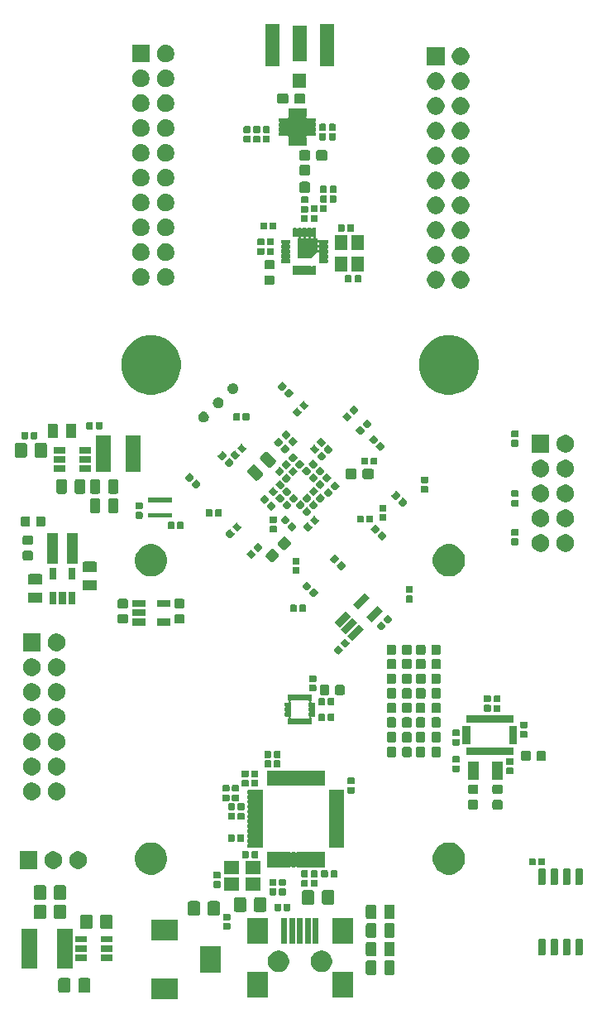
<source format=gbr>
%TF.GenerationSoftware,KiCad,Pcbnew,(5.1.6)-1*%
%TF.CreationDate,2020-12-21T13:22:22+01:00*%
%TF.ProjectId,PCB-Drone-With-FPGA,5043422d-4472-46f6-9e65-2d576974682d,rev?*%
%TF.SameCoordinates,Original*%
%TF.FileFunction,Soldermask,Top*%
%TF.FilePolarity,Negative*%
%FSLAX46Y46*%
G04 Gerber Fmt 4.6, Leading zero omitted, Abs format (unit mm)*
G04 Created by KiCad (PCBNEW (5.1.6)-1) date 2020-12-21 13:22:22*
%MOMM*%
%LPD*%
G01*
G04 APERTURE LIST*
%ADD10C,0.100000*%
G04 APERTURE END LIST*
D10*
G36*
X117450000Y-139620000D02*
G01*
X114750000Y-139620000D01*
X114750000Y-137520000D01*
X117450000Y-137520000D01*
X117450000Y-139620000D01*
G37*
G36*
X135410000Y-139430000D02*
G01*
X133310000Y-139430000D01*
X133310000Y-136830000D01*
X135410000Y-136830000D01*
X135410000Y-139430000D01*
G37*
G36*
X126690000Y-139430000D02*
G01*
X124590000Y-139430000D01*
X124590000Y-136830000D01*
X126690000Y-136830000D01*
X126690000Y-139430000D01*
G37*
G36*
X108376676Y-137454609D02*
G01*
X108416958Y-137466828D01*
X108454082Y-137486670D01*
X108486622Y-137513377D01*
X108513329Y-137545917D01*
X108533171Y-137583041D01*
X108545390Y-137623323D01*
X108550000Y-137670124D01*
X108550000Y-138729874D01*
X108545390Y-138776675D01*
X108533171Y-138816957D01*
X108513329Y-138854081D01*
X108486622Y-138886621D01*
X108454082Y-138913328D01*
X108416958Y-138933170D01*
X108376676Y-138945389D01*
X108329875Y-138949999D01*
X107520125Y-138949999D01*
X107473324Y-138945389D01*
X107433042Y-138933170D01*
X107395918Y-138913328D01*
X107363378Y-138886621D01*
X107336671Y-138854081D01*
X107316829Y-138816957D01*
X107304610Y-138776675D01*
X107300000Y-138729874D01*
X107300000Y-137670124D01*
X107304610Y-137623323D01*
X107316829Y-137583041D01*
X107336671Y-137545917D01*
X107363378Y-137513377D01*
X107395918Y-137486670D01*
X107433042Y-137466828D01*
X107473324Y-137454609D01*
X107520125Y-137449999D01*
X108329875Y-137449999D01*
X108376676Y-137454609D01*
G37*
G36*
X106326676Y-137454609D02*
G01*
X106366958Y-137466828D01*
X106404082Y-137486670D01*
X106436622Y-137513377D01*
X106463329Y-137545917D01*
X106483171Y-137583041D01*
X106495390Y-137623323D01*
X106500000Y-137670124D01*
X106500000Y-138729874D01*
X106495390Y-138776675D01*
X106483171Y-138816957D01*
X106463329Y-138854081D01*
X106436622Y-138886621D01*
X106404082Y-138913328D01*
X106366958Y-138933170D01*
X106326676Y-138945389D01*
X106279875Y-138949999D01*
X105470125Y-138949999D01*
X105423324Y-138945389D01*
X105383042Y-138933170D01*
X105345918Y-138913328D01*
X105313378Y-138886621D01*
X105286671Y-138854081D01*
X105266829Y-138816957D01*
X105254610Y-138776675D01*
X105250000Y-138729874D01*
X105250000Y-137670124D01*
X105254610Y-137623323D01*
X105266829Y-137583041D01*
X105286671Y-137545917D01*
X105313378Y-137513377D01*
X105345918Y-137486670D01*
X105383042Y-137466828D01*
X105423324Y-137454609D01*
X105470125Y-137449999D01*
X106279875Y-137449999D01*
X106326676Y-137454609D01*
G37*
G36*
X137641332Y-135664678D02*
G01*
X137682274Y-135677097D01*
X137720012Y-135697269D01*
X137753088Y-135724412D01*
X137780231Y-135757488D01*
X137800403Y-135795226D01*
X137812822Y-135836168D01*
X137817500Y-135883658D01*
X137817500Y-136936342D01*
X137812822Y-136983832D01*
X137800403Y-137024774D01*
X137780231Y-137062512D01*
X137753088Y-137095588D01*
X137720012Y-137122731D01*
X137682274Y-137142903D01*
X137641332Y-137155322D01*
X137593842Y-137160000D01*
X136966158Y-137160000D01*
X136918668Y-137155322D01*
X136877726Y-137142903D01*
X136839988Y-137122731D01*
X136806912Y-137095588D01*
X136779769Y-137062512D01*
X136759597Y-137024774D01*
X136747178Y-136983832D01*
X136742500Y-136936342D01*
X136742500Y-135883658D01*
X136747178Y-135836168D01*
X136759597Y-135795226D01*
X136779769Y-135757488D01*
X136806912Y-135724412D01*
X136839988Y-135697269D01*
X136877726Y-135677097D01*
X136918668Y-135664678D01*
X136966158Y-135660000D01*
X137593842Y-135660000D01*
X137641332Y-135664678D01*
G37*
G36*
X139516332Y-135664678D02*
G01*
X139557274Y-135677097D01*
X139595012Y-135697269D01*
X139628088Y-135724412D01*
X139655231Y-135757488D01*
X139675403Y-135795226D01*
X139687822Y-135836168D01*
X139692500Y-135883658D01*
X139692500Y-136936342D01*
X139687822Y-136983832D01*
X139675403Y-137024774D01*
X139655231Y-137062512D01*
X139628088Y-137095588D01*
X139595012Y-137122731D01*
X139557274Y-137142903D01*
X139516332Y-137155322D01*
X139468842Y-137160000D01*
X138841158Y-137160000D01*
X138793668Y-137155322D01*
X138752726Y-137142903D01*
X138714988Y-137122731D01*
X138681912Y-137095588D01*
X138654769Y-137062512D01*
X138634597Y-137024774D01*
X138622178Y-136983832D01*
X138617500Y-136936342D01*
X138617500Y-135883658D01*
X138622178Y-135836168D01*
X138634597Y-135795226D01*
X138654769Y-135757488D01*
X138681912Y-135724412D01*
X138714988Y-135697269D01*
X138752726Y-135677097D01*
X138793668Y-135664678D01*
X138841158Y-135660000D01*
X139468842Y-135660000D01*
X139516332Y-135664678D01*
G37*
G36*
X121850000Y-136920000D02*
G01*
X119750000Y-136920000D01*
X119750000Y-134220000D01*
X121850000Y-134220000D01*
X121850000Y-136920000D01*
G37*
G36*
X128120856Y-134702272D02*
G01*
X128321048Y-134785194D01*
X128501208Y-134905573D01*
X128654427Y-135058792D01*
X128774806Y-135238952D01*
X128857728Y-135439144D01*
X128900000Y-135651657D01*
X128900000Y-135868343D01*
X128857728Y-136080856D01*
X128774806Y-136281048D01*
X128654427Y-136461208D01*
X128501208Y-136614427D01*
X128321048Y-136734806D01*
X128120856Y-136817728D01*
X127908343Y-136860000D01*
X127691657Y-136860000D01*
X127479144Y-136817728D01*
X127278952Y-136734806D01*
X127098792Y-136614427D01*
X126945573Y-136461208D01*
X126825194Y-136281048D01*
X126742272Y-136080856D01*
X126700000Y-135868343D01*
X126700000Y-135651657D01*
X126742272Y-135439144D01*
X126825194Y-135238952D01*
X126945573Y-135058792D01*
X127098792Y-134905573D01*
X127278952Y-134785194D01*
X127479144Y-134702272D01*
X127691657Y-134660000D01*
X127908343Y-134660000D01*
X128120856Y-134702272D01*
G37*
G36*
X132520856Y-134702272D02*
G01*
X132721048Y-134785194D01*
X132901208Y-134905573D01*
X133054427Y-135058792D01*
X133174806Y-135238952D01*
X133257728Y-135439144D01*
X133300000Y-135651657D01*
X133300000Y-135868343D01*
X133257728Y-136080856D01*
X133174806Y-136281048D01*
X133054427Y-136461208D01*
X132901208Y-136614427D01*
X132721048Y-136734806D01*
X132520856Y-136817728D01*
X132308343Y-136860000D01*
X132091657Y-136860000D01*
X131879144Y-136817728D01*
X131678952Y-136734806D01*
X131498792Y-136614427D01*
X131345573Y-136461208D01*
X131225194Y-136281048D01*
X131142272Y-136080856D01*
X131100000Y-135868343D01*
X131100000Y-135651657D01*
X131142272Y-135439144D01*
X131225194Y-135238952D01*
X131345573Y-135058792D01*
X131498792Y-134905573D01*
X131678952Y-134785194D01*
X131879144Y-134702272D01*
X132091657Y-134660000D01*
X132308343Y-134660000D01*
X132520856Y-134702272D01*
G37*
G36*
X106700000Y-136500000D02*
G01*
X105100000Y-136500000D01*
X105100000Y-132400000D01*
X106700000Y-132400000D01*
X106700000Y-136500000D01*
G37*
G36*
X103100000Y-136500000D02*
G01*
X101500000Y-136500000D01*
X101500000Y-132400000D01*
X103100000Y-132400000D01*
X103100000Y-136500000D01*
G37*
G36*
X108174999Y-135725000D02*
G01*
X107024999Y-135725000D01*
X107024999Y-135075000D01*
X108174999Y-135075000D01*
X108174999Y-135725000D01*
G37*
G36*
X110774999Y-135725000D02*
G01*
X109624999Y-135725000D01*
X109624999Y-135075000D01*
X110774999Y-135075000D01*
X110774999Y-135725000D01*
G37*
G36*
X139518832Y-133754678D02*
G01*
X139559774Y-133767097D01*
X139597512Y-133787269D01*
X139630588Y-133814412D01*
X139657731Y-133847488D01*
X139677903Y-133885226D01*
X139690322Y-133926168D01*
X139695000Y-133973658D01*
X139695000Y-135026342D01*
X139690322Y-135073832D01*
X139677903Y-135114774D01*
X139657731Y-135152512D01*
X139630588Y-135185588D01*
X139597512Y-135212731D01*
X139559774Y-135232903D01*
X139518832Y-135245322D01*
X139471342Y-135250000D01*
X138843658Y-135250000D01*
X138796168Y-135245322D01*
X138755226Y-135232903D01*
X138717488Y-135212731D01*
X138684412Y-135185588D01*
X138657269Y-135152512D01*
X138637097Y-135114774D01*
X138624678Y-135073832D01*
X138620000Y-135026342D01*
X138620000Y-133973658D01*
X138624678Y-133926168D01*
X138637097Y-133885226D01*
X138657269Y-133847488D01*
X138684412Y-133814412D01*
X138717488Y-133787269D01*
X138755226Y-133767097D01*
X138796168Y-133754678D01*
X138843658Y-133750000D01*
X139471342Y-133750000D01*
X139518832Y-133754678D01*
G37*
G36*
X137643832Y-133754678D02*
G01*
X137684774Y-133767097D01*
X137722512Y-133787269D01*
X137755588Y-133814412D01*
X137782731Y-133847488D01*
X137802903Y-133885226D01*
X137815322Y-133926168D01*
X137820000Y-133973658D01*
X137820000Y-135026342D01*
X137815322Y-135073832D01*
X137802903Y-135114774D01*
X137782731Y-135152512D01*
X137755588Y-135185588D01*
X137722512Y-135212731D01*
X137684774Y-135232903D01*
X137643832Y-135245322D01*
X137596342Y-135250000D01*
X136968658Y-135250000D01*
X136921168Y-135245322D01*
X136880226Y-135232903D01*
X136842488Y-135212731D01*
X136809412Y-135185588D01*
X136782269Y-135152512D01*
X136762097Y-135114774D01*
X136749678Y-135073832D01*
X136745000Y-135026342D01*
X136745000Y-133973658D01*
X136749678Y-133926168D01*
X136762097Y-133885226D01*
X136782269Y-133847488D01*
X136809412Y-133814412D01*
X136842488Y-133787269D01*
X136880226Y-133767097D01*
X136921168Y-133754678D01*
X136968658Y-133750000D01*
X137596342Y-133750000D01*
X137643832Y-133754678D01*
G37*
G36*
X156294293Y-133472877D02*
G01*
X156317650Y-133479962D01*
X156339178Y-133491469D01*
X156358046Y-133506954D01*
X156373531Y-133525822D01*
X156385038Y-133547350D01*
X156392123Y-133570707D01*
X156395000Y-133599917D01*
X156395000Y-135040083D01*
X156392123Y-135069293D01*
X156385038Y-135092650D01*
X156373531Y-135114178D01*
X156358046Y-135133046D01*
X156339178Y-135148531D01*
X156317650Y-135160038D01*
X156294293Y-135167123D01*
X156265083Y-135170000D01*
X155824917Y-135170000D01*
X155795707Y-135167123D01*
X155772350Y-135160038D01*
X155750822Y-135148531D01*
X155731954Y-135133046D01*
X155716469Y-135114178D01*
X155704962Y-135092650D01*
X155697877Y-135069293D01*
X155695000Y-135040083D01*
X155695000Y-133599917D01*
X155697877Y-133570707D01*
X155704962Y-133547350D01*
X155716469Y-133525822D01*
X155731954Y-133506954D01*
X155750822Y-133491469D01*
X155772350Y-133479962D01*
X155795707Y-133472877D01*
X155824917Y-133470000D01*
X156265083Y-133470000D01*
X156294293Y-133472877D01*
G37*
G36*
X158834293Y-133472877D02*
G01*
X158857650Y-133479962D01*
X158879178Y-133491469D01*
X158898046Y-133506954D01*
X158913531Y-133525822D01*
X158925038Y-133547350D01*
X158932123Y-133570707D01*
X158935000Y-133599917D01*
X158935000Y-135040083D01*
X158932123Y-135069293D01*
X158925038Y-135092650D01*
X158913531Y-135114178D01*
X158898046Y-135133046D01*
X158879178Y-135148531D01*
X158857650Y-135160038D01*
X158834293Y-135167123D01*
X158805083Y-135170000D01*
X158364917Y-135170000D01*
X158335707Y-135167123D01*
X158312350Y-135160038D01*
X158290822Y-135148531D01*
X158271954Y-135133046D01*
X158256469Y-135114178D01*
X158244962Y-135092650D01*
X158237877Y-135069293D01*
X158235000Y-135040083D01*
X158235000Y-133599917D01*
X158237877Y-133570707D01*
X158244962Y-133547350D01*
X158256469Y-133525822D01*
X158271954Y-133506954D01*
X158290822Y-133491469D01*
X158312350Y-133479962D01*
X158335707Y-133472877D01*
X158364917Y-133470000D01*
X158805083Y-133470000D01*
X158834293Y-133472877D01*
G37*
G36*
X157564293Y-133472877D02*
G01*
X157587650Y-133479962D01*
X157609178Y-133491469D01*
X157628046Y-133506954D01*
X157643531Y-133525822D01*
X157655038Y-133547350D01*
X157662123Y-133570707D01*
X157665000Y-133599917D01*
X157665000Y-135040083D01*
X157662123Y-135069293D01*
X157655038Y-135092650D01*
X157643531Y-135114178D01*
X157628046Y-135133046D01*
X157609178Y-135148531D01*
X157587650Y-135160038D01*
X157564293Y-135167123D01*
X157535083Y-135170000D01*
X157094917Y-135170000D01*
X157065707Y-135167123D01*
X157042350Y-135160038D01*
X157020822Y-135148531D01*
X157001954Y-135133046D01*
X156986469Y-135114178D01*
X156974962Y-135092650D01*
X156967877Y-135069293D01*
X156965000Y-135040083D01*
X156965000Y-133599917D01*
X156967877Y-133570707D01*
X156974962Y-133547350D01*
X156986469Y-133525822D01*
X157001954Y-133506954D01*
X157020822Y-133491469D01*
X157042350Y-133479962D01*
X157065707Y-133472877D01*
X157094917Y-133470000D01*
X157535083Y-133470000D01*
X157564293Y-133472877D01*
G37*
G36*
X155024293Y-133472877D02*
G01*
X155047650Y-133479962D01*
X155069178Y-133491469D01*
X155088046Y-133506954D01*
X155103531Y-133525822D01*
X155115038Y-133547350D01*
X155122123Y-133570707D01*
X155125000Y-133599917D01*
X155125000Y-135040083D01*
X155122123Y-135069293D01*
X155115038Y-135092650D01*
X155103531Y-135114178D01*
X155088046Y-135133046D01*
X155069178Y-135148531D01*
X155047650Y-135160038D01*
X155024293Y-135167123D01*
X154995083Y-135170000D01*
X154554917Y-135170000D01*
X154525707Y-135167123D01*
X154502350Y-135160038D01*
X154480822Y-135148531D01*
X154461954Y-135133046D01*
X154446469Y-135114178D01*
X154434962Y-135092650D01*
X154427877Y-135069293D01*
X154425000Y-135040083D01*
X154425000Y-133599917D01*
X154427877Y-133570707D01*
X154434962Y-133547350D01*
X154446469Y-133525822D01*
X154461954Y-133506954D01*
X154480822Y-133491469D01*
X154502350Y-133479962D01*
X154525707Y-133472877D01*
X154554917Y-133470000D01*
X154995083Y-133470000D01*
X155024293Y-133472877D01*
G37*
G36*
X108174999Y-134775000D02*
G01*
X107024999Y-134775000D01*
X107024999Y-134125000D01*
X108174999Y-134125000D01*
X108174999Y-134775000D01*
G37*
G36*
X110774999Y-134775000D02*
G01*
X109624999Y-134775000D01*
X109624999Y-134125000D01*
X110774999Y-134125000D01*
X110774999Y-134775000D01*
G37*
G36*
X135410000Y-133950000D02*
G01*
X133310000Y-133950000D01*
X133310000Y-131350000D01*
X135410000Y-131350000D01*
X135410000Y-133950000D01*
G37*
G36*
X131900000Y-133950000D02*
G01*
X131300000Y-133950000D01*
X131300000Y-131350000D01*
X131900000Y-131350000D01*
X131900000Y-133950000D01*
G37*
G36*
X131100000Y-133950000D02*
G01*
X130500000Y-133950000D01*
X130500000Y-131350000D01*
X131100000Y-131350000D01*
X131100000Y-133950000D01*
G37*
G36*
X130300000Y-133950000D02*
G01*
X129700000Y-133950000D01*
X129700000Y-131350000D01*
X130300000Y-131350000D01*
X130300000Y-133950000D01*
G37*
G36*
X129500000Y-133950000D02*
G01*
X128900000Y-133950000D01*
X128900000Y-131350000D01*
X129500000Y-131350000D01*
X129500000Y-133950000D01*
G37*
G36*
X128700000Y-133950000D02*
G01*
X128100000Y-133950000D01*
X128100000Y-131350000D01*
X128700000Y-131350000D01*
X128700000Y-133950000D01*
G37*
G36*
X126690000Y-133950000D02*
G01*
X124590000Y-133950000D01*
X124590000Y-131350000D01*
X126690000Y-131350000D01*
X126690000Y-133950000D01*
G37*
G36*
X108174999Y-133825000D02*
G01*
X107024999Y-133825000D01*
X107024999Y-133175000D01*
X108174999Y-133175000D01*
X108174999Y-133825000D01*
G37*
G36*
X110774999Y-133825000D02*
G01*
X109624999Y-133825000D01*
X109624999Y-133175000D01*
X110774999Y-133175000D01*
X110774999Y-133825000D01*
G37*
G36*
X117450000Y-133620000D02*
G01*
X114750000Y-133620000D01*
X114750000Y-131520000D01*
X117450000Y-131520000D01*
X117450000Y-133620000D01*
G37*
G36*
X139518832Y-131854678D02*
G01*
X139559774Y-131867097D01*
X139597512Y-131887269D01*
X139630588Y-131914412D01*
X139657731Y-131947488D01*
X139677903Y-131985226D01*
X139690322Y-132026168D01*
X139695000Y-132073658D01*
X139695000Y-133126342D01*
X139690322Y-133173832D01*
X139677903Y-133214774D01*
X139657731Y-133252512D01*
X139630588Y-133285588D01*
X139597512Y-133312731D01*
X139559774Y-133332903D01*
X139518832Y-133345322D01*
X139471342Y-133350000D01*
X138843658Y-133350000D01*
X138796168Y-133345322D01*
X138755226Y-133332903D01*
X138717488Y-133312731D01*
X138684412Y-133285588D01*
X138657269Y-133252512D01*
X138637097Y-133214774D01*
X138624678Y-133173832D01*
X138620000Y-133126342D01*
X138620000Y-132073658D01*
X138624678Y-132026168D01*
X138637097Y-131985226D01*
X138657269Y-131947488D01*
X138684412Y-131914412D01*
X138717488Y-131887269D01*
X138755226Y-131867097D01*
X138796168Y-131854678D01*
X138843658Y-131850000D01*
X139471342Y-131850000D01*
X139518832Y-131854678D01*
G37*
G36*
X137643832Y-131854678D02*
G01*
X137684774Y-131867097D01*
X137722512Y-131887269D01*
X137755588Y-131914412D01*
X137782731Y-131947488D01*
X137802903Y-131985226D01*
X137815322Y-132026168D01*
X137820000Y-132073658D01*
X137820000Y-133126342D01*
X137815322Y-133173832D01*
X137802903Y-133214774D01*
X137782731Y-133252512D01*
X137755588Y-133285588D01*
X137722512Y-133312731D01*
X137684774Y-133332903D01*
X137643832Y-133345322D01*
X137596342Y-133350000D01*
X136968658Y-133350000D01*
X136921168Y-133345322D01*
X136880226Y-133332903D01*
X136842488Y-133312731D01*
X136809412Y-133285588D01*
X136782269Y-133252512D01*
X136762097Y-133214774D01*
X136749678Y-133173832D01*
X136745000Y-133126342D01*
X136745000Y-132073658D01*
X136749678Y-132026168D01*
X136762097Y-131985226D01*
X136782269Y-131947488D01*
X136809412Y-131914412D01*
X136842488Y-131887269D01*
X136880226Y-131867097D01*
X136921168Y-131854678D01*
X136968658Y-131850000D01*
X137596342Y-131850000D01*
X137643832Y-131854678D01*
G37*
G36*
X122771305Y-131837829D02*
G01*
X122794196Y-131844773D01*
X122815288Y-131856047D01*
X122833779Y-131871221D01*
X122848953Y-131889712D01*
X122860227Y-131910804D01*
X122867171Y-131933695D01*
X122870000Y-131962417D01*
X122870000Y-132397583D01*
X122867171Y-132426305D01*
X122860227Y-132449196D01*
X122848953Y-132470288D01*
X122833779Y-132488779D01*
X122815288Y-132503953D01*
X122794196Y-132515227D01*
X122771305Y-132522171D01*
X122742583Y-132525000D01*
X122257417Y-132525000D01*
X122228695Y-132522171D01*
X122205804Y-132515227D01*
X122184712Y-132503953D01*
X122166221Y-132488779D01*
X122151047Y-132470288D01*
X122139773Y-132449196D01*
X122132829Y-132426305D01*
X122130000Y-132397583D01*
X122130000Y-131962417D01*
X122132829Y-131933695D01*
X122139773Y-131910804D01*
X122151047Y-131889712D01*
X122166221Y-131871221D01*
X122184712Y-131856047D01*
X122205804Y-131844773D01*
X122228695Y-131837829D01*
X122257417Y-131835000D01*
X122742583Y-131835000D01*
X122771305Y-131837829D01*
G37*
G36*
X110626676Y-130954610D02*
G01*
X110666958Y-130966829D01*
X110704082Y-130986671D01*
X110736622Y-131013378D01*
X110763329Y-131045918D01*
X110783171Y-131083042D01*
X110795390Y-131123324D01*
X110800000Y-131170125D01*
X110800000Y-132229875D01*
X110795390Y-132276676D01*
X110783171Y-132316958D01*
X110763329Y-132354082D01*
X110736622Y-132386622D01*
X110704082Y-132413329D01*
X110666958Y-132433171D01*
X110626676Y-132445390D01*
X110579875Y-132450000D01*
X109770125Y-132450000D01*
X109723324Y-132445390D01*
X109683042Y-132433171D01*
X109645918Y-132413329D01*
X109613378Y-132386622D01*
X109586671Y-132354082D01*
X109566829Y-132316958D01*
X109554610Y-132276676D01*
X109550000Y-132229875D01*
X109550000Y-131170125D01*
X109554610Y-131123324D01*
X109566829Y-131083042D01*
X109586671Y-131045918D01*
X109613378Y-131013378D01*
X109645918Y-130986671D01*
X109683042Y-130966829D01*
X109723324Y-130954610D01*
X109770125Y-130950000D01*
X110579875Y-130950000D01*
X110626676Y-130954610D01*
G37*
G36*
X108576676Y-130954610D02*
G01*
X108616958Y-130966829D01*
X108654082Y-130986671D01*
X108686622Y-131013378D01*
X108713329Y-131045918D01*
X108733171Y-131083042D01*
X108745390Y-131123324D01*
X108750000Y-131170125D01*
X108750000Y-132229875D01*
X108745390Y-132276676D01*
X108733171Y-132316958D01*
X108713329Y-132354082D01*
X108686622Y-132386622D01*
X108654082Y-132413329D01*
X108616958Y-132433171D01*
X108576676Y-132445390D01*
X108529875Y-132450000D01*
X107720125Y-132450000D01*
X107673324Y-132445390D01*
X107633042Y-132433171D01*
X107595918Y-132413329D01*
X107563378Y-132386622D01*
X107536671Y-132354082D01*
X107516829Y-132316958D01*
X107504610Y-132276676D01*
X107500000Y-132229875D01*
X107500000Y-131170125D01*
X107504610Y-131123324D01*
X107516829Y-131083042D01*
X107536671Y-131045918D01*
X107563378Y-131013378D01*
X107595918Y-130986671D01*
X107633042Y-130966829D01*
X107673324Y-130954610D01*
X107720125Y-130950000D01*
X108529875Y-130950000D01*
X108576676Y-130954610D01*
G37*
G36*
X122771305Y-130867829D02*
G01*
X122794196Y-130874773D01*
X122815288Y-130886047D01*
X122833779Y-130901221D01*
X122848953Y-130919712D01*
X122860227Y-130940804D01*
X122867171Y-130963695D01*
X122870000Y-130992417D01*
X122870000Y-131427583D01*
X122867171Y-131456305D01*
X122860227Y-131479196D01*
X122848953Y-131500288D01*
X122833779Y-131518779D01*
X122815288Y-131533953D01*
X122794196Y-131545227D01*
X122771305Y-131552171D01*
X122742583Y-131555000D01*
X122257417Y-131555000D01*
X122228695Y-131552171D01*
X122205804Y-131545227D01*
X122184712Y-131533953D01*
X122166221Y-131518779D01*
X122151047Y-131500288D01*
X122139773Y-131479196D01*
X122132829Y-131456305D01*
X122130000Y-131427583D01*
X122130000Y-130992417D01*
X122132829Y-130963695D01*
X122139773Y-130940804D01*
X122151047Y-130919712D01*
X122166221Y-130901221D01*
X122184712Y-130886047D01*
X122205804Y-130874773D01*
X122228695Y-130867829D01*
X122257417Y-130865000D01*
X122742583Y-130865000D01*
X122771305Y-130867829D01*
G37*
G36*
X103826675Y-129954610D02*
G01*
X103866957Y-129966829D01*
X103904081Y-129986671D01*
X103936621Y-130013378D01*
X103963328Y-130045918D01*
X103983170Y-130083042D01*
X103995389Y-130123324D01*
X103999999Y-130170125D01*
X103999999Y-131229875D01*
X103995389Y-131276676D01*
X103983170Y-131316958D01*
X103963328Y-131354082D01*
X103936621Y-131386622D01*
X103904081Y-131413329D01*
X103866957Y-131433171D01*
X103826675Y-131445390D01*
X103779874Y-131450000D01*
X102970124Y-131450000D01*
X102923323Y-131445390D01*
X102883041Y-131433171D01*
X102845917Y-131413329D01*
X102813377Y-131386622D01*
X102786670Y-131354082D01*
X102766828Y-131316958D01*
X102754609Y-131276676D01*
X102749999Y-131229875D01*
X102749999Y-130170125D01*
X102754609Y-130123324D01*
X102766828Y-130083042D01*
X102786670Y-130045918D01*
X102813377Y-130013378D01*
X102845917Y-129986671D01*
X102883041Y-129966829D01*
X102923323Y-129954610D01*
X102970124Y-129950000D01*
X103779874Y-129950000D01*
X103826675Y-129954610D01*
G37*
G36*
X105876675Y-129954610D02*
G01*
X105916957Y-129966829D01*
X105954081Y-129986671D01*
X105986621Y-130013378D01*
X106013328Y-130045918D01*
X106033170Y-130083042D01*
X106045389Y-130123324D01*
X106049999Y-130170125D01*
X106049999Y-131229875D01*
X106045389Y-131276676D01*
X106033170Y-131316958D01*
X106013328Y-131354082D01*
X105986621Y-131386622D01*
X105954081Y-131413329D01*
X105916957Y-131433171D01*
X105876675Y-131445390D01*
X105829874Y-131450000D01*
X105020124Y-131450000D01*
X104973323Y-131445390D01*
X104933041Y-131433171D01*
X104895917Y-131413329D01*
X104863377Y-131386622D01*
X104836670Y-131354082D01*
X104816828Y-131316958D01*
X104804609Y-131276676D01*
X104799999Y-131229875D01*
X104799999Y-130170125D01*
X104804609Y-130123324D01*
X104816828Y-130083042D01*
X104836670Y-130045918D01*
X104863377Y-130013378D01*
X104895917Y-129986671D01*
X104933041Y-129966829D01*
X104973323Y-129954610D01*
X105020124Y-129950000D01*
X105829874Y-129950000D01*
X105876675Y-129954610D01*
G37*
G36*
X137643832Y-129944678D02*
G01*
X137684774Y-129957097D01*
X137722512Y-129977269D01*
X137755588Y-130004412D01*
X137782731Y-130037488D01*
X137802903Y-130075226D01*
X137815322Y-130116168D01*
X137820000Y-130163658D01*
X137820000Y-131216342D01*
X137815322Y-131263832D01*
X137802903Y-131304774D01*
X137782731Y-131342512D01*
X137755588Y-131375588D01*
X137722512Y-131402731D01*
X137684774Y-131422903D01*
X137643832Y-131435322D01*
X137596342Y-131440000D01*
X136968658Y-131440000D01*
X136921168Y-131435322D01*
X136880226Y-131422903D01*
X136842488Y-131402731D01*
X136809412Y-131375588D01*
X136782269Y-131342512D01*
X136762097Y-131304774D01*
X136749678Y-131263832D01*
X136745000Y-131216342D01*
X136745000Y-130163658D01*
X136749678Y-130116168D01*
X136762097Y-130075226D01*
X136782269Y-130037488D01*
X136809412Y-130004412D01*
X136842488Y-129977269D01*
X136880226Y-129957097D01*
X136921168Y-129944678D01*
X136968658Y-129940000D01*
X137596342Y-129940000D01*
X137643832Y-129944678D01*
G37*
G36*
X139518832Y-129944678D02*
G01*
X139559774Y-129957097D01*
X139597512Y-129977269D01*
X139630588Y-130004412D01*
X139657731Y-130037488D01*
X139677903Y-130075226D01*
X139690322Y-130116168D01*
X139695000Y-130163658D01*
X139695000Y-131216342D01*
X139690322Y-131263832D01*
X139677903Y-131304774D01*
X139657731Y-131342512D01*
X139630588Y-131375588D01*
X139597512Y-131402731D01*
X139559774Y-131422903D01*
X139518832Y-131435322D01*
X139471342Y-131440000D01*
X138843658Y-131440000D01*
X138796168Y-131435322D01*
X138755226Y-131422903D01*
X138717488Y-131402731D01*
X138684412Y-131375588D01*
X138657269Y-131342512D01*
X138637097Y-131304774D01*
X138624678Y-131263832D01*
X138620000Y-131216342D01*
X138620000Y-130163658D01*
X138624678Y-130116168D01*
X138637097Y-130075226D01*
X138657269Y-130037488D01*
X138684412Y-130004412D01*
X138717488Y-129977269D01*
X138755226Y-129957097D01*
X138796168Y-129944678D01*
X138843658Y-129940000D01*
X139471342Y-129940000D01*
X139518832Y-129944678D01*
G37*
G36*
X121626676Y-129594610D02*
G01*
X121666958Y-129606829D01*
X121704082Y-129626671D01*
X121736622Y-129653378D01*
X121763329Y-129685918D01*
X121783171Y-129723042D01*
X121795390Y-129763324D01*
X121800000Y-129810125D01*
X121800000Y-130869875D01*
X121795390Y-130916676D01*
X121783171Y-130956958D01*
X121763329Y-130994082D01*
X121736622Y-131026622D01*
X121704082Y-131053329D01*
X121666958Y-131073171D01*
X121626676Y-131085390D01*
X121579875Y-131090000D01*
X120770125Y-131090000D01*
X120723324Y-131085390D01*
X120683042Y-131073171D01*
X120645918Y-131053329D01*
X120613378Y-131026622D01*
X120586671Y-130994082D01*
X120566829Y-130956958D01*
X120554610Y-130916676D01*
X120550000Y-130869875D01*
X120550000Y-129810125D01*
X120554610Y-129763324D01*
X120566829Y-129723042D01*
X120586671Y-129685918D01*
X120613378Y-129653378D01*
X120645918Y-129626671D01*
X120683042Y-129606829D01*
X120723324Y-129594610D01*
X120770125Y-129590000D01*
X121579875Y-129590000D01*
X121626676Y-129594610D01*
G37*
G36*
X119576676Y-129594610D02*
G01*
X119616958Y-129606829D01*
X119654082Y-129626671D01*
X119686622Y-129653378D01*
X119713329Y-129685918D01*
X119733171Y-129723042D01*
X119745390Y-129763324D01*
X119750000Y-129810125D01*
X119750000Y-130869875D01*
X119745390Y-130916676D01*
X119733171Y-130956958D01*
X119713329Y-130994082D01*
X119686622Y-131026622D01*
X119654082Y-131053329D01*
X119616958Y-131073171D01*
X119576676Y-131085390D01*
X119529875Y-131090000D01*
X118720125Y-131090000D01*
X118673324Y-131085390D01*
X118633042Y-131073171D01*
X118595918Y-131053329D01*
X118563378Y-131026622D01*
X118536671Y-130994082D01*
X118516829Y-130956958D01*
X118504610Y-130916676D01*
X118500000Y-130869875D01*
X118500000Y-129810125D01*
X118504610Y-129763324D01*
X118516829Y-129723042D01*
X118536671Y-129685918D01*
X118563378Y-129653378D01*
X118595918Y-129626671D01*
X118633042Y-129606829D01*
X118673324Y-129594610D01*
X118720125Y-129590000D01*
X119529875Y-129590000D01*
X119576676Y-129594610D01*
G37*
G36*
X126371676Y-129214610D02*
G01*
X126411958Y-129226829D01*
X126449082Y-129246671D01*
X126481622Y-129273378D01*
X126508329Y-129305918D01*
X126528171Y-129343042D01*
X126540390Y-129383324D01*
X126545000Y-129430125D01*
X126545000Y-130489875D01*
X126540390Y-130536676D01*
X126528171Y-130576958D01*
X126508329Y-130614082D01*
X126481622Y-130646622D01*
X126449082Y-130673329D01*
X126411958Y-130693171D01*
X126371676Y-130705390D01*
X126324875Y-130710000D01*
X125515125Y-130710000D01*
X125468324Y-130705390D01*
X125428042Y-130693171D01*
X125390918Y-130673329D01*
X125358378Y-130646622D01*
X125331671Y-130614082D01*
X125311829Y-130576958D01*
X125299610Y-130536676D01*
X125295000Y-130489875D01*
X125295000Y-129430125D01*
X125299610Y-129383324D01*
X125311829Y-129343042D01*
X125331671Y-129305918D01*
X125358378Y-129273378D01*
X125390918Y-129246671D01*
X125428042Y-129226829D01*
X125468324Y-129214610D01*
X125515125Y-129210000D01*
X126324875Y-129210000D01*
X126371676Y-129214610D01*
G37*
G36*
X124321676Y-129214610D02*
G01*
X124361958Y-129226829D01*
X124399082Y-129246671D01*
X124431622Y-129273378D01*
X124458329Y-129305918D01*
X124478171Y-129343042D01*
X124490390Y-129383324D01*
X124495000Y-129430125D01*
X124495000Y-130489875D01*
X124490390Y-130536676D01*
X124478171Y-130576958D01*
X124458329Y-130614082D01*
X124431622Y-130646622D01*
X124399082Y-130673329D01*
X124361958Y-130693171D01*
X124321676Y-130705390D01*
X124274875Y-130710000D01*
X123465125Y-130710000D01*
X123418324Y-130705390D01*
X123378042Y-130693171D01*
X123340918Y-130673329D01*
X123308378Y-130646622D01*
X123281671Y-130614082D01*
X123261829Y-130576958D01*
X123249610Y-130536676D01*
X123245000Y-130489875D01*
X123245000Y-129430125D01*
X123249610Y-129383324D01*
X123261829Y-129343042D01*
X123281671Y-129305918D01*
X123308378Y-129273378D01*
X123340918Y-129246671D01*
X123378042Y-129226829D01*
X123418324Y-129214610D01*
X123465125Y-129210000D01*
X124274875Y-129210000D01*
X124321676Y-129214610D01*
G37*
G36*
X127951305Y-129872829D02*
G01*
X127974196Y-129879773D01*
X127995288Y-129891047D01*
X128013779Y-129906221D01*
X128028953Y-129924712D01*
X128040227Y-129945804D01*
X128047171Y-129968695D01*
X128050000Y-129997417D01*
X128050000Y-130482583D01*
X128047171Y-130511305D01*
X128040227Y-130534196D01*
X128028953Y-130555288D01*
X128013779Y-130573779D01*
X127995288Y-130588953D01*
X127974196Y-130600227D01*
X127951305Y-130607171D01*
X127922583Y-130610000D01*
X127487417Y-130610000D01*
X127458695Y-130607171D01*
X127435804Y-130600227D01*
X127414712Y-130588953D01*
X127396221Y-130573779D01*
X127381047Y-130555288D01*
X127369773Y-130534196D01*
X127362829Y-130511305D01*
X127360000Y-130482583D01*
X127360000Y-129997417D01*
X127362829Y-129968695D01*
X127369773Y-129945804D01*
X127381047Y-129924712D01*
X127396221Y-129906221D01*
X127414712Y-129891047D01*
X127435804Y-129879773D01*
X127458695Y-129872829D01*
X127487417Y-129870000D01*
X127922583Y-129870000D01*
X127951305Y-129872829D01*
G37*
G36*
X128921305Y-129872829D02*
G01*
X128944196Y-129879773D01*
X128965288Y-129891047D01*
X128983779Y-129906221D01*
X128998953Y-129924712D01*
X129010227Y-129945804D01*
X129017171Y-129968695D01*
X129020000Y-129997417D01*
X129020000Y-130482583D01*
X129017171Y-130511305D01*
X129010227Y-130534196D01*
X128998953Y-130555288D01*
X128983779Y-130573779D01*
X128965288Y-130588953D01*
X128944196Y-130600227D01*
X128921305Y-130607171D01*
X128892583Y-130610000D01*
X128457417Y-130610000D01*
X128428695Y-130607171D01*
X128405804Y-130600227D01*
X128384712Y-130588953D01*
X128366221Y-130573779D01*
X128351047Y-130555288D01*
X128339773Y-130534196D01*
X128332829Y-130511305D01*
X128330000Y-130482583D01*
X128330000Y-129997417D01*
X128332829Y-129968695D01*
X128339773Y-129945804D01*
X128351047Y-129924712D01*
X128366221Y-129906221D01*
X128384712Y-129891047D01*
X128405804Y-129879773D01*
X128428695Y-129872829D01*
X128457417Y-129870000D01*
X128892583Y-129870000D01*
X128921305Y-129872829D01*
G37*
G36*
X133326676Y-128464610D02*
G01*
X133366958Y-128476829D01*
X133404082Y-128496671D01*
X133436622Y-128523378D01*
X133463329Y-128555918D01*
X133483171Y-128593042D01*
X133495390Y-128633324D01*
X133500000Y-128680125D01*
X133500000Y-129739875D01*
X133495390Y-129786676D01*
X133483171Y-129826958D01*
X133463329Y-129864082D01*
X133436622Y-129896622D01*
X133404082Y-129923329D01*
X133366958Y-129943171D01*
X133326676Y-129955390D01*
X133279875Y-129960000D01*
X132470125Y-129960000D01*
X132423324Y-129955390D01*
X132383042Y-129943171D01*
X132345918Y-129923329D01*
X132313378Y-129896622D01*
X132286671Y-129864082D01*
X132266829Y-129826958D01*
X132254610Y-129786676D01*
X132250000Y-129739875D01*
X132250000Y-128680125D01*
X132254610Y-128633324D01*
X132266829Y-128593042D01*
X132286671Y-128555918D01*
X132313378Y-128523378D01*
X132345918Y-128496671D01*
X132383042Y-128476829D01*
X132423324Y-128464610D01*
X132470125Y-128460000D01*
X133279875Y-128460000D01*
X133326676Y-128464610D01*
G37*
G36*
X131276676Y-128464610D02*
G01*
X131316958Y-128476829D01*
X131354082Y-128496671D01*
X131386622Y-128523378D01*
X131413329Y-128555918D01*
X131433171Y-128593042D01*
X131445390Y-128633324D01*
X131450000Y-128680125D01*
X131450000Y-129739875D01*
X131445390Y-129786676D01*
X131433171Y-129826958D01*
X131413329Y-129864082D01*
X131386622Y-129896622D01*
X131354082Y-129923329D01*
X131316958Y-129943171D01*
X131276676Y-129955390D01*
X131229875Y-129960000D01*
X130420125Y-129960000D01*
X130373324Y-129955390D01*
X130333042Y-129943171D01*
X130295918Y-129923329D01*
X130263378Y-129896622D01*
X130236671Y-129864082D01*
X130216829Y-129826958D01*
X130204610Y-129786676D01*
X130200000Y-129739875D01*
X130200000Y-128680125D01*
X130204610Y-128633324D01*
X130216829Y-128593042D01*
X130236671Y-128555918D01*
X130263378Y-128523378D01*
X130295918Y-128496671D01*
X130333042Y-128476829D01*
X130373324Y-128464610D01*
X130420125Y-128460000D01*
X131229875Y-128460000D01*
X131276676Y-128464610D01*
G37*
G36*
X103826676Y-127954610D02*
G01*
X103866958Y-127966829D01*
X103904082Y-127986671D01*
X103936622Y-128013378D01*
X103963329Y-128045918D01*
X103983171Y-128083042D01*
X103995390Y-128123324D01*
X104000000Y-128170125D01*
X104000000Y-129229875D01*
X103995390Y-129276676D01*
X103983171Y-129316958D01*
X103963329Y-129354082D01*
X103936622Y-129386622D01*
X103904082Y-129413329D01*
X103866958Y-129433171D01*
X103826676Y-129445390D01*
X103779875Y-129450000D01*
X102970125Y-129450000D01*
X102923324Y-129445390D01*
X102883042Y-129433171D01*
X102845918Y-129413329D01*
X102813378Y-129386622D01*
X102786671Y-129354082D01*
X102766829Y-129316958D01*
X102754610Y-129276676D01*
X102750000Y-129229875D01*
X102750000Y-128170125D01*
X102754610Y-128123324D01*
X102766829Y-128083042D01*
X102786671Y-128045918D01*
X102813378Y-128013378D01*
X102845918Y-127986671D01*
X102883042Y-127966829D01*
X102923324Y-127954610D01*
X102970125Y-127950000D01*
X103779875Y-127950000D01*
X103826676Y-127954610D01*
G37*
G36*
X105876676Y-127954610D02*
G01*
X105916958Y-127966829D01*
X105954082Y-127986671D01*
X105986622Y-128013378D01*
X106013329Y-128045918D01*
X106033171Y-128083042D01*
X106045390Y-128123324D01*
X106050000Y-128170125D01*
X106050000Y-129229875D01*
X106045390Y-129276676D01*
X106033171Y-129316958D01*
X106013329Y-129354082D01*
X105986622Y-129386622D01*
X105954082Y-129413329D01*
X105916958Y-129433171D01*
X105876676Y-129445390D01*
X105829875Y-129450000D01*
X105020125Y-129450000D01*
X104973324Y-129445390D01*
X104933042Y-129433171D01*
X104895918Y-129413329D01*
X104863378Y-129386622D01*
X104836671Y-129354082D01*
X104816829Y-129316958D01*
X104804610Y-129276676D01*
X104800000Y-129229875D01*
X104800000Y-128170125D01*
X104804610Y-128123324D01*
X104816829Y-128083042D01*
X104836671Y-128045918D01*
X104863378Y-128013378D01*
X104895918Y-127986671D01*
X104933042Y-127966829D01*
X104973324Y-127954610D01*
X105020125Y-127950000D01*
X105829875Y-127950000D01*
X105876676Y-127954610D01*
G37*
G36*
X128441305Y-128282829D02*
G01*
X128464196Y-128289773D01*
X128485288Y-128301047D01*
X128503779Y-128316221D01*
X128518953Y-128334712D01*
X128530227Y-128355804D01*
X128537171Y-128378695D01*
X128540000Y-128407417D01*
X128540000Y-128892583D01*
X128537171Y-128921305D01*
X128530227Y-128944196D01*
X128518953Y-128965288D01*
X128503779Y-128983779D01*
X128485288Y-128998953D01*
X128464196Y-129010227D01*
X128441305Y-129017171D01*
X128412583Y-129020000D01*
X127977417Y-129020000D01*
X127948695Y-129017171D01*
X127925804Y-129010227D01*
X127904712Y-128998953D01*
X127886221Y-128983779D01*
X127871047Y-128965288D01*
X127859773Y-128944196D01*
X127852829Y-128921305D01*
X127850000Y-128892583D01*
X127850000Y-128407417D01*
X127852829Y-128378695D01*
X127859773Y-128355804D01*
X127871047Y-128334712D01*
X127886221Y-128316221D01*
X127904712Y-128301047D01*
X127925804Y-128289773D01*
X127948695Y-128282829D01*
X127977417Y-128280000D01*
X128412583Y-128280000D01*
X128441305Y-128282829D01*
G37*
G36*
X127471305Y-128282829D02*
G01*
X127494196Y-128289773D01*
X127515288Y-128301047D01*
X127533779Y-128316221D01*
X127548953Y-128334712D01*
X127560227Y-128355804D01*
X127567171Y-128378695D01*
X127570000Y-128407417D01*
X127570000Y-128892583D01*
X127567171Y-128921305D01*
X127560227Y-128944196D01*
X127548953Y-128965288D01*
X127533779Y-128983779D01*
X127515288Y-128998953D01*
X127494196Y-129010227D01*
X127471305Y-129017171D01*
X127442583Y-129020000D01*
X127007417Y-129020000D01*
X126978695Y-129017171D01*
X126955804Y-129010227D01*
X126934712Y-128998953D01*
X126916221Y-128983779D01*
X126901047Y-128965288D01*
X126889773Y-128944196D01*
X126882829Y-128921305D01*
X126880000Y-128892583D01*
X126880000Y-128407417D01*
X126882829Y-128378695D01*
X126889773Y-128355804D01*
X126901047Y-128334712D01*
X126916221Y-128316221D01*
X126934712Y-128301047D01*
X126955804Y-128289773D01*
X126978695Y-128282829D01*
X127007417Y-128280000D01*
X127442583Y-128280000D01*
X127471305Y-128282829D01*
G37*
G36*
X125970000Y-128520000D02*
G01*
X124470000Y-128520000D01*
X124470000Y-127220000D01*
X125970000Y-127220000D01*
X125970000Y-128520000D01*
G37*
G36*
X123770000Y-128520000D02*
G01*
X122270000Y-128520000D01*
X122270000Y-127220000D01*
X123770000Y-127220000D01*
X123770000Y-128520000D01*
G37*
G36*
X121771305Y-127552829D02*
G01*
X121794196Y-127559773D01*
X121815288Y-127571047D01*
X121833779Y-127586221D01*
X121848953Y-127604712D01*
X121860227Y-127625804D01*
X121867171Y-127648695D01*
X121870000Y-127677417D01*
X121870000Y-128112583D01*
X121867171Y-128141305D01*
X121860227Y-128164196D01*
X121848953Y-128185288D01*
X121833779Y-128203779D01*
X121815288Y-128218953D01*
X121794196Y-128230227D01*
X121771305Y-128237171D01*
X121742583Y-128240000D01*
X121257417Y-128240000D01*
X121228695Y-128237171D01*
X121205804Y-128230227D01*
X121184712Y-128218953D01*
X121166221Y-128203779D01*
X121151047Y-128185288D01*
X121139773Y-128164196D01*
X121132829Y-128141305D01*
X121130000Y-128112583D01*
X121130000Y-127677417D01*
X121132829Y-127648695D01*
X121139773Y-127625804D01*
X121151047Y-127604712D01*
X121166221Y-127586221D01*
X121184712Y-127571047D01*
X121205804Y-127559773D01*
X121228695Y-127552829D01*
X121257417Y-127550000D01*
X121742583Y-127550000D01*
X121771305Y-127552829D01*
G37*
G36*
X130721305Y-127412829D02*
G01*
X130744196Y-127419773D01*
X130765288Y-127431047D01*
X130783779Y-127446221D01*
X130798953Y-127464712D01*
X130810227Y-127485804D01*
X130817171Y-127508695D01*
X130820000Y-127537417D01*
X130820000Y-128022583D01*
X130817171Y-128051305D01*
X130810227Y-128074196D01*
X130798953Y-128095288D01*
X130783779Y-128113779D01*
X130765288Y-128128953D01*
X130744196Y-128140227D01*
X130721305Y-128147171D01*
X130692583Y-128150000D01*
X130257417Y-128150000D01*
X130228695Y-128147171D01*
X130205804Y-128140227D01*
X130184712Y-128128953D01*
X130166221Y-128113779D01*
X130151047Y-128095288D01*
X130139773Y-128074196D01*
X130132829Y-128051305D01*
X130130000Y-128022583D01*
X130130000Y-127537417D01*
X130132829Y-127508695D01*
X130139773Y-127485804D01*
X130151047Y-127464712D01*
X130166221Y-127446221D01*
X130184712Y-127431047D01*
X130205804Y-127419773D01*
X130228695Y-127412829D01*
X130257417Y-127410000D01*
X130692583Y-127410000D01*
X130721305Y-127412829D01*
G37*
G36*
X131691305Y-127412829D02*
G01*
X131714196Y-127419773D01*
X131735288Y-127431047D01*
X131753779Y-127446221D01*
X131768953Y-127464712D01*
X131780227Y-127485804D01*
X131787171Y-127508695D01*
X131790000Y-127537417D01*
X131790000Y-128022583D01*
X131787171Y-128051305D01*
X131780227Y-128074196D01*
X131768953Y-128095288D01*
X131753779Y-128113779D01*
X131735288Y-128128953D01*
X131714196Y-128140227D01*
X131691305Y-128147171D01*
X131662583Y-128150000D01*
X131227417Y-128150000D01*
X131198695Y-128147171D01*
X131175804Y-128140227D01*
X131154712Y-128128953D01*
X131136221Y-128113779D01*
X131121047Y-128095288D01*
X131109773Y-128074196D01*
X131102829Y-128051305D01*
X131100000Y-128022583D01*
X131100000Y-127537417D01*
X131102829Y-127508695D01*
X131109773Y-127485804D01*
X131121047Y-127464712D01*
X131136221Y-127446221D01*
X131154712Y-127431047D01*
X131175804Y-127419773D01*
X131198695Y-127412829D01*
X131227417Y-127410000D01*
X131662583Y-127410000D01*
X131691305Y-127412829D01*
G37*
G36*
X127471305Y-127312829D02*
G01*
X127494196Y-127319773D01*
X127515288Y-127331047D01*
X127533779Y-127346221D01*
X127548953Y-127364712D01*
X127560227Y-127385804D01*
X127567171Y-127408695D01*
X127570000Y-127437417D01*
X127570000Y-127922583D01*
X127567171Y-127951305D01*
X127560227Y-127974196D01*
X127548953Y-127995288D01*
X127533779Y-128013779D01*
X127515288Y-128028953D01*
X127494196Y-128040227D01*
X127471305Y-128047171D01*
X127442583Y-128050000D01*
X127007417Y-128050000D01*
X126978695Y-128047171D01*
X126955804Y-128040227D01*
X126934712Y-128028953D01*
X126916221Y-128013779D01*
X126901047Y-127995288D01*
X126889773Y-127974196D01*
X126882829Y-127951305D01*
X126880000Y-127922583D01*
X126880000Y-127437417D01*
X126882829Y-127408695D01*
X126889773Y-127385804D01*
X126901047Y-127364712D01*
X126916221Y-127346221D01*
X126934712Y-127331047D01*
X126955804Y-127319773D01*
X126978695Y-127312829D01*
X127007417Y-127310000D01*
X127442583Y-127310000D01*
X127471305Y-127312829D01*
G37*
G36*
X128441305Y-127312829D02*
G01*
X128464196Y-127319773D01*
X128485288Y-127331047D01*
X128503779Y-127346221D01*
X128518953Y-127364712D01*
X128530227Y-127385804D01*
X128537171Y-127408695D01*
X128540000Y-127437417D01*
X128540000Y-127922583D01*
X128537171Y-127951305D01*
X128530227Y-127974196D01*
X128518953Y-127995288D01*
X128503779Y-128013779D01*
X128485288Y-128028953D01*
X128464196Y-128040227D01*
X128441305Y-128047171D01*
X128412583Y-128050000D01*
X127977417Y-128050000D01*
X127948695Y-128047171D01*
X127925804Y-128040227D01*
X127904712Y-128028953D01*
X127886221Y-128013779D01*
X127871047Y-127995288D01*
X127859773Y-127974196D01*
X127852829Y-127951305D01*
X127850000Y-127922583D01*
X127850000Y-127437417D01*
X127852829Y-127408695D01*
X127859773Y-127385804D01*
X127871047Y-127364712D01*
X127886221Y-127346221D01*
X127904712Y-127331047D01*
X127925804Y-127319773D01*
X127948695Y-127312829D01*
X127977417Y-127310000D01*
X128412583Y-127310000D01*
X128441305Y-127312829D01*
G37*
G36*
X158834293Y-126272877D02*
G01*
X158857650Y-126279962D01*
X158879178Y-126291469D01*
X158898046Y-126306954D01*
X158913531Y-126325822D01*
X158925038Y-126347350D01*
X158932123Y-126370707D01*
X158935000Y-126399917D01*
X158935000Y-127840083D01*
X158932123Y-127869293D01*
X158925038Y-127892650D01*
X158913531Y-127914178D01*
X158898046Y-127933046D01*
X158879178Y-127948531D01*
X158857650Y-127960038D01*
X158834293Y-127967123D01*
X158805083Y-127970000D01*
X158364917Y-127970000D01*
X158335707Y-127967123D01*
X158312350Y-127960038D01*
X158290822Y-127948531D01*
X158271954Y-127933046D01*
X158256469Y-127914178D01*
X158244962Y-127892650D01*
X158237877Y-127869293D01*
X158235000Y-127840083D01*
X158235000Y-126399917D01*
X158237877Y-126370707D01*
X158244962Y-126347350D01*
X158256469Y-126325822D01*
X158271954Y-126306954D01*
X158290822Y-126291469D01*
X158312350Y-126279962D01*
X158335707Y-126272877D01*
X158364917Y-126270000D01*
X158805083Y-126270000D01*
X158834293Y-126272877D01*
G37*
G36*
X157564293Y-126272877D02*
G01*
X157587650Y-126279962D01*
X157609178Y-126291469D01*
X157628046Y-126306954D01*
X157643531Y-126325822D01*
X157655038Y-126347350D01*
X157662123Y-126370707D01*
X157665000Y-126399917D01*
X157665000Y-127840083D01*
X157662123Y-127869293D01*
X157655038Y-127892650D01*
X157643531Y-127914178D01*
X157628046Y-127933046D01*
X157609178Y-127948531D01*
X157587650Y-127960038D01*
X157564293Y-127967123D01*
X157535083Y-127970000D01*
X157094917Y-127970000D01*
X157065707Y-127967123D01*
X157042350Y-127960038D01*
X157020822Y-127948531D01*
X157001954Y-127933046D01*
X156986469Y-127914178D01*
X156974962Y-127892650D01*
X156967877Y-127869293D01*
X156965000Y-127840083D01*
X156965000Y-126399917D01*
X156967877Y-126370707D01*
X156974962Y-126347350D01*
X156986469Y-126325822D01*
X157001954Y-126306954D01*
X157020822Y-126291469D01*
X157042350Y-126279962D01*
X157065707Y-126272877D01*
X157094917Y-126270000D01*
X157535083Y-126270000D01*
X157564293Y-126272877D01*
G37*
G36*
X156294293Y-126272877D02*
G01*
X156317650Y-126279962D01*
X156339178Y-126291469D01*
X156358046Y-126306954D01*
X156373531Y-126325822D01*
X156385038Y-126347350D01*
X156392123Y-126370707D01*
X156395000Y-126399917D01*
X156395000Y-127840083D01*
X156392123Y-127869293D01*
X156385038Y-127892650D01*
X156373531Y-127914178D01*
X156358046Y-127933046D01*
X156339178Y-127948531D01*
X156317650Y-127960038D01*
X156294293Y-127967123D01*
X156265083Y-127970000D01*
X155824917Y-127970000D01*
X155795707Y-127967123D01*
X155772350Y-127960038D01*
X155750822Y-127948531D01*
X155731954Y-127933046D01*
X155716469Y-127914178D01*
X155704962Y-127892650D01*
X155697877Y-127869293D01*
X155695000Y-127840083D01*
X155695000Y-126399917D01*
X155697877Y-126370707D01*
X155704962Y-126347350D01*
X155716469Y-126325822D01*
X155731954Y-126306954D01*
X155750822Y-126291469D01*
X155772350Y-126279962D01*
X155795707Y-126272877D01*
X155824917Y-126270000D01*
X156265083Y-126270000D01*
X156294293Y-126272877D01*
G37*
G36*
X155024293Y-126272877D02*
G01*
X155047650Y-126279962D01*
X155069178Y-126291469D01*
X155088046Y-126306954D01*
X155103531Y-126325822D01*
X155115038Y-126347350D01*
X155122123Y-126370707D01*
X155125000Y-126399917D01*
X155125000Y-127840083D01*
X155122123Y-127869293D01*
X155115038Y-127892650D01*
X155103531Y-127914178D01*
X155088046Y-127933046D01*
X155069178Y-127948531D01*
X155047650Y-127960038D01*
X155024293Y-127967123D01*
X154995083Y-127970000D01*
X154554917Y-127970000D01*
X154525707Y-127967123D01*
X154502350Y-127960038D01*
X154480822Y-127948531D01*
X154461954Y-127933046D01*
X154446469Y-127914178D01*
X154434962Y-127892650D01*
X154427877Y-127869293D01*
X154425000Y-127840083D01*
X154425000Y-126399917D01*
X154427877Y-126370707D01*
X154434962Y-126347350D01*
X154446469Y-126325822D01*
X154461954Y-126306954D01*
X154480822Y-126291469D01*
X154502350Y-126279962D01*
X154525707Y-126272877D01*
X154554917Y-126270000D01*
X154995083Y-126270000D01*
X155024293Y-126272877D01*
G37*
G36*
X121771305Y-126582829D02*
G01*
X121794196Y-126589773D01*
X121815288Y-126601047D01*
X121833779Y-126616221D01*
X121848953Y-126634712D01*
X121860227Y-126655804D01*
X121867171Y-126678695D01*
X121870000Y-126707417D01*
X121870000Y-127142583D01*
X121867171Y-127171305D01*
X121860227Y-127194196D01*
X121848953Y-127215288D01*
X121833779Y-127233779D01*
X121815288Y-127248953D01*
X121794196Y-127260227D01*
X121771305Y-127267171D01*
X121742583Y-127270000D01*
X121257417Y-127270000D01*
X121228695Y-127267171D01*
X121205804Y-127260227D01*
X121184712Y-127248953D01*
X121166221Y-127233779D01*
X121151047Y-127215288D01*
X121139773Y-127194196D01*
X121132829Y-127171305D01*
X121130000Y-127142583D01*
X121130000Y-126707417D01*
X121132829Y-126678695D01*
X121139773Y-126655804D01*
X121151047Y-126634712D01*
X121166221Y-126616221D01*
X121184712Y-126601047D01*
X121205804Y-126589773D01*
X121228695Y-126582829D01*
X121257417Y-126580000D01*
X121742583Y-126580000D01*
X121771305Y-126582829D01*
G37*
G36*
X133726305Y-126452829D02*
G01*
X133749196Y-126459773D01*
X133770288Y-126471047D01*
X133788779Y-126486221D01*
X133803953Y-126504712D01*
X133815227Y-126525804D01*
X133822171Y-126548695D01*
X133825000Y-126577417D01*
X133825000Y-127062583D01*
X133822171Y-127091305D01*
X133815227Y-127114196D01*
X133803953Y-127135288D01*
X133788779Y-127153779D01*
X133770288Y-127168953D01*
X133749196Y-127180227D01*
X133726305Y-127187171D01*
X133697583Y-127190000D01*
X133262417Y-127190000D01*
X133233695Y-127187171D01*
X133210804Y-127180227D01*
X133189712Y-127168953D01*
X133171221Y-127153779D01*
X133156047Y-127135288D01*
X133144773Y-127114196D01*
X133137829Y-127091305D01*
X133135000Y-127062583D01*
X133135000Y-126577417D01*
X133137829Y-126548695D01*
X133144773Y-126525804D01*
X133156047Y-126504712D01*
X133171221Y-126486221D01*
X133189712Y-126471047D01*
X133210804Y-126459773D01*
X133233695Y-126452829D01*
X133262417Y-126450000D01*
X133697583Y-126450000D01*
X133726305Y-126452829D01*
G37*
G36*
X132756305Y-126452829D02*
G01*
X132779196Y-126459773D01*
X132800288Y-126471047D01*
X132818779Y-126486221D01*
X132833953Y-126504712D01*
X132845227Y-126525804D01*
X132852171Y-126548695D01*
X132855000Y-126577417D01*
X132855000Y-127062583D01*
X132852171Y-127091305D01*
X132845227Y-127114196D01*
X132833953Y-127135288D01*
X132818779Y-127153779D01*
X132800288Y-127168953D01*
X132779196Y-127180227D01*
X132756305Y-127187171D01*
X132727583Y-127190000D01*
X132292417Y-127190000D01*
X132263695Y-127187171D01*
X132240804Y-127180227D01*
X132219712Y-127168953D01*
X132201221Y-127153779D01*
X132186047Y-127135288D01*
X132174773Y-127114196D01*
X132167829Y-127091305D01*
X132165000Y-127062583D01*
X132165000Y-126577417D01*
X132167829Y-126548695D01*
X132174773Y-126525804D01*
X132186047Y-126504712D01*
X132201221Y-126486221D01*
X132219712Y-126471047D01*
X132240804Y-126459773D01*
X132263695Y-126452829D01*
X132292417Y-126450000D01*
X132727583Y-126450000D01*
X132756305Y-126452829D01*
G37*
G36*
X131691305Y-126452829D02*
G01*
X131714196Y-126459773D01*
X131735288Y-126471047D01*
X131753779Y-126486221D01*
X131768953Y-126504712D01*
X131780227Y-126525804D01*
X131787171Y-126548695D01*
X131790000Y-126577417D01*
X131790000Y-127062583D01*
X131787171Y-127091305D01*
X131780227Y-127114196D01*
X131768953Y-127135288D01*
X131753779Y-127153779D01*
X131735288Y-127168953D01*
X131714196Y-127180227D01*
X131691305Y-127187171D01*
X131662583Y-127190000D01*
X131227417Y-127190000D01*
X131198695Y-127187171D01*
X131175804Y-127180227D01*
X131154712Y-127168953D01*
X131136221Y-127153779D01*
X131121047Y-127135288D01*
X131109773Y-127114196D01*
X131102829Y-127091305D01*
X131100000Y-127062583D01*
X131100000Y-126577417D01*
X131102829Y-126548695D01*
X131109773Y-126525804D01*
X131121047Y-126504712D01*
X131136221Y-126486221D01*
X131154712Y-126471047D01*
X131175804Y-126459773D01*
X131198695Y-126452829D01*
X131227417Y-126450000D01*
X131662583Y-126450000D01*
X131691305Y-126452829D01*
G37*
G36*
X130721305Y-126452829D02*
G01*
X130744196Y-126459773D01*
X130765288Y-126471047D01*
X130783779Y-126486221D01*
X130798953Y-126504712D01*
X130810227Y-126525804D01*
X130817171Y-126548695D01*
X130820000Y-126577417D01*
X130820000Y-127062583D01*
X130817171Y-127091305D01*
X130810227Y-127114196D01*
X130798953Y-127135288D01*
X130783779Y-127153779D01*
X130765288Y-127168953D01*
X130744196Y-127180227D01*
X130721305Y-127187171D01*
X130692583Y-127190000D01*
X130257417Y-127190000D01*
X130228695Y-127187171D01*
X130205804Y-127180227D01*
X130184712Y-127168953D01*
X130166221Y-127153779D01*
X130151047Y-127135288D01*
X130139773Y-127114196D01*
X130132829Y-127091305D01*
X130130000Y-127062583D01*
X130130000Y-126577417D01*
X130132829Y-126548695D01*
X130139773Y-126525804D01*
X130151047Y-126504712D01*
X130166221Y-126486221D01*
X130184712Y-126471047D01*
X130205804Y-126459773D01*
X130228695Y-126452829D01*
X130257417Y-126450000D01*
X130692583Y-126450000D01*
X130721305Y-126452829D01*
G37*
G36*
X115231287Y-123663408D02*
G01*
X115531568Y-123787789D01*
X115801814Y-123968361D01*
X116031639Y-124198186D01*
X116212211Y-124468432D01*
X116336592Y-124768713D01*
X116400000Y-125087489D01*
X116400000Y-125412511D01*
X116336592Y-125731287D01*
X116212211Y-126031568D01*
X116031639Y-126301814D01*
X115801814Y-126531639D01*
X115531568Y-126712211D01*
X115231287Y-126836592D01*
X114912511Y-126900000D01*
X114587489Y-126900000D01*
X114268713Y-126836592D01*
X113968432Y-126712211D01*
X113698186Y-126531639D01*
X113468361Y-126301814D01*
X113287789Y-126031568D01*
X113163408Y-125731287D01*
X113100000Y-125412511D01*
X113100000Y-125087489D01*
X113163408Y-124768713D01*
X113287789Y-124468432D01*
X113468361Y-124198186D01*
X113698186Y-123968361D01*
X113968432Y-123787789D01*
X114268713Y-123663408D01*
X114587489Y-123600000D01*
X114912511Y-123600000D01*
X115231287Y-123663408D01*
G37*
G36*
X145731287Y-123663408D02*
G01*
X146031568Y-123787789D01*
X146301814Y-123968361D01*
X146531639Y-124198186D01*
X146712211Y-124468432D01*
X146836592Y-124768713D01*
X146900000Y-125087489D01*
X146900000Y-125412511D01*
X146836592Y-125731287D01*
X146712211Y-126031568D01*
X146531639Y-126301814D01*
X146301814Y-126531639D01*
X146031568Y-126712211D01*
X145731287Y-126836592D01*
X145412511Y-126900000D01*
X145087489Y-126900000D01*
X144768713Y-126836592D01*
X144468432Y-126712211D01*
X144198186Y-126531639D01*
X143968361Y-126301814D01*
X143787789Y-126031568D01*
X143663408Y-125731287D01*
X143600000Y-125412511D01*
X143600000Y-125087489D01*
X143663408Y-124768713D01*
X143787789Y-124468432D01*
X143968361Y-124198186D01*
X144198186Y-123968361D01*
X144468432Y-123787789D01*
X144768713Y-123663408D01*
X145087489Y-123600000D01*
X145412511Y-123600000D01*
X145731287Y-123663408D01*
G37*
G36*
X123770000Y-126820000D02*
G01*
X122270000Y-126820000D01*
X122270000Y-125520000D01*
X123770000Y-125520000D01*
X123770000Y-126820000D01*
G37*
G36*
X125970000Y-126820000D02*
G01*
X124470000Y-126820000D01*
X124470000Y-125520000D01*
X125970000Y-125520000D01*
X125970000Y-126820000D01*
G37*
G36*
X103100000Y-126300000D02*
G01*
X101300000Y-126300000D01*
X101300000Y-124500000D01*
X103100000Y-124500000D01*
X103100000Y-126300000D01*
G37*
G36*
X107542520Y-124534586D02*
G01*
X107542522Y-124534587D01*
X107542523Y-124534587D01*
X107569603Y-124545804D01*
X107706310Y-124602430D01*
X107853717Y-124700924D01*
X107979076Y-124826283D01*
X108077570Y-124973690D01*
X108077570Y-124973691D01*
X108143698Y-125133336D01*
X108145414Y-125137480D01*
X108180000Y-125311358D01*
X108180000Y-125488642D01*
X108145414Y-125662520D01*
X108077570Y-125826310D01*
X107979076Y-125973717D01*
X107853717Y-126099076D01*
X107706310Y-126197570D01*
X107603025Y-126240352D01*
X107542523Y-126265413D01*
X107542522Y-126265413D01*
X107542520Y-126265414D01*
X107368642Y-126300000D01*
X107191358Y-126300000D01*
X107017480Y-126265414D01*
X107017478Y-126265413D01*
X107017477Y-126265413D01*
X106956975Y-126240352D01*
X106853690Y-126197570D01*
X106706283Y-126099076D01*
X106580924Y-125973717D01*
X106482430Y-125826310D01*
X106414586Y-125662520D01*
X106380000Y-125488642D01*
X106380000Y-125311358D01*
X106414586Y-125137480D01*
X106416303Y-125133336D01*
X106482430Y-124973691D01*
X106482430Y-124973690D01*
X106580924Y-124826283D01*
X106706283Y-124700924D01*
X106853690Y-124602430D01*
X106990397Y-124545804D01*
X107017477Y-124534587D01*
X107017478Y-124534587D01*
X107017480Y-124534586D01*
X107191358Y-124500000D01*
X107368642Y-124500000D01*
X107542520Y-124534586D01*
G37*
G36*
X105002520Y-124534586D02*
G01*
X105002522Y-124534587D01*
X105002523Y-124534587D01*
X105029603Y-124545804D01*
X105166310Y-124602430D01*
X105313717Y-124700924D01*
X105439076Y-124826283D01*
X105537570Y-124973690D01*
X105537570Y-124973691D01*
X105603698Y-125133336D01*
X105605414Y-125137480D01*
X105640000Y-125311358D01*
X105640000Y-125488642D01*
X105605414Y-125662520D01*
X105537570Y-125826310D01*
X105439076Y-125973717D01*
X105313717Y-126099076D01*
X105166310Y-126197570D01*
X105063025Y-126240352D01*
X105002523Y-126265413D01*
X105002522Y-126265413D01*
X105002520Y-126265414D01*
X104828642Y-126300000D01*
X104651358Y-126300000D01*
X104477480Y-126265414D01*
X104477478Y-126265413D01*
X104477477Y-126265413D01*
X104416975Y-126240352D01*
X104313690Y-126197570D01*
X104166283Y-126099076D01*
X104040924Y-125973717D01*
X103942430Y-125826310D01*
X103874586Y-125662520D01*
X103840000Y-125488642D01*
X103840000Y-125311358D01*
X103874586Y-125137480D01*
X103876303Y-125133336D01*
X103942430Y-124973691D01*
X103942430Y-124973690D01*
X104040924Y-124826283D01*
X104166283Y-124700924D01*
X104313690Y-124602430D01*
X104450397Y-124545804D01*
X104477477Y-124534587D01*
X104477478Y-124534587D01*
X104477480Y-124534586D01*
X104651358Y-124500000D01*
X104828642Y-124500000D01*
X105002520Y-124534586D01*
G37*
G36*
X126999661Y-124566436D02*
G01*
X127008950Y-124569253D01*
X127017511Y-124573829D01*
X127026560Y-124581256D01*
X127042860Y-124592148D01*
X127060970Y-124599650D01*
X127080197Y-124603474D01*
X127099800Y-124603475D01*
X127119027Y-124599650D01*
X127137138Y-124592149D01*
X127153440Y-124581256D01*
X127162489Y-124573829D01*
X127171050Y-124569253D01*
X127180339Y-124566436D01*
X127194917Y-124565000D01*
X127485083Y-124565000D01*
X127499661Y-124566436D01*
X127508950Y-124569253D01*
X127517511Y-124573829D01*
X127526560Y-124581256D01*
X127542860Y-124592148D01*
X127560970Y-124599650D01*
X127580197Y-124603474D01*
X127599800Y-124603475D01*
X127619027Y-124599650D01*
X127637138Y-124592149D01*
X127653440Y-124581256D01*
X127662489Y-124573829D01*
X127671050Y-124569253D01*
X127680339Y-124566436D01*
X127694917Y-124565000D01*
X127985083Y-124565000D01*
X127999661Y-124566436D01*
X128008950Y-124569253D01*
X128017511Y-124573829D01*
X128026560Y-124581256D01*
X128042860Y-124592148D01*
X128060970Y-124599650D01*
X128080197Y-124603474D01*
X128099800Y-124603475D01*
X128119027Y-124599650D01*
X128137138Y-124592149D01*
X128153440Y-124581256D01*
X128162489Y-124573829D01*
X128171050Y-124569253D01*
X128180339Y-124566436D01*
X128194917Y-124565000D01*
X128485083Y-124565000D01*
X128499661Y-124566436D01*
X128508950Y-124569253D01*
X128517511Y-124573829D01*
X128526560Y-124581256D01*
X128542860Y-124592148D01*
X128560970Y-124599650D01*
X128580197Y-124603474D01*
X128599800Y-124603475D01*
X128619027Y-124599650D01*
X128637138Y-124592149D01*
X128653440Y-124581256D01*
X128662489Y-124573829D01*
X128671050Y-124569253D01*
X128680339Y-124566436D01*
X128694917Y-124565000D01*
X128985083Y-124565000D01*
X128999661Y-124566436D01*
X129008950Y-124569253D01*
X129017511Y-124573829D01*
X129026560Y-124581256D01*
X129042860Y-124592148D01*
X129060970Y-124599650D01*
X129080197Y-124603474D01*
X129099800Y-124603475D01*
X129119027Y-124599650D01*
X129137138Y-124592149D01*
X129153440Y-124581256D01*
X129162489Y-124573829D01*
X129171050Y-124569253D01*
X129180339Y-124566436D01*
X129194917Y-124565000D01*
X129485083Y-124565000D01*
X129499661Y-124566436D01*
X129508950Y-124569253D01*
X129517511Y-124573829D01*
X129526560Y-124581256D01*
X129542860Y-124592148D01*
X129560970Y-124599650D01*
X129580197Y-124603474D01*
X129599800Y-124603475D01*
X129619027Y-124599650D01*
X129637138Y-124592149D01*
X129653440Y-124581256D01*
X129662489Y-124573829D01*
X129671050Y-124569253D01*
X129680339Y-124566436D01*
X129694917Y-124565000D01*
X129985083Y-124565000D01*
X129999661Y-124566436D01*
X130008950Y-124569253D01*
X130017511Y-124573829D01*
X130026560Y-124581256D01*
X130042860Y-124592148D01*
X130060970Y-124599650D01*
X130080197Y-124603474D01*
X130099800Y-124603475D01*
X130119027Y-124599650D01*
X130137138Y-124592149D01*
X130153440Y-124581256D01*
X130162489Y-124573829D01*
X130171050Y-124569253D01*
X130180339Y-124566436D01*
X130194917Y-124565000D01*
X130485083Y-124565000D01*
X130499661Y-124566436D01*
X130508950Y-124569253D01*
X130517511Y-124573829D01*
X130526560Y-124581256D01*
X130542860Y-124592148D01*
X130560970Y-124599650D01*
X130580197Y-124603474D01*
X130599800Y-124603475D01*
X130619027Y-124599650D01*
X130637138Y-124592149D01*
X130653440Y-124581256D01*
X130662489Y-124573829D01*
X130671050Y-124569253D01*
X130680339Y-124566436D01*
X130694917Y-124565000D01*
X130985083Y-124565000D01*
X130999661Y-124566436D01*
X131008950Y-124569253D01*
X131017511Y-124573829D01*
X131026560Y-124581256D01*
X131042860Y-124592148D01*
X131060970Y-124599650D01*
X131080197Y-124603474D01*
X131099800Y-124603475D01*
X131119027Y-124599650D01*
X131137138Y-124592149D01*
X131153440Y-124581256D01*
X131162489Y-124573829D01*
X131171050Y-124569253D01*
X131180339Y-124566436D01*
X131194917Y-124565000D01*
X131485083Y-124565000D01*
X131499661Y-124566436D01*
X131508950Y-124569253D01*
X131517511Y-124573829D01*
X131526560Y-124581256D01*
X131542860Y-124592148D01*
X131560970Y-124599650D01*
X131580197Y-124603474D01*
X131599800Y-124603475D01*
X131619027Y-124599650D01*
X131637138Y-124592149D01*
X131653440Y-124581256D01*
X131662489Y-124573829D01*
X131671050Y-124569253D01*
X131680339Y-124566436D01*
X131694917Y-124565000D01*
X131985083Y-124565000D01*
X131999661Y-124566436D01*
X132008950Y-124569253D01*
X132017511Y-124573829D01*
X132026560Y-124581256D01*
X132042860Y-124592148D01*
X132060970Y-124599650D01*
X132080197Y-124603474D01*
X132099800Y-124603475D01*
X132119027Y-124599650D01*
X132137138Y-124592149D01*
X132153440Y-124581256D01*
X132162489Y-124573829D01*
X132171050Y-124569253D01*
X132180339Y-124566436D01*
X132194917Y-124565000D01*
X132485083Y-124565000D01*
X132499661Y-124566436D01*
X132508950Y-124569253D01*
X132517507Y-124573827D01*
X132525013Y-124579987D01*
X132531173Y-124587493D01*
X132535747Y-124596050D01*
X132538564Y-124605339D01*
X132540000Y-124619917D01*
X132540000Y-126085083D01*
X132538564Y-126099661D01*
X132535747Y-126108950D01*
X132531173Y-126117507D01*
X132525013Y-126125013D01*
X132517507Y-126131173D01*
X132508950Y-126135747D01*
X132499661Y-126138564D01*
X132485083Y-126140000D01*
X132194917Y-126140000D01*
X132180339Y-126138564D01*
X132171050Y-126135747D01*
X132162489Y-126131171D01*
X132153440Y-126123744D01*
X132137140Y-126112852D01*
X132119030Y-126105350D01*
X132099803Y-126101526D01*
X132080200Y-126101525D01*
X132060973Y-126105350D01*
X132042862Y-126112851D01*
X132026560Y-126123744D01*
X132017511Y-126131171D01*
X132008950Y-126135747D01*
X131999661Y-126138564D01*
X131985083Y-126140000D01*
X131694917Y-126140000D01*
X131680339Y-126138564D01*
X131671050Y-126135747D01*
X131662489Y-126131171D01*
X131653440Y-126123744D01*
X131637140Y-126112852D01*
X131619030Y-126105350D01*
X131599803Y-126101526D01*
X131580200Y-126101525D01*
X131560973Y-126105350D01*
X131542862Y-126112851D01*
X131526560Y-126123744D01*
X131517511Y-126131171D01*
X131508950Y-126135747D01*
X131499661Y-126138564D01*
X131485083Y-126140000D01*
X131194917Y-126140000D01*
X131180339Y-126138564D01*
X131171050Y-126135747D01*
X131162489Y-126131171D01*
X131153440Y-126123744D01*
X131137140Y-126112852D01*
X131119030Y-126105350D01*
X131099803Y-126101526D01*
X131080200Y-126101525D01*
X131060973Y-126105350D01*
X131042862Y-126112851D01*
X131026560Y-126123744D01*
X131017511Y-126131171D01*
X131008950Y-126135747D01*
X130999661Y-126138564D01*
X130985083Y-126140000D01*
X130694917Y-126140000D01*
X130680339Y-126138564D01*
X130671050Y-126135747D01*
X130662489Y-126131171D01*
X130653440Y-126123744D01*
X130637140Y-126112852D01*
X130619030Y-126105350D01*
X130599803Y-126101526D01*
X130580200Y-126101525D01*
X130560973Y-126105350D01*
X130542862Y-126112851D01*
X130526560Y-126123744D01*
X130517511Y-126131171D01*
X130508950Y-126135747D01*
X130499661Y-126138564D01*
X130485083Y-126140000D01*
X130194917Y-126140000D01*
X130180339Y-126138564D01*
X130171050Y-126135747D01*
X130162489Y-126131171D01*
X130153440Y-126123744D01*
X130137140Y-126112852D01*
X130119030Y-126105350D01*
X130099803Y-126101526D01*
X130080200Y-126101525D01*
X130060973Y-126105350D01*
X130042862Y-126112851D01*
X130026560Y-126123744D01*
X130017511Y-126131171D01*
X130008950Y-126135747D01*
X129999661Y-126138564D01*
X129985083Y-126140000D01*
X129694917Y-126140000D01*
X129680339Y-126138564D01*
X129671050Y-126135747D01*
X129662489Y-126131171D01*
X129653440Y-126123744D01*
X129637140Y-126112852D01*
X129619030Y-126105350D01*
X129599803Y-126101526D01*
X129580200Y-126101525D01*
X129560973Y-126105350D01*
X129542862Y-126112851D01*
X129526560Y-126123744D01*
X129517511Y-126131171D01*
X129508950Y-126135747D01*
X129499661Y-126138564D01*
X129485083Y-126140000D01*
X129194917Y-126140000D01*
X129180339Y-126138564D01*
X129171050Y-126135747D01*
X129162489Y-126131171D01*
X129153440Y-126123744D01*
X129137140Y-126112852D01*
X129119030Y-126105350D01*
X129099803Y-126101526D01*
X129080200Y-126101525D01*
X129060973Y-126105350D01*
X129042862Y-126112851D01*
X129026560Y-126123744D01*
X129017511Y-126131171D01*
X129008950Y-126135747D01*
X128999661Y-126138564D01*
X128985083Y-126140000D01*
X128694917Y-126140000D01*
X128680339Y-126138564D01*
X128671050Y-126135747D01*
X128662489Y-126131171D01*
X128653440Y-126123744D01*
X128637140Y-126112852D01*
X128619030Y-126105350D01*
X128599803Y-126101526D01*
X128580200Y-126101525D01*
X128560973Y-126105350D01*
X128542862Y-126112851D01*
X128526560Y-126123744D01*
X128517511Y-126131171D01*
X128508950Y-126135747D01*
X128499661Y-126138564D01*
X128485083Y-126140000D01*
X128194917Y-126140000D01*
X128180339Y-126138564D01*
X128171050Y-126135747D01*
X128162489Y-126131171D01*
X128153440Y-126123744D01*
X128137140Y-126112852D01*
X128119030Y-126105350D01*
X128099803Y-126101526D01*
X128080200Y-126101525D01*
X128060973Y-126105350D01*
X128042862Y-126112851D01*
X128026560Y-126123744D01*
X128017511Y-126131171D01*
X128008950Y-126135747D01*
X127999661Y-126138564D01*
X127985083Y-126140000D01*
X127694917Y-126140000D01*
X127680339Y-126138564D01*
X127671050Y-126135747D01*
X127662489Y-126131171D01*
X127653440Y-126123744D01*
X127637140Y-126112852D01*
X127619030Y-126105350D01*
X127599803Y-126101526D01*
X127580200Y-126101525D01*
X127560973Y-126105350D01*
X127542862Y-126112851D01*
X127526560Y-126123744D01*
X127517511Y-126131171D01*
X127508950Y-126135747D01*
X127499661Y-126138564D01*
X127485083Y-126140000D01*
X127194917Y-126140000D01*
X127180339Y-126138564D01*
X127171050Y-126135747D01*
X127162489Y-126131171D01*
X127153440Y-126123744D01*
X127137140Y-126112852D01*
X127119030Y-126105350D01*
X127099803Y-126101526D01*
X127080200Y-126101525D01*
X127060973Y-126105350D01*
X127042862Y-126112851D01*
X127026560Y-126123744D01*
X127017511Y-126131171D01*
X127008950Y-126135747D01*
X126999661Y-126138564D01*
X126985083Y-126140000D01*
X126694917Y-126140000D01*
X126680339Y-126138564D01*
X126671050Y-126135747D01*
X126662493Y-126131173D01*
X126654987Y-126125013D01*
X126648827Y-126117507D01*
X126644253Y-126108950D01*
X126641436Y-126099661D01*
X126640000Y-126085083D01*
X126640000Y-124619917D01*
X126641436Y-124605339D01*
X126644253Y-124596050D01*
X126648827Y-124587493D01*
X126654987Y-124579987D01*
X126662493Y-124573827D01*
X126671050Y-124569253D01*
X126680339Y-124566436D01*
X126694917Y-124565000D01*
X126985083Y-124565000D01*
X126999661Y-124566436D01*
G37*
G36*
X154023305Y-125204829D02*
G01*
X154046196Y-125211773D01*
X154067288Y-125223047D01*
X154085779Y-125238221D01*
X154100953Y-125256712D01*
X154112227Y-125277804D01*
X154119171Y-125300695D01*
X154122000Y-125329417D01*
X154122000Y-125814583D01*
X154119171Y-125843305D01*
X154112227Y-125866196D01*
X154100953Y-125887288D01*
X154085779Y-125905779D01*
X154067288Y-125920953D01*
X154046196Y-125932227D01*
X154023305Y-125939171D01*
X153994583Y-125942000D01*
X153559417Y-125942000D01*
X153530695Y-125939171D01*
X153507804Y-125932227D01*
X153486712Y-125920953D01*
X153468221Y-125905779D01*
X153453047Y-125887288D01*
X153441773Y-125866196D01*
X153434829Y-125843305D01*
X153432000Y-125814583D01*
X153432000Y-125329417D01*
X153434829Y-125300695D01*
X153441773Y-125277804D01*
X153453047Y-125256712D01*
X153468221Y-125238221D01*
X153486712Y-125223047D01*
X153507804Y-125211773D01*
X153530695Y-125204829D01*
X153559417Y-125202000D01*
X153994583Y-125202000D01*
X154023305Y-125204829D01*
G37*
G36*
X154993305Y-125204829D02*
G01*
X155016196Y-125211773D01*
X155037288Y-125223047D01*
X155055779Y-125238221D01*
X155070953Y-125256712D01*
X155082227Y-125277804D01*
X155089171Y-125300695D01*
X155092000Y-125329417D01*
X155092000Y-125814583D01*
X155089171Y-125843305D01*
X155082227Y-125866196D01*
X155070953Y-125887288D01*
X155055779Y-125905779D01*
X155037288Y-125920953D01*
X155016196Y-125932227D01*
X154993305Y-125939171D01*
X154964583Y-125942000D01*
X154529417Y-125942000D01*
X154500695Y-125939171D01*
X154477804Y-125932227D01*
X154456712Y-125920953D01*
X154438221Y-125905779D01*
X154423047Y-125887288D01*
X154411773Y-125866196D01*
X154404829Y-125843305D01*
X154402000Y-125814583D01*
X154402000Y-125329417D01*
X154404829Y-125300695D01*
X154411773Y-125277804D01*
X154423047Y-125256712D01*
X154438221Y-125238221D01*
X154456712Y-125223047D01*
X154477804Y-125211773D01*
X154500695Y-125204829D01*
X154529417Y-125202000D01*
X154964583Y-125202000D01*
X154993305Y-125204829D01*
G37*
G36*
X125621305Y-124472829D02*
G01*
X125644196Y-124479773D01*
X125665288Y-124491047D01*
X125683779Y-124506221D01*
X125698953Y-124524712D01*
X125710227Y-124545804D01*
X125717171Y-124568695D01*
X125720000Y-124597417D01*
X125720000Y-125082583D01*
X125717171Y-125111305D01*
X125710227Y-125134196D01*
X125698953Y-125155288D01*
X125683779Y-125173779D01*
X125665288Y-125188953D01*
X125644196Y-125200227D01*
X125621305Y-125207171D01*
X125592583Y-125210000D01*
X125157417Y-125210000D01*
X125128695Y-125207171D01*
X125105804Y-125200227D01*
X125084712Y-125188953D01*
X125066221Y-125173779D01*
X125051047Y-125155288D01*
X125039773Y-125134196D01*
X125032829Y-125111305D01*
X125030000Y-125082583D01*
X125030000Y-124597417D01*
X125032829Y-124568695D01*
X125039773Y-124545804D01*
X125051047Y-124524712D01*
X125066221Y-124506221D01*
X125084712Y-124491047D01*
X125105804Y-124479773D01*
X125128695Y-124472829D01*
X125157417Y-124470000D01*
X125592583Y-124470000D01*
X125621305Y-124472829D01*
G37*
G36*
X124651305Y-124472829D02*
G01*
X124674196Y-124479773D01*
X124695288Y-124491047D01*
X124713779Y-124506221D01*
X124728953Y-124524712D01*
X124740227Y-124545804D01*
X124747171Y-124568695D01*
X124750000Y-124597417D01*
X124750000Y-125082583D01*
X124747171Y-125111305D01*
X124740227Y-125134196D01*
X124728953Y-125155288D01*
X124713779Y-125173779D01*
X124695288Y-125188953D01*
X124674196Y-125200227D01*
X124651305Y-125207171D01*
X124622583Y-125210000D01*
X124187417Y-125210000D01*
X124158695Y-125207171D01*
X124135804Y-125200227D01*
X124114712Y-125188953D01*
X124096221Y-125173779D01*
X124081047Y-125155288D01*
X124069773Y-125134196D01*
X124062829Y-125111305D01*
X124060000Y-125082583D01*
X124060000Y-124597417D01*
X124062829Y-124568695D01*
X124069773Y-124545804D01*
X124081047Y-124524712D01*
X124096221Y-124506221D01*
X124114712Y-124491047D01*
X124135804Y-124479773D01*
X124158695Y-124472829D01*
X124187417Y-124470000D01*
X124622583Y-124470000D01*
X124651305Y-124472829D01*
G37*
G36*
X126174661Y-118241436D02*
G01*
X126183950Y-118244253D01*
X126192507Y-118248827D01*
X126200013Y-118254987D01*
X126206173Y-118262493D01*
X126210747Y-118271050D01*
X126213564Y-118280339D01*
X126215000Y-118294917D01*
X126215000Y-118585083D01*
X126213564Y-118599661D01*
X126210747Y-118608950D01*
X126206171Y-118617511D01*
X126198744Y-118626560D01*
X126187852Y-118642860D01*
X126180350Y-118660970D01*
X126176526Y-118680197D01*
X126176525Y-118699800D01*
X126180350Y-118719027D01*
X126187851Y-118737138D01*
X126198744Y-118753440D01*
X126206171Y-118762489D01*
X126210747Y-118771050D01*
X126213564Y-118780339D01*
X126215000Y-118794917D01*
X126215000Y-119085083D01*
X126213564Y-119099661D01*
X126210747Y-119108950D01*
X126206171Y-119117511D01*
X126198744Y-119126560D01*
X126187852Y-119142860D01*
X126180350Y-119160970D01*
X126176526Y-119180197D01*
X126176525Y-119199800D01*
X126180350Y-119219027D01*
X126187851Y-119237138D01*
X126198744Y-119253440D01*
X126206171Y-119262489D01*
X126210747Y-119271050D01*
X126213564Y-119280339D01*
X126215000Y-119294917D01*
X126215000Y-119585083D01*
X126213564Y-119599661D01*
X126210747Y-119608950D01*
X126206171Y-119617511D01*
X126198744Y-119626560D01*
X126187852Y-119642860D01*
X126180350Y-119660970D01*
X126176526Y-119680197D01*
X126176525Y-119699800D01*
X126180350Y-119719027D01*
X126187851Y-119737138D01*
X126198744Y-119753440D01*
X126206171Y-119762489D01*
X126210747Y-119771050D01*
X126213564Y-119780339D01*
X126215000Y-119794917D01*
X126215000Y-120085083D01*
X126213564Y-120099661D01*
X126210747Y-120108950D01*
X126206171Y-120117511D01*
X126198744Y-120126560D01*
X126187852Y-120142860D01*
X126180350Y-120160970D01*
X126176526Y-120180197D01*
X126176525Y-120199800D01*
X126180350Y-120219027D01*
X126187851Y-120237138D01*
X126198744Y-120253440D01*
X126206171Y-120262489D01*
X126210747Y-120271050D01*
X126213564Y-120280339D01*
X126215000Y-120294917D01*
X126215000Y-120585083D01*
X126213564Y-120599661D01*
X126210747Y-120608950D01*
X126206171Y-120617511D01*
X126198744Y-120626560D01*
X126187852Y-120642860D01*
X126180350Y-120660970D01*
X126176526Y-120680197D01*
X126176525Y-120699800D01*
X126180350Y-120719027D01*
X126187851Y-120737138D01*
X126198744Y-120753440D01*
X126206171Y-120762489D01*
X126210747Y-120771050D01*
X126213564Y-120780339D01*
X126215000Y-120794917D01*
X126215000Y-121085083D01*
X126213564Y-121099661D01*
X126210747Y-121108950D01*
X126206171Y-121117511D01*
X126198744Y-121126560D01*
X126187852Y-121142860D01*
X126180350Y-121160970D01*
X126176526Y-121180197D01*
X126176525Y-121199800D01*
X126180350Y-121219027D01*
X126187851Y-121237138D01*
X126198744Y-121253440D01*
X126206171Y-121262489D01*
X126210747Y-121271050D01*
X126213564Y-121280339D01*
X126215000Y-121294917D01*
X126215000Y-121585083D01*
X126213564Y-121599661D01*
X126210747Y-121608950D01*
X126206171Y-121617511D01*
X126198744Y-121626560D01*
X126187852Y-121642860D01*
X126180350Y-121660970D01*
X126176526Y-121680197D01*
X126176525Y-121699800D01*
X126180350Y-121719027D01*
X126187851Y-121737138D01*
X126198744Y-121753440D01*
X126206171Y-121762489D01*
X126210747Y-121771050D01*
X126213564Y-121780339D01*
X126215000Y-121794917D01*
X126215000Y-122085083D01*
X126213564Y-122099661D01*
X126210747Y-122108950D01*
X126206171Y-122117511D01*
X126198744Y-122126560D01*
X126187852Y-122142860D01*
X126180350Y-122160970D01*
X126176526Y-122180197D01*
X126176525Y-122199800D01*
X126180350Y-122219027D01*
X126187851Y-122237138D01*
X126198744Y-122253440D01*
X126206171Y-122262489D01*
X126210747Y-122271050D01*
X126213564Y-122280339D01*
X126215000Y-122294917D01*
X126215000Y-122585083D01*
X126213564Y-122599661D01*
X126210747Y-122608950D01*
X126206171Y-122617511D01*
X126198744Y-122626560D01*
X126187852Y-122642860D01*
X126180350Y-122660970D01*
X126176526Y-122680197D01*
X126176525Y-122699800D01*
X126180350Y-122719027D01*
X126187851Y-122737138D01*
X126198744Y-122753440D01*
X126206171Y-122762489D01*
X126210747Y-122771050D01*
X126213564Y-122780339D01*
X126215000Y-122794917D01*
X126215000Y-123085083D01*
X126213564Y-123099661D01*
X126210747Y-123108950D01*
X126206171Y-123117511D01*
X126198744Y-123126560D01*
X126187852Y-123142860D01*
X126180350Y-123160970D01*
X126176526Y-123180197D01*
X126176525Y-123199800D01*
X126180350Y-123219027D01*
X126187851Y-123237138D01*
X126198744Y-123253440D01*
X126206171Y-123262489D01*
X126210747Y-123271050D01*
X126213564Y-123280339D01*
X126215000Y-123294917D01*
X126215000Y-123585083D01*
X126213564Y-123599661D01*
X126210747Y-123608950D01*
X126206171Y-123617511D01*
X126198744Y-123626560D01*
X126187852Y-123642860D01*
X126180350Y-123660970D01*
X126176526Y-123680197D01*
X126176525Y-123699800D01*
X126180350Y-123719027D01*
X126187851Y-123737138D01*
X126198744Y-123753440D01*
X126206171Y-123762489D01*
X126210747Y-123771050D01*
X126213564Y-123780339D01*
X126215000Y-123794917D01*
X126215000Y-124085083D01*
X126213564Y-124099661D01*
X126210747Y-124108950D01*
X126206173Y-124117507D01*
X126200013Y-124125013D01*
X126192507Y-124131173D01*
X126183950Y-124135747D01*
X126174661Y-124138564D01*
X126160083Y-124140000D01*
X124694917Y-124140000D01*
X124680339Y-124138564D01*
X124671050Y-124135747D01*
X124662493Y-124131173D01*
X124654987Y-124125013D01*
X124648827Y-124117507D01*
X124644253Y-124108950D01*
X124641436Y-124099661D01*
X124640000Y-124085083D01*
X124640000Y-123794917D01*
X124641436Y-123780339D01*
X124644253Y-123771050D01*
X124648829Y-123762489D01*
X124656256Y-123753440D01*
X124667148Y-123737140D01*
X124674650Y-123719030D01*
X124678474Y-123699803D01*
X124678475Y-123680200D01*
X124674650Y-123660973D01*
X124667149Y-123642862D01*
X124656256Y-123626560D01*
X124648829Y-123617511D01*
X124644253Y-123608950D01*
X124641436Y-123599661D01*
X124640000Y-123585083D01*
X124640000Y-123294917D01*
X124641436Y-123280339D01*
X124644253Y-123271050D01*
X124648829Y-123262489D01*
X124656256Y-123253440D01*
X124667148Y-123237140D01*
X124674650Y-123219030D01*
X124678474Y-123199803D01*
X124678475Y-123180200D01*
X124674650Y-123160973D01*
X124667149Y-123142862D01*
X124656256Y-123126560D01*
X124648829Y-123117511D01*
X124644253Y-123108950D01*
X124641436Y-123099661D01*
X124640000Y-123085083D01*
X124640000Y-122794917D01*
X124641436Y-122780339D01*
X124644253Y-122771050D01*
X124648829Y-122762489D01*
X124656256Y-122753440D01*
X124667148Y-122737140D01*
X124674650Y-122719030D01*
X124678474Y-122699803D01*
X124678475Y-122680200D01*
X124674650Y-122660973D01*
X124667149Y-122642862D01*
X124656256Y-122626560D01*
X124648829Y-122617511D01*
X124644253Y-122608950D01*
X124641436Y-122599661D01*
X124640000Y-122585083D01*
X124640000Y-122294917D01*
X124641436Y-122280339D01*
X124644253Y-122271050D01*
X124648829Y-122262489D01*
X124656256Y-122253440D01*
X124667148Y-122237140D01*
X124674650Y-122219030D01*
X124678474Y-122199803D01*
X124678475Y-122180200D01*
X124674650Y-122160973D01*
X124667149Y-122142862D01*
X124656256Y-122126560D01*
X124648829Y-122117511D01*
X124644253Y-122108950D01*
X124641436Y-122099661D01*
X124640000Y-122085083D01*
X124640000Y-121794917D01*
X124641436Y-121780339D01*
X124644253Y-121771050D01*
X124648829Y-121762489D01*
X124656256Y-121753440D01*
X124667148Y-121737140D01*
X124674650Y-121719030D01*
X124678474Y-121699803D01*
X124678475Y-121680200D01*
X124674650Y-121660973D01*
X124667149Y-121642862D01*
X124656256Y-121626560D01*
X124648829Y-121617511D01*
X124644253Y-121608950D01*
X124641436Y-121599661D01*
X124640000Y-121585083D01*
X124640000Y-121294917D01*
X124641436Y-121280339D01*
X124644253Y-121271050D01*
X124648829Y-121262489D01*
X124656256Y-121253440D01*
X124667148Y-121237140D01*
X124674650Y-121219030D01*
X124678474Y-121199803D01*
X124678475Y-121180200D01*
X124674650Y-121160973D01*
X124667149Y-121142862D01*
X124656256Y-121126560D01*
X124648829Y-121117511D01*
X124644253Y-121108950D01*
X124641436Y-121099661D01*
X124640000Y-121085083D01*
X124640000Y-120794917D01*
X124641436Y-120780339D01*
X124644253Y-120771050D01*
X124648829Y-120762489D01*
X124656256Y-120753440D01*
X124667148Y-120737140D01*
X124674650Y-120719030D01*
X124678474Y-120699803D01*
X124678475Y-120680200D01*
X124674650Y-120660973D01*
X124667149Y-120642862D01*
X124656256Y-120626560D01*
X124648829Y-120617511D01*
X124644253Y-120608950D01*
X124641436Y-120599661D01*
X124640000Y-120585083D01*
X124640000Y-120294917D01*
X124641436Y-120280339D01*
X124644253Y-120271050D01*
X124648829Y-120262489D01*
X124656256Y-120253440D01*
X124667148Y-120237140D01*
X124674650Y-120219030D01*
X124678474Y-120199803D01*
X124678475Y-120180200D01*
X124674650Y-120160973D01*
X124667149Y-120142862D01*
X124656256Y-120126560D01*
X124648829Y-120117511D01*
X124644253Y-120108950D01*
X124641436Y-120099661D01*
X124640000Y-120085083D01*
X124640000Y-119794917D01*
X124641436Y-119780339D01*
X124644253Y-119771050D01*
X124648829Y-119762489D01*
X124656256Y-119753440D01*
X124667148Y-119737140D01*
X124674650Y-119719030D01*
X124678474Y-119699803D01*
X124678475Y-119680200D01*
X124674650Y-119660973D01*
X124667149Y-119642862D01*
X124656256Y-119626560D01*
X124648829Y-119617511D01*
X124644253Y-119608950D01*
X124641436Y-119599661D01*
X124640000Y-119585083D01*
X124640000Y-119294917D01*
X124641436Y-119280339D01*
X124644253Y-119271050D01*
X124648829Y-119262489D01*
X124656256Y-119253440D01*
X124667148Y-119237140D01*
X124674650Y-119219030D01*
X124678474Y-119199803D01*
X124678475Y-119180200D01*
X124674650Y-119160973D01*
X124667149Y-119142862D01*
X124656256Y-119126560D01*
X124648829Y-119117511D01*
X124644253Y-119108950D01*
X124641436Y-119099661D01*
X124640000Y-119085083D01*
X124640000Y-118794917D01*
X124641436Y-118780339D01*
X124644253Y-118771050D01*
X124648829Y-118762489D01*
X124656256Y-118753440D01*
X124667148Y-118737140D01*
X124674650Y-118719030D01*
X124678474Y-118699803D01*
X124678475Y-118680200D01*
X124674650Y-118660973D01*
X124667149Y-118642862D01*
X124656256Y-118626560D01*
X124648829Y-118617511D01*
X124644253Y-118608950D01*
X124641436Y-118599661D01*
X124640000Y-118585083D01*
X124640000Y-118294917D01*
X124641436Y-118280339D01*
X124644253Y-118271050D01*
X124648827Y-118262493D01*
X124654987Y-118254987D01*
X124662493Y-118248827D01*
X124671050Y-118244253D01*
X124680339Y-118241436D01*
X124694917Y-118240000D01*
X126160083Y-118240000D01*
X126174661Y-118241436D01*
G37*
G36*
X134499661Y-118241436D02*
G01*
X134508950Y-118244253D01*
X134517507Y-118248827D01*
X134525013Y-118254987D01*
X134531173Y-118262493D01*
X134535747Y-118271050D01*
X134538564Y-118280339D01*
X134540000Y-118294917D01*
X134540000Y-118585083D01*
X134538564Y-118599661D01*
X134535747Y-118608950D01*
X134531171Y-118617511D01*
X134523744Y-118626560D01*
X134512852Y-118642860D01*
X134505350Y-118660970D01*
X134501526Y-118680197D01*
X134501525Y-118699800D01*
X134505350Y-118719027D01*
X134512851Y-118737138D01*
X134523744Y-118753440D01*
X134531171Y-118762489D01*
X134535747Y-118771050D01*
X134538564Y-118780339D01*
X134540000Y-118794917D01*
X134540000Y-119085083D01*
X134538564Y-119099661D01*
X134535747Y-119108950D01*
X134531171Y-119117511D01*
X134523744Y-119126560D01*
X134512852Y-119142860D01*
X134505350Y-119160970D01*
X134501526Y-119180197D01*
X134501525Y-119199800D01*
X134505350Y-119219027D01*
X134512851Y-119237138D01*
X134523744Y-119253440D01*
X134531171Y-119262489D01*
X134535747Y-119271050D01*
X134538564Y-119280339D01*
X134540000Y-119294917D01*
X134540000Y-119585083D01*
X134538564Y-119599661D01*
X134535747Y-119608950D01*
X134531171Y-119617511D01*
X134523744Y-119626560D01*
X134512852Y-119642860D01*
X134505350Y-119660970D01*
X134501526Y-119680197D01*
X134501525Y-119699800D01*
X134505350Y-119719027D01*
X134512851Y-119737138D01*
X134523744Y-119753440D01*
X134531171Y-119762489D01*
X134535747Y-119771050D01*
X134538564Y-119780339D01*
X134540000Y-119794917D01*
X134540000Y-120085083D01*
X134538564Y-120099661D01*
X134535747Y-120108950D01*
X134531171Y-120117511D01*
X134523744Y-120126560D01*
X134512852Y-120142860D01*
X134505350Y-120160970D01*
X134501526Y-120180197D01*
X134501525Y-120199800D01*
X134505350Y-120219027D01*
X134512851Y-120237138D01*
X134523744Y-120253440D01*
X134531171Y-120262489D01*
X134535747Y-120271050D01*
X134538564Y-120280339D01*
X134540000Y-120294917D01*
X134540000Y-120585083D01*
X134538564Y-120599661D01*
X134535747Y-120608950D01*
X134531171Y-120617511D01*
X134523744Y-120626560D01*
X134512852Y-120642860D01*
X134505350Y-120660970D01*
X134501526Y-120680197D01*
X134501525Y-120699800D01*
X134505350Y-120719027D01*
X134512851Y-120737138D01*
X134523744Y-120753440D01*
X134531171Y-120762489D01*
X134535747Y-120771050D01*
X134538564Y-120780339D01*
X134540000Y-120794917D01*
X134540000Y-121085083D01*
X134538564Y-121099661D01*
X134535747Y-121108950D01*
X134531171Y-121117511D01*
X134523744Y-121126560D01*
X134512852Y-121142860D01*
X134505350Y-121160970D01*
X134501526Y-121180197D01*
X134501525Y-121199800D01*
X134505350Y-121219027D01*
X134512851Y-121237138D01*
X134523744Y-121253440D01*
X134531171Y-121262489D01*
X134535747Y-121271050D01*
X134538564Y-121280339D01*
X134540000Y-121294917D01*
X134540000Y-121585083D01*
X134538564Y-121599661D01*
X134535747Y-121608950D01*
X134531171Y-121617511D01*
X134523744Y-121626560D01*
X134512852Y-121642860D01*
X134505350Y-121660970D01*
X134501526Y-121680197D01*
X134501525Y-121699800D01*
X134505350Y-121719027D01*
X134512851Y-121737138D01*
X134523744Y-121753440D01*
X134531171Y-121762489D01*
X134535747Y-121771050D01*
X134538564Y-121780339D01*
X134540000Y-121794917D01*
X134540000Y-122085083D01*
X134538564Y-122099661D01*
X134535747Y-122108950D01*
X134531171Y-122117511D01*
X134523744Y-122126560D01*
X134512852Y-122142860D01*
X134505350Y-122160970D01*
X134501526Y-122180197D01*
X134501525Y-122199800D01*
X134505350Y-122219027D01*
X134512851Y-122237138D01*
X134523744Y-122253440D01*
X134531171Y-122262489D01*
X134535747Y-122271050D01*
X134538564Y-122280339D01*
X134540000Y-122294917D01*
X134540000Y-122585083D01*
X134538564Y-122599661D01*
X134535747Y-122608950D01*
X134531171Y-122617511D01*
X134523744Y-122626560D01*
X134512852Y-122642860D01*
X134505350Y-122660970D01*
X134501526Y-122680197D01*
X134501525Y-122699800D01*
X134505350Y-122719027D01*
X134512851Y-122737138D01*
X134523744Y-122753440D01*
X134531171Y-122762489D01*
X134535747Y-122771050D01*
X134538564Y-122780339D01*
X134540000Y-122794917D01*
X134540000Y-123085083D01*
X134538564Y-123099661D01*
X134535747Y-123108950D01*
X134531171Y-123117511D01*
X134523744Y-123126560D01*
X134512852Y-123142860D01*
X134505350Y-123160970D01*
X134501526Y-123180197D01*
X134501525Y-123199800D01*
X134505350Y-123219027D01*
X134512851Y-123237138D01*
X134523744Y-123253440D01*
X134531171Y-123262489D01*
X134535747Y-123271050D01*
X134538564Y-123280339D01*
X134540000Y-123294917D01*
X134540000Y-123585083D01*
X134538564Y-123599661D01*
X134535747Y-123608950D01*
X134531171Y-123617511D01*
X134523744Y-123626560D01*
X134512852Y-123642860D01*
X134505350Y-123660970D01*
X134501526Y-123680197D01*
X134501525Y-123699800D01*
X134505350Y-123719027D01*
X134512851Y-123737138D01*
X134523744Y-123753440D01*
X134531171Y-123762489D01*
X134535747Y-123771050D01*
X134538564Y-123780339D01*
X134540000Y-123794917D01*
X134540000Y-124085083D01*
X134538564Y-124099661D01*
X134535747Y-124108950D01*
X134531173Y-124117507D01*
X134525013Y-124125013D01*
X134517507Y-124131173D01*
X134508950Y-124135747D01*
X134499661Y-124138564D01*
X134485083Y-124140000D01*
X133019917Y-124140000D01*
X133005339Y-124138564D01*
X132996050Y-124135747D01*
X132987493Y-124131173D01*
X132979987Y-124125013D01*
X132973827Y-124117507D01*
X132969253Y-124108950D01*
X132966436Y-124099661D01*
X132965000Y-124085083D01*
X132965000Y-123794917D01*
X132966436Y-123780339D01*
X132969253Y-123771050D01*
X132973829Y-123762489D01*
X132981256Y-123753440D01*
X132992148Y-123737140D01*
X132999650Y-123719030D01*
X133003474Y-123699803D01*
X133003475Y-123680200D01*
X132999650Y-123660973D01*
X132992149Y-123642862D01*
X132981256Y-123626560D01*
X132973829Y-123617511D01*
X132969253Y-123608950D01*
X132966436Y-123599661D01*
X132965000Y-123585083D01*
X132965000Y-123294917D01*
X132966436Y-123280339D01*
X132969253Y-123271050D01*
X132973829Y-123262489D01*
X132981256Y-123253440D01*
X132992148Y-123237140D01*
X132999650Y-123219030D01*
X133003474Y-123199803D01*
X133003475Y-123180200D01*
X132999650Y-123160973D01*
X132992149Y-123142862D01*
X132981256Y-123126560D01*
X132973829Y-123117511D01*
X132969253Y-123108950D01*
X132966436Y-123099661D01*
X132965000Y-123085083D01*
X132965000Y-122794917D01*
X132966436Y-122780339D01*
X132969253Y-122771050D01*
X132973829Y-122762489D01*
X132981256Y-122753440D01*
X132992148Y-122737140D01*
X132999650Y-122719030D01*
X133003474Y-122699803D01*
X133003475Y-122680200D01*
X132999650Y-122660973D01*
X132992149Y-122642862D01*
X132981256Y-122626560D01*
X132973829Y-122617511D01*
X132969253Y-122608950D01*
X132966436Y-122599661D01*
X132965000Y-122585083D01*
X132965000Y-122294917D01*
X132966436Y-122280339D01*
X132969253Y-122271050D01*
X132973829Y-122262489D01*
X132981256Y-122253440D01*
X132992148Y-122237140D01*
X132999650Y-122219030D01*
X133003474Y-122199803D01*
X133003475Y-122180200D01*
X132999650Y-122160973D01*
X132992149Y-122142862D01*
X132981256Y-122126560D01*
X132973829Y-122117511D01*
X132969253Y-122108950D01*
X132966436Y-122099661D01*
X132965000Y-122085083D01*
X132965000Y-121794917D01*
X132966436Y-121780339D01*
X132969253Y-121771050D01*
X132973829Y-121762489D01*
X132981256Y-121753440D01*
X132992148Y-121737140D01*
X132999650Y-121719030D01*
X133003474Y-121699803D01*
X133003475Y-121680200D01*
X132999650Y-121660973D01*
X132992149Y-121642862D01*
X132981256Y-121626560D01*
X132973829Y-121617511D01*
X132969253Y-121608950D01*
X132966436Y-121599661D01*
X132965000Y-121585083D01*
X132965000Y-121294917D01*
X132966436Y-121280339D01*
X132969253Y-121271050D01*
X132973829Y-121262489D01*
X132981256Y-121253440D01*
X132992148Y-121237140D01*
X132999650Y-121219030D01*
X133003474Y-121199803D01*
X133003475Y-121180200D01*
X132999650Y-121160973D01*
X132992149Y-121142862D01*
X132981256Y-121126560D01*
X132973829Y-121117511D01*
X132969253Y-121108950D01*
X132966436Y-121099661D01*
X132965000Y-121085083D01*
X132965000Y-120794917D01*
X132966436Y-120780339D01*
X132969253Y-120771050D01*
X132973829Y-120762489D01*
X132981256Y-120753440D01*
X132992148Y-120737140D01*
X132999650Y-120719030D01*
X133003474Y-120699803D01*
X133003475Y-120680200D01*
X132999650Y-120660973D01*
X132992149Y-120642862D01*
X132981256Y-120626560D01*
X132973829Y-120617511D01*
X132969253Y-120608950D01*
X132966436Y-120599661D01*
X132965000Y-120585083D01*
X132965000Y-120294917D01*
X132966436Y-120280339D01*
X132969253Y-120271050D01*
X132973829Y-120262489D01*
X132981256Y-120253440D01*
X132992148Y-120237140D01*
X132999650Y-120219030D01*
X133003474Y-120199803D01*
X133003475Y-120180200D01*
X132999650Y-120160973D01*
X132992149Y-120142862D01*
X132981256Y-120126560D01*
X132973829Y-120117511D01*
X132969253Y-120108950D01*
X132966436Y-120099661D01*
X132965000Y-120085083D01*
X132965000Y-119794917D01*
X132966436Y-119780339D01*
X132969253Y-119771050D01*
X132973829Y-119762489D01*
X132981256Y-119753440D01*
X132992148Y-119737140D01*
X132999650Y-119719030D01*
X133003474Y-119699803D01*
X133003475Y-119680200D01*
X132999650Y-119660973D01*
X132992149Y-119642862D01*
X132981256Y-119626560D01*
X132973829Y-119617511D01*
X132969253Y-119608950D01*
X132966436Y-119599661D01*
X132965000Y-119585083D01*
X132965000Y-119294917D01*
X132966436Y-119280339D01*
X132969253Y-119271050D01*
X132973829Y-119262489D01*
X132981256Y-119253440D01*
X132992148Y-119237140D01*
X132999650Y-119219030D01*
X133003474Y-119199803D01*
X133003475Y-119180200D01*
X132999650Y-119160973D01*
X132992149Y-119142862D01*
X132981256Y-119126560D01*
X132973829Y-119117511D01*
X132969253Y-119108950D01*
X132966436Y-119099661D01*
X132965000Y-119085083D01*
X132965000Y-118794917D01*
X132966436Y-118780339D01*
X132969253Y-118771050D01*
X132973829Y-118762489D01*
X132981256Y-118753440D01*
X132992148Y-118737140D01*
X132999650Y-118719030D01*
X133003474Y-118699803D01*
X133003475Y-118680200D01*
X132999650Y-118660973D01*
X132992149Y-118642862D01*
X132981256Y-118626560D01*
X132973829Y-118617511D01*
X132969253Y-118608950D01*
X132966436Y-118599661D01*
X132965000Y-118585083D01*
X132965000Y-118294917D01*
X132966436Y-118280339D01*
X132969253Y-118271050D01*
X132973827Y-118262493D01*
X132979987Y-118254987D01*
X132987493Y-118248827D01*
X132996050Y-118244253D01*
X133005339Y-118241436D01*
X133019917Y-118240000D01*
X134485083Y-118240000D01*
X134499661Y-118241436D01*
G37*
G36*
X124171305Y-122782829D02*
G01*
X124194196Y-122789773D01*
X124215288Y-122801047D01*
X124233779Y-122816221D01*
X124248953Y-122834712D01*
X124260227Y-122855804D01*
X124267171Y-122878695D01*
X124270000Y-122907417D01*
X124270000Y-123392583D01*
X124267171Y-123421305D01*
X124260227Y-123444196D01*
X124248953Y-123465288D01*
X124233779Y-123483779D01*
X124215288Y-123498953D01*
X124194196Y-123510227D01*
X124171305Y-123517171D01*
X124142583Y-123520000D01*
X123707417Y-123520000D01*
X123678695Y-123517171D01*
X123655804Y-123510227D01*
X123634712Y-123498953D01*
X123616221Y-123483779D01*
X123601047Y-123465288D01*
X123589773Y-123444196D01*
X123582829Y-123421305D01*
X123580000Y-123392583D01*
X123580000Y-122907417D01*
X123582829Y-122878695D01*
X123589773Y-122855804D01*
X123601047Y-122834712D01*
X123616221Y-122816221D01*
X123634712Y-122801047D01*
X123655804Y-122789773D01*
X123678695Y-122782829D01*
X123707417Y-122780000D01*
X124142583Y-122780000D01*
X124171305Y-122782829D01*
G37*
G36*
X123201305Y-122782829D02*
G01*
X123224196Y-122789773D01*
X123245288Y-122801047D01*
X123263779Y-122816221D01*
X123278953Y-122834712D01*
X123290227Y-122855804D01*
X123297171Y-122878695D01*
X123300000Y-122907417D01*
X123300000Y-123392583D01*
X123297171Y-123421305D01*
X123290227Y-123444196D01*
X123278953Y-123465288D01*
X123263779Y-123483779D01*
X123245288Y-123498953D01*
X123224196Y-123510227D01*
X123201305Y-123517171D01*
X123172583Y-123520000D01*
X122737417Y-123520000D01*
X122708695Y-123517171D01*
X122685804Y-123510227D01*
X122664712Y-123498953D01*
X122646221Y-123483779D01*
X122631047Y-123465288D01*
X122619773Y-123444196D01*
X122612829Y-123421305D01*
X122610000Y-123392583D01*
X122610000Y-122907417D01*
X122612829Y-122878695D01*
X122619773Y-122855804D01*
X122631047Y-122834712D01*
X122646221Y-122816221D01*
X122664712Y-122801047D01*
X122685804Y-122789773D01*
X122708695Y-122782829D01*
X122737417Y-122780000D01*
X123172583Y-122780000D01*
X123201305Y-122782829D01*
G37*
G36*
X124231305Y-120567829D02*
G01*
X124254196Y-120574773D01*
X124275288Y-120586047D01*
X124293779Y-120601221D01*
X124308953Y-120619712D01*
X124320227Y-120640804D01*
X124327171Y-120663695D01*
X124330000Y-120692417D01*
X124330000Y-121127583D01*
X124327171Y-121156305D01*
X124320227Y-121179196D01*
X124308953Y-121200288D01*
X124293779Y-121218779D01*
X124275288Y-121233953D01*
X124254196Y-121245227D01*
X124231305Y-121252171D01*
X124202583Y-121255000D01*
X123717417Y-121255000D01*
X123688695Y-121252171D01*
X123665804Y-121245227D01*
X123644712Y-121233953D01*
X123626221Y-121218779D01*
X123611047Y-121200288D01*
X123599773Y-121179196D01*
X123592829Y-121156305D01*
X123590000Y-121127583D01*
X123590000Y-120692417D01*
X123592829Y-120663695D01*
X123599773Y-120640804D01*
X123611047Y-120619712D01*
X123626221Y-120601221D01*
X123644712Y-120586047D01*
X123665804Y-120574773D01*
X123688695Y-120567829D01*
X123717417Y-120565000D01*
X124202583Y-120565000D01*
X124231305Y-120567829D01*
G37*
G36*
X123261305Y-120567829D02*
G01*
X123284196Y-120574773D01*
X123305288Y-120586047D01*
X123323779Y-120601221D01*
X123338953Y-120619712D01*
X123350227Y-120640804D01*
X123357171Y-120663695D01*
X123360000Y-120692417D01*
X123360000Y-121127583D01*
X123357171Y-121156305D01*
X123350227Y-121179196D01*
X123338953Y-121200288D01*
X123323779Y-121218779D01*
X123305288Y-121233953D01*
X123284196Y-121245227D01*
X123261305Y-121252171D01*
X123232583Y-121255000D01*
X122747417Y-121255000D01*
X122718695Y-121252171D01*
X122695804Y-121245227D01*
X122674712Y-121233953D01*
X122656221Y-121218779D01*
X122641047Y-121200288D01*
X122629773Y-121179196D01*
X122622829Y-121156305D01*
X122620000Y-121127583D01*
X122620000Y-120692417D01*
X122622829Y-120663695D01*
X122629773Y-120640804D01*
X122641047Y-120619712D01*
X122656221Y-120601221D01*
X122674712Y-120586047D01*
X122695804Y-120574773D01*
X122718695Y-120567829D01*
X122747417Y-120565000D01*
X123232583Y-120565000D01*
X123261305Y-120567829D01*
G37*
G36*
X124231305Y-119597829D02*
G01*
X124254196Y-119604773D01*
X124275288Y-119616047D01*
X124293779Y-119631221D01*
X124308953Y-119649712D01*
X124320227Y-119670804D01*
X124327171Y-119693695D01*
X124330000Y-119722417D01*
X124330000Y-120157583D01*
X124327171Y-120186305D01*
X124320227Y-120209196D01*
X124308953Y-120230288D01*
X124293779Y-120248779D01*
X124275288Y-120263953D01*
X124254196Y-120275227D01*
X124231305Y-120282171D01*
X124202583Y-120285000D01*
X123717417Y-120285000D01*
X123688695Y-120282171D01*
X123665804Y-120275227D01*
X123644712Y-120263953D01*
X123626221Y-120248779D01*
X123611047Y-120230288D01*
X123599773Y-120209196D01*
X123592829Y-120186305D01*
X123590000Y-120157583D01*
X123590000Y-119722417D01*
X123592829Y-119693695D01*
X123599773Y-119670804D01*
X123611047Y-119649712D01*
X123626221Y-119631221D01*
X123644712Y-119616047D01*
X123665804Y-119604773D01*
X123688695Y-119597829D01*
X123717417Y-119595000D01*
X124202583Y-119595000D01*
X124231305Y-119597829D01*
G37*
G36*
X123261305Y-119597829D02*
G01*
X123284196Y-119604773D01*
X123305288Y-119616047D01*
X123323779Y-119631221D01*
X123338953Y-119649712D01*
X123350227Y-119670804D01*
X123357171Y-119693695D01*
X123360000Y-119722417D01*
X123360000Y-120157583D01*
X123357171Y-120186305D01*
X123350227Y-120209196D01*
X123338953Y-120230288D01*
X123323779Y-120248779D01*
X123305288Y-120263953D01*
X123284196Y-120275227D01*
X123261305Y-120282171D01*
X123232583Y-120285000D01*
X122747417Y-120285000D01*
X122718695Y-120282171D01*
X122695804Y-120275227D01*
X122674712Y-120263953D01*
X122656221Y-120248779D01*
X122641047Y-120230288D01*
X122629773Y-120209196D01*
X122622829Y-120186305D01*
X122620000Y-120157583D01*
X122620000Y-119722417D01*
X122622829Y-119693695D01*
X122629773Y-119670804D01*
X122641047Y-119649712D01*
X122656221Y-119631221D01*
X122674712Y-119616047D01*
X122695804Y-119604773D01*
X122718695Y-119597829D01*
X122747417Y-119595000D01*
X123232583Y-119595000D01*
X123261305Y-119597829D01*
G37*
G36*
X150593958Y-119259198D02*
G01*
X150630208Y-119270194D01*
X150663623Y-119288055D01*
X150692910Y-119312090D01*
X150716945Y-119341377D01*
X150734806Y-119374792D01*
X150745802Y-119411042D01*
X150750000Y-119453667D01*
X150750000Y-120031333D01*
X150745802Y-120073958D01*
X150734806Y-120110208D01*
X150716945Y-120143623D01*
X150692910Y-120172910D01*
X150663623Y-120196945D01*
X150630208Y-120214806D01*
X150593958Y-120225802D01*
X150551333Y-120230000D01*
X149898667Y-120230000D01*
X149856042Y-120225802D01*
X149819792Y-120214806D01*
X149786377Y-120196945D01*
X149757090Y-120172910D01*
X149733055Y-120143623D01*
X149715194Y-120110208D01*
X149704198Y-120073958D01*
X149700000Y-120031333D01*
X149700000Y-119453667D01*
X149704198Y-119411042D01*
X149715194Y-119374792D01*
X149733055Y-119341377D01*
X149757090Y-119312090D01*
X149786377Y-119288055D01*
X149819792Y-119270194D01*
X149856042Y-119259198D01*
X149898667Y-119255000D01*
X150551333Y-119255000D01*
X150593958Y-119259198D01*
G37*
G36*
X148093958Y-119246698D02*
G01*
X148130208Y-119257694D01*
X148163623Y-119275555D01*
X148192910Y-119299590D01*
X148216945Y-119328877D01*
X148234806Y-119362292D01*
X148245802Y-119398542D01*
X148250000Y-119441167D01*
X148250000Y-120018833D01*
X148245802Y-120061458D01*
X148234806Y-120097708D01*
X148216945Y-120131123D01*
X148192910Y-120160410D01*
X148163623Y-120184445D01*
X148130208Y-120202306D01*
X148093958Y-120213302D01*
X148051333Y-120217500D01*
X147398667Y-120217500D01*
X147356042Y-120213302D01*
X147319792Y-120202306D01*
X147286377Y-120184445D01*
X147257090Y-120160410D01*
X147233055Y-120131123D01*
X147215194Y-120097708D01*
X147204198Y-120061458D01*
X147200000Y-120018833D01*
X147200000Y-119441167D01*
X147204198Y-119398542D01*
X147215194Y-119362292D01*
X147233055Y-119328877D01*
X147257090Y-119299590D01*
X147286377Y-119275555D01*
X147319792Y-119257694D01*
X147356042Y-119246698D01*
X147398667Y-119242500D01*
X148051333Y-119242500D01*
X148093958Y-119246698D01*
G37*
G36*
X123671305Y-118692829D02*
G01*
X123694196Y-118699773D01*
X123715288Y-118711047D01*
X123733779Y-118726221D01*
X123748953Y-118744712D01*
X123760227Y-118765804D01*
X123767171Y-118788695D01*
X123770000Y-118817417D01*
X123770000Y-119252583D01*
X123767171Y-119281305D01*
X123760227Y-119304196D01*
X123748953Y-119325288D01*
X123733779Y-119343779D01*
X123715288Y-119358953D01*
X123694196Y-119370227D01*
X123671305Y-119377171D01*
X123642583Y-119380000D01*
X123157417Y-119380000D01*
X123128695Y-119377171D01*
X123105804Y-119370227D01*
X123084712Y-119358953D01*
X123066221Y-119343779D01*
X123051047Y-119325288D01*
X123039773Y-119304196D01*
X123032829Y-119281305D01*
X123030000Y-119252583D01*
X123030000Y-118817417D01*
X123032829Y-118788695D01*
X123039773Y-118765804D01*
X123051047Y-118744712D01*
X123066221Y-118726221D01*
X123084712Y-118711047D01*
X123105804Y-118699773D01*
X123128695Y-118692829D01*
X123157417Y-118690000D01*
X123642583Y-118690000D01*
X123671305Y-118692829D01*
G37*
G36*
X122681305Y-118692829D02*
G01*
X122704196Y-118699773D01*
X122725288Y-118711047D01*
X122743779Y-118726221D01*
X122758953Y-118744712D01*
X122770227Y-118765804D01*
X122777171Y-118788695D01*
X122780000Y-118817417D01*
X122780000Y-119252583D01*
X122777171Y-119281305D01*
X122770227Y-119304196D01*
X122758953Y-119325288D01*
X122743779Y-119343779D01*
X122725288Y-119358953D01*
X122704196Y-119370227D01*
X122681305Y-119377171D01*
X122652583Y-119380000D01*
X122167417Y-119380000D01*
X122138695Y-119377171D01*
X122115804Y-119370227D01*
X122094712Y-119358953D01*
X122076221Y-119343779D01*
X122061047Y-119325288D01*
X122049773Y-119304196D01*
X122042829Y-119281305D01*
X122040000Y-119252583D01*
X122040000Y-118817417D01*
X122042829Y-118788695D01*
X122049773Y-118765804D01*
X122061047Y-118744712D01*
X122076221Y-118726221D01*
X122094712Y-118711047D01*
X122115804Y-118699773D01*
X122138695Y-118692829D01*
X122167417Y-118690000D01*
X122652583Y-118690000D01*
X122681305Y-118692829D01*
G37*
G36*
X105338520Y-117500586D02*
G01*
X105338522Y-117500587D01*
X105338523Y-117500587D01*
X105399025Y-117525648D01*
X105502310Y-117568430D01*
X105649717Y-117666924D01*
X105775076Y-117792283D01*
X105873570Y-117939690D01*
X105941414Y-118103480D01*
X105976000Y-118277358D01*
X105976000Y-118454642D01*
X105941804Y-118626560D01*
X105941413Y-118628523D01*
X105930446Y-118655000D01*
X105873570Y-118792310D01*
X105775076Y-118939717D01*
X105649717Y-119065076D01*
X105502310Y-119163570D01*
X105414843Y-119199800D01*
X105338523Y-119231413D01*
X105338522Y-119231413D01*
X105338520Y-119231414D01*
X105164642Y-119266000D01*
X104987358Y-119266000D01*
X104813480Y-119231414D01*
X104813478Y-119231413D01*
X104813477Y-119231413D01*
X104737157Y-119199800D01*
X104649690Y-119163570D01*
X104502283Y-119065076D01*
X104376924Y-118939717D01*
X104278430Y-118792310D01*
X104221554Y-118655000D01*
X104210587Y-118628523D01*
X104210197Y-118626560D01*
X104176000Y-118454642D01*
X104176000Y-118277358D01*
X104210586Y-118103480D01*
X104278430Y-117939690D01*
X104376924Y-117792283D01*
X104502283Y-117666924D01*
X104649690Y-117568430D01*
X104752975Y-117525648D01*
X104813477Y-117500587D01*
X104813478Y-117500587D01*
X104813480Y-117500586D01*
X104987358Y-117466000D01*
X105164642Y-117466000D01*
X105338520Y-117500586D01*
G37*
G36*
X102798520Y-117500586D02*
G01*
X102798522Y-117500587D01*
X102798523Y-117500587D01*
X102859025Y-117525648D01*
X102962310Y-117568430D01*
X103109717Y-117666924D01*
X103235076Y-117792283D01*
X103333570Y-117939690D01*
X103401414Y-118103480D01*
X103436000Y-118277358D01*
X103436000Y-118454642D01*
X103401804Y-118626560D01*
X103401413Y-118628523D01*
X103390446Y-118655000D01*
X103333570Y-118792310D01*
X103235076Y-118939717D01*
X103109717Y-119065076D01*
X102962310Y-119163570D01*
X102874843Y-119199800D01*
X102798523Y-119231413D01*
X102798522Y-119231413D01*
X102798520Y-119231414D01*
X102624642Y-119266000D01*
X102447358Y-119266000D01*
X102273480Y-119231414D01*
X102273478Y-119231413D01*
X102273477Y-119231413D01*
X102197157Y-119199800D01*
X102109690Y-119163570D01*
X101962283Y-119065076D01*
X101836924Y-118939717D01*
X101738430Y-118792310D01*
X101681554Y-118655000D01*
X101670587Y-118628523D01*
X101670197Y-118626560D01*
X101636000Y-118454642D01*
X101636000Y-118277358D01*
X101670586Y-118103480D01*
X101738430Y-117939690D01*
X101836924Y-117792283D01*
X101962283Y-117666924D01*
X102109690Y-117568430D01*
X102212975Y-117525648D01*
X102273477Y-117500587D01*
X102273478Y-117500587D01*
X102273480Y-117500586D01*
X102447358Y-117466000D01*
X102624642Y-117466000D01*
X102798520Y-117500586D01*
G37*
G36*
X150593958Y-117684198D02*
G01*
X150630208Y-117695194D01*
X150663623Y-117713055D01*
X150692910Y-117737090D01*
X150716945Y-117766377D01*
X150734806Y-117799792D01*
X150745802Y-117836042D01*
X150750000Y-117878667D01*
X150750000Y-118456333D01*
X150745802Y-118498958D01*
X150734806Y-118535208D01*
X150716945Y-118568623D01*
X150692910Y-118597910D01*
X150663623Y-118621945D01*
X150630208Y-118639806D01*
X150593958Y-118650802D01*
X150551333Y-118655000D01*
X149898667Y-118655000D01*
X149856042Y-118650802D01*
X149819792Y-118639806D01*
X149786377Y-118621945D01*
X149757090Y-118597910D01*
X149733055Y-118568623D01*
X149715194Y-118535208D01*
X149704198Y-118498958D01*
X149700000Y-118456333D01*
X149700000Y-117878667D01*
X149704198Y-117836042D01*
X149715194Y-117799792D01*
X149733055Y-117766377D01*
X149757090Y-117737090D01*
X149786377Y-117713055D01*
X149819792Y-117695194D01*
X149856042Y-117684198D01*
X149898667Y-117680000D01*
X150551333Y-117680000D01*
X150593958Y-117684198D01*
G37*
G36*
X148093958Y-117671698D02*
G01*
X148130208Y-117682694D01*
X148163623Y-117700555D01*
X148192910Y-117724590D01*
X148216945Y-117753877D01*
X148234806Y-117787292D01*
X148245802Y-117823542D01*
X148250000Y-117866167D01*
X148250000Y-118443833D01*
X148245802Y-118486458D01*
X148234806Y-118522708D01*
X148216945Y-118556123D01*
X148192910Y-118585410D01*
X148163623Y-118609445D01*
X148130208Y-118627306D01*
X148093958Y-118638302D01*
X148051333Y-118642500D01*
X147398667Y-118642500D01*
X147356042Y-118638302D01*
X147319792Y-118627306D01*
X147286377Y-118609445D01*
X147257090Y-118585410D01*
X147233055Y-118556123D01*
X147215194Y-118522708D01*
X147204198Y-118486458D01*
X147200000Y-118443833D01*
X147200000Y-117866167D01*
X147204198Y-117823542D01*
X147215194Y-117787292D01*
X147233055Y-117753877D01*
X147257090Y-117724590D01*
X147286377Y-117700555D01*
X147319792Y-117682694D01*
X147356042Y-117671698D01*
X147398667Y-117667500D01*
X148051333Y-117667500D01*
X148093958Y-117671698D01*
G37*
G36*
X135491305Y-117932829D02*
G01*
X135514196Y-117939773D01*
X135535288Y-117951047D01*
X135553779Y-117966221D01*
X135568953Y-117984712D01*
X135580227Y-118005804D01*
X135587171Y-118028695D01*
X135590000Y-118057417D01*
X135590000Y-118492583D01*
X135587171Y-118521305D01*
X135580227Y-118544196D01*
X135568953Y-118565288D01*
X135553779Y-118583779D01*
X135535288Y-118598953D01*
X135514196Y-118610227D01*
X135491305Y-118617171D01*
X135462583Y-118620000D01*
X134977417Y-118620000D01*
X134948695Y-118617171D01*
X134925804Y-118610227D01*
X134904712Y-118598953D01*
X134886221Y-118583779D01*
X134871047Y-118565288D01*
X134859773Y-118544196D01*
X134852829Y-118521305D01*
X134850000Y-118492583D01*
X134850000Y-118057417D01*
X134852829Y-118028695D01*
X134859773Y-118005804D01*
X134871047Y-117984712D01*
X134886221Y-117966221D01*
X134904712Y-117951047D01*
X134925804Y-117939773D01*
X134948695Y-117932829D01*
X134977417Y-117930000D01*
X135462583Y-117930000D01*
X135491305Y-117932829D01*
G37*
G36*
X122681305Y-117722829D02*
G01*
X122704196Y-117729773D01*
X122725288Y-117741047D01*
X122743779Y-117756221D01*
X122758953Y-117774712D01*
X122770227Y-117795804D01*
X122777171Y-117818695D01*
X122780000Y-117847417D01*
X122780000Y-118282583D01*
X122777171Y-118311305D01*
X122770227Y-118334196D01*
X122758953Y-118355288D01*
X122743779Y-118373779D01*
X122725288Y-118388953D01*
X122704196Y-118400227D01*
X122681305Y-118407171D01*
X122652583Y-118410000D01*
X122167417Y-118410000D01*
X122138695Y-118407171D01*
X122115804Y-118400227D01*
X122094712Y-118388953D01*
X122076221Y-118373779D01*
X122061047Y-118355288D01*
X122049773Y-118334196D01*
X122042829Y-118311305D01*
X122040000Y-118282583D01*
X122040000Y-117847417D01*
X122042829Y-117818695D01*
X122049773Y-117795804D01*
X122061047Y-117774712D01*
X122076221Y-117756221D01*
X122094712Y-117741047D01*
X122115804Y-117729773D01*
X122138695Y-117722829D01*
X122167417Y-117720000D01*
X122652583Y-117720000D01*
X122681305Y-117722829D01*
G37*
G36*
X123671305Y-117722829D02*
G01*
X123694196Y-117729773D01*
X123715288Y-117741047D01*
X123733779Y-117756221D01*
X123748953Y-117774712D01*
X123760227Y-117795804D01*
X123767171Y-117818695D01*
X123770000Y-117847417D01*
X123770000Y-118282583D01*
X123767171Y-118311305D01*
X123760227Y-118334196D01*
X123748953Y-118355288D01*
X123733779Y-118373779D01*
X123715288Y-118388953D01*
X123694196Y-118400227D01*
X123671305Y-118407171D01*
X123642583Y-118410000D01*
X123157417Y-118410000D01*
X123128695Y-118407171D01*
X123105804Y-118400227D01*
X123084712Y-118388953D01*
X123066221Y-118373779D01*
X123051047Y-118355288D01*
X123039773Y-118334196D01*
X123032829Y-118311305D01*
X123030000Y-118282583D01*
X123030000Y-117847417D01*
X123032829Y-117818695D01*
X123039773Y-117795804D01*
X123051047Y-117774712D01*
X123066221Y-117756221D01*
X123084712Y-117741047D01*
X123105804Y-117729773D01*
X123128695Y-117722829D01*
X123157417Y-117720000D01*
X123642583Y-117720000D01*
X123671305Y-117722829D01*
G37*
G36*
X125631305Y-117202829D02*
G01*
X125654196Y-117209773D01*
X125675288Y-117221047D01*
X125693779Y-117236221D01*
X125708953Y-117254712D01*
X125720227Y-117275804D01*
X125727171Y-117298695D01*
X125730000Y-117327417D01*
X125730000Y-117762583D01*
X125727171Y-117791305D01*
X125720227Y-117814196D01*
X125708953Y-117835288D01*
X125693779Y-117853779D01*
X125675288Y-117868953D01*
X125654196Y-117880227D01*
X125631305Y-117887171D01*
X125602583Y-117890000D01*
X125117417Y-117890000D01*
X125088695Y-117887171D01*
X125065804Y-117880227D01*
X125044712Y-117868953D01*
X125026221Y-117853779D01*
X125011047Y-117835288D01*
X124999773Y-117814196D01*
X124992829Y-117791305D01*
X124990000Y-117762583D01*
X124990000Y-117327417D01*
X124992829Y-117298695D01*
X124999773Y-117275804D01*
X125011047Y-117254712D01*
X125026221Y-117236221D01*
X125044712Y-117221047D01*
X125065804Y-117209773D01*
X125088695Y-117202829D01*
X125117417Y-117200000D01*
X125602583Y-117200000D01*
X125631305Y-117202829D01*
G37*
G36*
X124651305Y-117202829D02*
G01*
X124674196Y-117209773D01*
X124695288Y-117221047D01*
X124713779Y-117236221D01*
X124728953Y-117254712D01*
X124740227Y-117275804D01*
X124747171Y-117298695D01*
X124750000Y-117327417D01*
X124750000Y-117762583D01*
X124747171Y-117791305D01*
X124740227Y-117814196D01*
X124728953Y-117835288D01*
X124713779Y-117853779D01*
X124695288Y-117868953D01*
X124674196Y-117880227D01*
X124651305Y-117887171D01*
X124622583Y-117890000D01*
X124137417Y-117890000D01*
X124108695Y-117887171D01*
X124085804Y-117880227D01*
X124064712Y-117868953D01*
X124046221Y-117853779D01*
X124031047Y-117835288D01*
X124019773Y-117814196D01*
X124012829Y-117791305D01*
X124010000Y-117762583D01*
X124010000Y-117327417D01*
X124012829Y-117298695D01*
X124019773Y-117275804D01*
X124031047Y-117254712D01*
X124046221Y-117236221D01*
X124064712Y-117221047D01*
X124085804Y-117209773D01*
X124108695Y-117202829D01*
X124137417Y-117200000D01*
X124622583Y-117200000D01*
X124651305Y-117202829D01*
G37*
G36*
X126999661Y-116241436D02*
G01*
X127008950Y-116244253D01*
X127017511Y-116248829D01*
X127026560Y-116256256D01*
X127042860Y-116267148D01*
X127060970Y-116274650D01*
X127080197Y-116278474D01*
X127099800Y-116278475D01*
X127119027Y-116274650D01*
X127137138Y-116267149D01*
X127153440Y-116256256D01*
X127162489Y-116248829D01*
X127171050Y-116244253D01*
X127180339Y-116241436D01*
X127194917Y-116240000D01*
X127485083Y-116240000D01*
X127499661Y-116241436D01*
X127508950Y-116244253D01*
X127517511Y-116248829D01*
X127526560Y-116256256D01*
X127542860Y-116267148D01*
X127560970Y-116274650D01*
X127580197Y-116278474D01*
X127599800Y-116278475D01*
X127619027Y-116274650D01*
X127637138Y-116267149D01*
X127653440Y-116256256D01*
X127662489Y-116248829D01*
X127671050Y-116244253D01*
X127680339Y-116241436D01*
X127694917Y-116240000D01*
X127985083Y-116240000D01*
X127999661Y-116241436D01*
X128008950Y-116244253D01*
X128017511Y-116248829D01*
X128026560Y-116256256D01*
X128042860Y-116267148D01*
X128060970Y-116274650D01*
X128080197Y-116278474D01*
X128099800Y-116278475D01*
X128119027Y-116274650D01*
X128137138Y-116267149D01*
X128153440Y-116256256D01*
X128162489Y-116248829D01*
X128171050Y-116244253D01*
X128180339Y-116241436D01*
X128194917Y-116240000D01*
X128485083Y-116240000D01*
X128499661Y-116241436D01*
X128508950Y-116244253D01*
X128517511Y-116248829D01*
X128526560Y-116256256D01*
X128542860Y-116267148D01*
X128560970Y-116274650D01*
X128580197Y-116278474D01*
X128599800Y-116278475D01*
X128619027Y-116274650D01*
X128637138Y-116267149D01*
X128653440Y-116256256D01*
X128662489Y-116248829D01*
X128671050Y-116244253D01*
X128680339Y-116241436D01*
X128694917Y-116240000D01*
X128985083Y-116240000D01*
X128999661Y-116241436D01*
X129008950Y-116244253D01*
X129017511Y-116248829D01*
X129026560Y-116256256D01*
X129042860Y-116267148D01*
X129060970Y-116274650D01*
X129080197Y-116278474D01*
X129099800Y-116278475D01*
X129119027Y-116274650D01*
X129137138Y-116267149D01*
X129153440Y-116256256D01*
X129162489Y-116248829D01*
X129171050Y-116244253D01*
X129180339Y-116241436D01*
X129194917Y-116240000D01*
X129485083Y-116240000D01*
X129499661Y-116241436D01*
X129508950Y-116244253D01*
X129517511Y-116248829D01*
X129526560Y-116256256D01*
X129542860Y-116267148D01*
X129560970Y-116274650D01*
X129580197Y-116278474D01*
X129599800Y-116278475D01*
X129619027Y-116274650D01*
X129637138Y-116267149D01*
X129653440Y-116256256D01*
X129662489Y-116248829D01*
X129671050Y-116244253D01*
X129680339Y-116241436D01*
X129694917Y-116240000D01*
X129985083Y-116240000D01*
X129999661Y-116241436D01*
X130008950Y-116244253D01*
X130017511Y-116248829D01*
X130026560Y-116256256D01*
X130042860Y-116267148D01*
X130060970Y-116274650D01*
X130080197Y-116278474D01*
X130099800Y-116278475D01*
X130119027Y-116274650D01*
X130137138Y-116267149D01*
X130153440Y-116256256D01*
X130162489Y-116248829D01*
X130171050Y-116244253D01*
X130180339Y-116241436D01*
X130194917Y-116240000D01*
X130485083Y-116240000D01*
X130499661Y-116241436D01*
X130508950Y-116244253D01*
X130517511Y-116248829D01*
X130526560Y-116256256D01*
X130542860Y-116267148D01*
X130560970Y-116274650D01*
X130580197Y-116278474D01*
X130599800Y-116278475D01*
X130619027Y-116274650D01*
X130637138Y-116267149D01*
X130653440Y-116256256D01*
X130662489Y-116248829D01*
X130671050Y-116244253D01*
X130680339Y-116241436D01*
X130694917Y-116240000D01*
X130985083Y-116240000D01*
X130999661Y-116241436D01*
X131008950Y-116244253D01*
X131017511Y-116248829D01*
X131026560Y-116256256D01*
X131042860Y-116267148D01*
X131060970Y-116274650D01*
X131080197Y-116278474D01*
X131099800Y-116278475D01*
X131119027Y-116274650D01*
X131137138Y-116267149D01*
X131153440Y-116256256D01*
X131162489Y-116248829D01*
X131171050Y-116244253D01*
X131180339Y-116241436D01*
X131194917Y-116240000D01*
X131485083Y-116240000D01*
X131499661Y-116241436D01*
X131508950Y-116244253D01*
X131517511Y-116248829D01*
X131526560Y-116256256D01*
X131542860Y-116267148D01*
X131560970Y-116274650D01*
X131580197Y-116278474D01*
X131599800Y-116278475D01*
X131619027Y-116274650D01*
X131637138Y-116267149D01*
X131653440Y-116256256D01*
X131662489Y-116248829D01*
X131671050Y-116244253D01*
X131680339Y-116241436D01*
X131694917Y-116240000D01*
X131985083Y-116240000D01*
X131999661Y-116241436D01*
X132008950Y-116244253D01*
X132017511Y-116248829D01*
X132026560Y-116256256D01*
X132042860Y-116267148D01*
X132060970Y-116274650D01*
X132080197Y-116278474D01*
X132099800Y-116278475D01*
X132119027Y-116274650D01*
X132137138Y-116267149D01*
X132153440Y-116256256D01*
X132162489Y-116248829D01*
X132171050Y-116244253D01*
X132180339Y-116241436D01*
X132194917Y-116240000D01*
X132485083Y-116240000D01*
X132499661Y-116241436D01*
X132508950Y-116244253D01*
X132517507Y-116248827D01*
X132525013Y-116254987D01*
X132531173Y-116262493D01*
X132535747Y-116271050D01*
X132538564Y-116280339D01*
X132540000Y-116294917D01*
X132540000Y-117760083D01*
X132538564Y-117774661D01*
X132535747Y-117783950D01*
X132531173Y-117792507D01*
X132525013Y-117800013D01*
X132517507Y-117806173D01*
X132508950Y-117810747D01*
X132499661Y-117813564D01*
X132485083Y-117815000D01*
X132194917Y-117815000D01*
X132180339Y-117813564D01*
X132171050Y-117810747D01*
X132162489Y-117806171D01*
X132153440Y-117798744D01*
X132137140Y-117787852D01*
X132119030Y-117780350D01*
X132099803Y-117776526D01*
X132080200Y-117776525D01*
X132060973Y-117780350D01*
X132042862Y-117787851D01*
X132026560Y-117798744D01*
X132017511Y-117806171D01*
X132008950Y-117810747D01*
X131999661Y-117813564D01*
X131985083Y-117815000D01*
X131694917Y-117815000D01*
X131680339Y-117813564D01*
X131671050Y-117810747D01*
X131662489Y-117806171D01*
X131653440Y-117798744D01*
X131637140Y-117787852D01*
X131619030Y-117780350D01*
X131599803Y-117776526D01*
X131580200Y-117776525D01*
X131560973Y-117780350D01*
X131542862Y-117787851D01*
X131526560Y-117798744D01*
X131517511Y-117806171D01*
X131508950Y-117810747D01*
X131499661Y-117813564D01*
X131485083Y-117815000D01*
X131194917Y-117815000D01*
X131180339Y-117813564D01*
X131171050Y-117810747D01*
X131162489Y-117806171D01*
X131153440Y-117798744D01*
X131137140Y-117787852D01*
X131119030Y-117780350D01*
X131099803Y-117776526D01*
X131080200Y-117776525D01*
X131060973Y-117780350D01*
X131042862Y-117787851D01*
X131026560Y-117798744D01*
X131017511Y-117806171D01*
X131008950Y-117810747D01*
X130999661Y-117813564D01*
X130985083Y-117815000D01*
X130694917Y-117815000D01*
X130680339Y-117813564D01*
X130671050Y-117810747D01*
X130662489Y-117806171D01*
X130653440Y-117798744D01*
X130637140Y-117787852D01*
X130619030Y-117780350D01*
X130599803Y-117776526D01*
X130580200Y-117776525D01*
X130560973Y-117780350D01*
X130542862Y-117787851D01*
X130526560Y-117798744D01*
X130517511Y-117806171D01*
X130508950Y-117810747D01*
X130499661Y-117813564D01*
X130485083Y-117815000D01*
X130194917Y-117815000D01*
X130180339Y-117813564D01*
X130171050Y-117810747D01*
X130162489Y-117806171D01*
X130153440Y-117798744D01*
X130137140Y-117787852D01*
X130119030Y-117780350D01*
X130099803Y-117776526D01*
X130080200Y-117776525D01*
X130060973Y-117780350D01*
X130042862Y-117787851D01*
X130026560Y-117798744D01*
X130017511Y-117806171D01*
X130008950Y-117810747D01*
X129999661Y-117813564D01*
X129985083Y-117815000D01*
X129694917Y-117815000D01*
X129680339Y-117813564D01*
X129671050Y-117810747D01*
X129662489Y-117806171D01*
X129653440Y-117798744D01*
X129637140Y-117787852D01*
X129619030Y-117780350D01*
X129599803Y-117776526D01*
X129580200Y-117776525D01*
X129560973Y-117780350D01*
X129542862Y-117787851D01*
X129526560Y-117798744D01*
X129517511Y-117806171D01*
X129508950Y-117810747D01*
X129499661Y-117813564D01*
X129485083Y-117815000D01*
X129194917Y-117815000D01*
X129180339Y-117813564D01*
X129171050Y-117810747D01*
X129162489Y-117806171D01*
X129153440Y-117798744D01*
X129137140Y-117787852D01*
X129119030Y-117780350D01*
X129099803Y-117776526D01*
X129080200Y-117776525D01*
X129060973Y-117780350D01*
X129042862Y-117787851D01*
X129026560Y-117798744D01*
X129017511Y-117806171D01*
X129008950Y-117810747D01*
X128999661Y-117813564D01*
X128985083Y-117815000D01*
X128694917Y-117815000D01*
X128680339Y-117813564D01*
X128671050Y-117810747D01*
X128662489Y-117806171D01*
X128653440Y-117798744D01*
X128637140Y-117787852D01*
X128619030Y-117780350D01*
X128599803Y-117776526D01*
X128580200Y-117776525D01*
X128560973Y-117780350D01*
X128542862Y-117787851D01*
X128526560Y-117798744D01*
X128517511Y-117806171D01*
X128508950Y-117810747D01*
X128499661Y-117813564D01*
X128485083Y-117815000D01*
X128194917Y-117815000D01*
X128180339Y-117813564D01*
X128171050Y-117810747D01*
X128162489Y-117806171D01*
X128153440Y-117798744D01*
X128137140Y-117787852D01*
X128119030Y-117780350D01*
X128099803Y-117776526D01*
X128080200Y-117776525D01*
X128060973Y-117780350D01*
X128042862Y-117787851D01*
X128026560Y-117798744D01*
X128017511Y-117806171D01*
X128008950Y-117810747D01*
X127999661Y-117813564D01*
X127985083Y-117815000D01*
X127694917Y-117815000D01*
X127680339Y-117813564D01*
X127671050Y-117810747D01*
X127662489Y-117806171D01*
X127653440Y-117798744D01*
X127637140Y-117787852D01*
X127619030Y-117780350D01*
X127599803Y-117776526D01*
X127580200Y-117776525D01*
X127560973Y-117780350D01*
X127542862Y-117787851D01*
X127526560Y-117798744D01*
X127517511Y-117806171D01*
X127508950Y-117810747D01*
X127499661Y-117813564D01*
X127485083Y-117815000D01*
X127194917Y-117815000D01*
X127180339Y-117813564D01*
X127171050Y-117810747D01*
X127162489Y-117806171D01*
X127153440Y-117798744D01*
X127137140Y-117787852D01*
X127119030Y-117780350D01*
X127099803Y-117776526D01*
X127080200Y-117776525D01*
X127060973Y-117780350D01*
X127042862Y-117787851D01*
X127026560Y-117798744D01*
X127017511Y-117806171D01*
X127008950Y-117810747D01*
X126999661Y-117813564D01*
X126985083Y-117815000D01*
X126694917Y-117815000D01*
X126680339Y-117813564D01*
X126671050Y-117810747D01*
X126662493Y-117806173D01*
X126654987Y-117800013D01*
X126648827Y-117792507D01*
X126644253Y-117783950D01*
X126641436Y-117774661D01*
X126640000Y-117760083D01*
X126640000Y-116294917D01*
X126641436Y-116280339D01*
X126644253Y-116271050D01*
X126648827Y-116262493D01*
X126654987Y-116254987D01*
X126662493Y-116248827D01*
X126671050Y-116244253D01*
X126680339Y-116241436D01*
X126694917Y-116240000D01*
X126985083Y-116240000D01*
X126999661Y-116241436D01*
G37*
G36*
X135491305Y-116962829D02*
G01*
X135514196Y-116969773D01*
X135535288Y-116981047D01*
X135553779Y-116996221D01*
X135568953Y-117014712D01*
X135580227Y-117035804D01*
X135587171Y-117058695D01*
X135590000Y-117087417D01*
X135590000Y-117522583D01*
X135587171Y-117551305D01*
X135580227Y-117574196D01*
X135568953Y-117595288D01*
X135553779Y-117613779D01*
X135535288Y-117628953D01*
X135514196Y-117640227D01*
X135491305Y-117647171D01*
X135462583Y-117650000D01*
X134977417Y-117650000D01*
X134948695Y-117647171D01*
X134925804Y-117640227D01*
X134904712Y-117628953D01*
X134886221Y-117613779D01*
X134871047Y-117595288D01*
X134859773Y-117574196D01*
X134852829Y-117551305D01*
X134850000Y-117522583D01*
X134850000Y-117087417D01*
X134852829Y-117058695D01*
X134859773Y-117035804D01*
X134871047Y-117014712D01*
X134886221Y-116996221D01*
X134904712Y-116981047D01*
X134925804Y-116969773D01*
X134948695Y-116962829D01*
X134977417Y-116960000D01*
X135462583Y-116960000D01*
X135491305Y-116962829D01*
G37*
G36*
X150775000Y-117230000D02*
G01*
X149675000Y-117230000D01*
X149675000Y-115330000D01*
X150775000Y-115330000D01*
X150775000Y-117230000D01*
G37*
G36*
X148275000Y-117230000D02*
G01*
X147175000Y-117230000D01*
X147175000Y-115330000D01*
X148275000Y-115330000D01*
X148275000Y-117230000D01*
G37*
G36*
X124651305Y-116232829D02*
G01*
X124674196Y-116239773D01*
X124695288Y-116251047D01*
X124713779Y-116266221D01*
X124728953Y-116284712D01*
X124740227Y-116305804D01*
X124747171Y-116328695D01*
X124750000Y-116357417D01*
X124750000Y-116792583D01*
X124747171Y-116821305D01*
X124740227Y-116844196D01*
X124728953Y-116865288D01*
X124713779Y-116883779D01*
X124695288Y-116898953D01*
X124674196Y-116910227D01*
X124651305Y-116917171D01*
X124622583Y-116920000D01*
X124137417Y-116920000D01*
X124108695Y-116917171D01*
X124085804Y-116910227D01*
X124064712Y-116898953D01*
X124046221Y-116883779D01*
X124031047Y-116865288D01*
X124019773Y-116844196D01*
X124012829Y-116821305D01*
X124010000Y-116792583D01*
X124010000Y-116357417D01*
X124012829Y-116328695D01*
X124019773Y-116305804D01*
X124031047Y-116284712D01*
X124046221Y-116266221D01*
X124064712Y-116251047D01*
X124085804Y-116239773D01*
X124108695Y-116232829D01*
X124137417Y-116230000D01*
X124622583Y-116230000D01*
X124651305Y-116232829D01*
G37*
G36*
X125631305Y-116232829D02*
G01*
X125654196Y-116239773D01*
X125675288Y-116251047D01*
X125693779Y-116266221D01*
X125708953Y-116284712D01*
X125720227Y-116305804D01*
X125727171Y-116328695D01*
X125730000Y-116357417D01*
X125730000Y-116792583D01*
X125727171Y-116821305D01*
X125720227Y-116844196D01*
X125708953Y-116865288D01*
X125693779Y-116883779D01*
X125675288Y-116898953D01*
X125654196Y-116910227D01*
X125631305Y-116917171D01*
X125602583Y-116920000D01*
X125117417Y-116920000D01*
X125088695Y-116917171D01*
X125065804Y-116910227D01*
X125044712Y-116898953D01*
X125026221Y-116883779D01*
X125011047Y-116865288D01*
X124999773Y-116844196D01*
X124992829Y-116821305D01*
X124990000Y-116792583D01*
X124990000Y-116357417D01*
X124992829Y-116328695D01*
X124999773Y-116305804D01*
X125011047Y-116284712D01*
X125026221Y-116266221D01*
X125044712Y-116251047D01*
X125065804Y-116239773D01*
X125088695Y-116232829D01*
X125117417Y-116230000D01*
X125602583Y-116230000D01*
X125631305Y-116232829D01*
G37*
G36*
X105338520Y-114960586D02*
G01*
X105338522Y-114960587D01*
X105338523Y-114960587D01*
X105380148Y-114977829D01*
X105502310Y-115028430D01*
X105649717Y-115126924D01*
X105775076Y-115252283D01*
X105873570Y-115399690D01*
X105941414Y-115563480D01*
X105976000Y-115737358D01*
X105976000Y-115914642D01*
X105941414Y-116088520D01*
X105873570Y-116252310D01*
X105775076Y-116399717D01*
X105649717Y-116525076D01*
X105502310Y-116623570D01*
X105399025Y-116666352D01*
X105338523Y-116691413D01*
X105338522Y-116691413D01*
X105338520Y-116691414D01*
X105164642Y-116726000D01*
X104987358Y-116726000D01*
X104813480Y-116691414D01*
X104813478Y-116691413D01*
X104813477Y-116691413D01*
X104752975Y-116666352D01*
X104649690Y-116623570D01*
X104502283Y-116525076D01*
X104376924Y-116399717D01*
X104278430Y-116252310D01*
X104210586Y-116088520D01*
X104176000Y-115914642D01*
X104176000Y-115737358D01*
X104210586Y-115563480D01*
X104278430Y-115399690D01*
X104376924Y-115252283D01*
X104502283Y-115126924D01*
X104649690Y-115028430D01*
X104771852Y-114977829D01*
X104813477Y-114960587D01*
X104813478Y-114960587D01*
X104813480Y-114960586D01*
X104987358Y-114926000D01*
X105164642Y-114926000D01*
X105338520Y-114960586D01*
G37*
G36*
X102798520Y-114960586D02*
G01*
X102798522Y-114960587D01*
X102798523Y-114960587D01*
X102840148Y-114977829D01*
X102962310Y-115028430D01*
X103109717Y-115126924D01*
X103235076Y-115252283D01*
X103333570Y-115399690D01*
X103401414Y-115563480D01*
X103436000Y-115737358D01*
X103436000Y-115914642D01*
X103401414Y-116088520D01*
X103333570Y-116252310D01*
X103235076Y-116399717D01*
X103109717Y-116525076D01*
X102962310Y-116623570D01*
X102859025Y-116666352D01*
X102798523Y-116691413D01*
X102798522Y-116691413D01*
X102798520Y-116691414D01*
X102624642Y-116726000D01*
X102447358Y-116726000D01*
X102273480Y-116691414D01*
X102273478Y-116691413D01*
X102273477Y-116691413D01*
X102212975Y-116666352D01*
X102109690Y-116623570D01*
X101962283Y-116525076D01*
X101836924Y-116399717D01*
X101738430Y-116252310D01*
X101670586Y-116088520D01*
X101636000Y-115914642D01*
X101636000Y-115737358D01*
X101670586Y-115563480D01*
X101738430Y-115399690D01*
X101836924Y-115252283D01*
X101962283Y-115126924D01*
X102109690Y-115028430D01*
X102231852Y-114977829D01*
X102273477Y-114960587D01*
X102273478Y-114960587D01*
X102273480Y-114960586D01*
X102447358Y-114926000D01*
X102624642Y-114926000D01*
X102798520Y-114960586D01*
G37*
G36*
X151746306Y-115947829D02*
G01*
X151769197Y-115954773D01*
X151790289Y-115966047D01*
X151808780Y-115981221D01*
X151823954Y-115999712D01*
X151835228Y-116020804D01*
X151842172Y-116043695D01*
X151845001Y-116072417D01*
X151845001Y-116507583D01*
X151842172Y-116536305D01*
X151835228Y-116559196D01*
X151823954Y-116580288D01*
X151808780Y-116598779D01*
X151790289Y-116613953D01*
X151769197Y-116625227D01*
X151746306Y-116632171D01*
X151717584Y-116635000D01*
X151232418Y-116635000D01*
X151203696Y-116632171D01*
X151180805Y-116625227D01*
X151159713Y-116613953D01*
X151141222Y-116598779D01*
X151126048Y-116580288D01*
X151114774Y-116559196D01*
X151107830Y-116536305D01*
X151105001Y-116507583D01*
X151105001Y-116072417D01*
X151107830Y-116043695D01*
X151114774Y-116020804D01*
X151126048Y-115999712D01*
X151141222Y-115981221D01*
X151159713Y-115966047D01*
X151180805Y-115954773D01*
X151203696Y-115947829D01*
X151232418Y-115945000D01*
X151717584Y-115945000D01*
X151746306Y-115947829D01*
G37*
G36*
X146246305Y-115732829D02*
G01*
X146269196Y-115739773D01*
X146290288Y-115751047D01*
X146308779Y-115766221D01*
X146323953Y-115784712D01*
X146335227Y-115805804D01*
X146342171Y-115828695D01*
X146345000Y-115857417D01*
X146345000Y-116292583D01*
X146342171Y-116321305D01*
X146335227Y-116344196D01*
X146323953Y-116365288D01*
X146308779Y-116383779D01*
X146290288Y-116398953D01*
X146269196Y-116410227D01*
X146246305Y-116417171D01*
X146217583Y-116420000D01*
X145732417Y-116420000D01*
X145703695Y-116417171D01*
X145680804Y-116410227D01*
X145659712Y-116398953D01*
X145641221Y-116383779D01*
X145626047Y-116365288D01*
X145614773Y-116344196D01*
X145607829Y-116321305D01*
X145605000Y-116292583D01*
X145605000Y-115857417D01*
X145607829Y-115828695D01*
X145614773Y-115805804D01*
X145626047Y-115784712D01*
X145641221Y-115766221D01*
X145659712Y-115751047D01*
X145680804Y-115739773D01*
X145703695Y-115732829D01*
X145732417Y-115730000D01*
X146217583Y-115730000D01*
X146246305Y-115732829D01*
G37*
G36*
X127911305Y-115182829D02*
G01*
X127934196Y-115189773D01*
X127955288Y-115201047D01*
X127973779Y-115216221D01*
X127988953Y-115234712D01*
X128000227Y-115255804D01*
X128007171Y-115278695D01*
X128010000Y-115307417D01*
X128010000Y-115792583D01*
X128007171Y-115821305D01*
X128000227Y-115844196D01*
X127988953Y-115865288D01*
X127973779Y-115883779D01*
X127955288Y-115898953D01*
X127934196Y-115910227D01*
X127911305Y-115917171D01*
X127882583Y-115920000D01*
X127447417Y-115920000D01*
X127418695Y-115917171D01*
X127395804Y-115910227D01*
X127374712Y-115898953D01*
X127356221Y-115883779D01*
X127341047Y-115865288D01*
X127329773Y-115844196D01*
X127322829Y-115821305D01*
X127320000Y-115792583D01*
X127320000Y-115307417D01*
X127322829Y-115278695D01*
X127329773Y-115255804D01*
X127341047Y-115234712D01*
X127356221Y-115216221D01*
X127374712Y-115201047D01*
X127395804Y-115189773D01*
X127418695Y-115182829D01*
X127447417Y-115180000D01*
X127882583Y-115180000D01*
X127911305Y-115182829D01*
G37*
G36*
X126941305Y-115182829D02*
G01*
X126964196Y-115189773D01*
X126985288Y-115201047D01*
X127003779Y-115216221D01*
X127018953Y-115234712D01*
X127030227Y-115255804D01*
X127037171Y-115278695D01*
X127040000Y-115307417D01*
X127040000Y-115792583D01*
X127037171Y-115821305D01*
X127030227Y-115844196D01*
X127018953Y-115865288D01*
X127003779Y-115883779D01*
X126985288Y-115898953D01*
X126964196Y-115910227D01*
X126941305Y-115917171D01*
X126912583Y-115920000D01*
X126477417Y-115920000D01*
X126448695Y-115917171D01*
X126425804Y-115910227D01*
X126404712Y-115898953D01*
X126386221Y-115883779D01*
X126371047Y-115865288D01*
X126359773Y-115844196D01*
X126352829Y-115821305D01*
X126350000Y-115792583D01*
X126350000Y-115307417D01*
X126352829Y-115278695D01*
X126359773Y-115255804D01*
X126371047Y-115234712D01*
X126386221Y-115216221D01*
X126404712Y-115201047D01*
X126425804Y-115189773D01*
X126448695Y-115182829D01*
X126477417Y-115180000D01*
X126912583Y-115180000D01*
X126941305Y-115182829D01*
G37*
G36*
X151746306Y-114977829D02*
G01*
X151769197Y-114984773D01*
X151790289Y-114996047D01*
X151808780Y-115011221D01*
X151823954Y-115029712D01*
X151835228Y-115050804D01*
X151842172Y-115073695D01*
X151845001Y-115102417D01*
X151845001Y-115537583D01*
X151842172Y-115566305D01*
X151835228Y-115589196D01*
X151823954Y-115610288D01*
X151808780Y-115628779D01*
X151790289Y-115643953D01*
X151769197Y-115655227D01*
X151746306Y-115662171D01*
X151717584Y-115665000D01*
X151232418Y-115665000D01*
X151203696Y-115662171D01*
X151180805Y-115655227D01*
X151159713Y-115643953D01*
X151141222Y-115628779D01*
X151126048Y-115610288D01*
X151114774Y-115589196D01*
X151107830Y-115566305D01*
X151105001Y-115537583D01*
X151105001Y-115102417D01*
X151107830Y-115073695D01*
X151114774Y-115050804D01*
X151126048Y-115029712D01*
X151141222Y-115011221D01*
X151159713Y-114996047D01*
X151180805Y-114984773D01*
X151203696Y-114977829D01*
X151232418Y-114975000D01*
X151717584Y-114975000D01*
X151746306Y-114977829D01*
G37*
G36*
X146246305Y-114762829D02*
G01*
X146269196Y-114769773D01*
X146290288Y-114781047D01*
X146308779Y-114796221D01*
X146323953Y-114814712D01*
X146335227Y-114835804D01*
X146342171Y-114858695D01*
X146345000Y-114887417D01*
X146345000Y-115322583D01*
X146342171Y-115351305D01*
X146335227Y-115374196D01*
X146323953Y-115395288D01*
X146308779Y-115413779D01*
X146290288Y-115428953D01*
X146269196Y-115440227D01*
X146246305Y-115447171D01*
X146217583Y-115450000D01*
X145732417Y-115450000D01*
X145703695Y-115447171D01*
X145680804Y-115440227D01*
X145659712Y-115428953D01*
X145641221Y-115413779D01*
X145626047Y-115395288D01*
X145614773Y-115374196D01*
X145607829Y-115351305D01*
X145605000Y-115322583D01*
X145605000Y-114887417D01*
X145607829Y-114858695D01*
X145614773Y-114835804D01*
X145626047Y-114814712D01*
X145641221Y-114796221D01*
X145659712Y-114781047D01*
X145680804Y-114769773D01*
X145703695Y-114762829D01*
X145732417Y-114760000D01*
X146217583Y-114760000D01*
X146246305Y-114762829D01*
G37*
G36*
X153468958Y-114234198D02*
G01*
X153505208Y-114245194D01*
X153538623Y-114263055D01*
X153567910Y-114287090D01*
X153591945Y-114316377D01*
X153609806Y-114349792D01*
X153620802Y-114386042D01*
X153625000Y-114428667D01*
X153625000Y-115081333D01*
X153620802Y-115123958D01*
X153609806Y-115160208D01*
X153591945Y-115193623D01*
X153567910Y-115222910D01*
X153538623Y-115246945D01*
X153505208Y-115264806D01*
X153468958Y-115275802D01*
X153426333Y-115280000D01*
X152848667Y-115280000D01*
X152806042Y-115275802D01*
X152769792Y-115264806D01*
X152736377Y-115246945D01*
X152707090Y-115222910D01*
X152683055Y-115193623D01*
X152665194Y-115160208D01*
X152654198Y-115123958D01*
X152650000Y-115081333D01*
X152650000Y-114428667D01*
X152654198Y-114386042D01*
X152665194Y-114349792D01*
X152683055Y-114316377D01*
X152707090Y-114287090D01*
X152736377Y-114263055D01*
X152769792Y-114245194D01*
X152806042Y-114234198D01*
X152848667Y-114230000D01*
X153426333Y-114230000D01*
X153468958Y-114234198D01*
G37*
G36*
X155043958Y-114234198D02*
G01*
X155080208Y-114245194D01*
X155113623Y-114263055D01*
X155142910Y-114287090D01*
X155166945Y-114316377D01*
X155184806Y-114349792D01*
X155195802Y-114386042D01*
X155200000Y-114428667D01*
X155200000Y-115081333D01*
X155195802Y-115123958D01*
X155184806Y-115160208D01*
X155166945Y-115193623D01*
X155142910Y-115222910D01*
X155113623Y-115246945D01*
X155080208Y-115264806D01*
X155043958Y-115275802D01*
X155001333Y-115280000D01*
X154423667Y-115280000D01*
X154381042Y-115275802D01*
X154344792Y-115264806D01*
X154311377Y-115246945D01*
X154282090Y-115222910D01*
X154258055Y-115193623D01*
X154240194Y-115160208D01*
X154229198Y-115123958D01*
X154225000Y-115081333D01*
X154225000Y-114428667D01*
X154229198Y-114386042D01*
X154240194Y-114349792D01*
X154258055Y-114316377D01*
X154282090Y-114287090D01*
X154311377Y-114263055D01*
X154344792Y-114245194D01*
X154381042Y-114234198D01*
X154423667Y-114230000D01*
X155001333Y-114230000D01*
X155043958Y-114234198D01*
G37*
G36*
X127911305Y-114222829D02*
G01*
X127934196Y-114229773D01*
X127955288Y-114241047D01*
X127973779Y-114256221D01*
X127988953Y-114274712D01*
X128000227Y-114295804D01*
X128007171Y-114318695D01*
X128010000Y-114347417D01*
X128010000Y-114832583D01*
X128007171Y-114861305D01*
X128000227Y-114884196D01*
X127988953Y-114905288D01*
X127973779Y-114923779D01*
X127955288Y-114938953D01*
X127934196Y-114950227D01*
X127911305Y-114957171D01*
X127882583Y-114960000D01*
X127447417Y-114960000D01*
X127418695Y-114957171D01*
X127395804Y-114950227D01*
X127374712Y-114938953D01*
X127356221Y-114923779D01*
X127341047Y-114905288D01*
X127329773Y-114884196D01*
X127322829Y-114861305D01*
X127320000Y-114832583D01*
X127320000Y-114347417D01*
X127322829Y-114318695D01*
X127329773Y-114295804D01*
X127341047Y-114274712D01*
X127356221Y-114256221D01*
X127374712Y-114241047D01*
X127395804Y-114229773D01*
X127418695Y-114222829D01*
X127447417Y-114220000D01*
X127882583Y-114220000D01*
X127911305Y-114222829D01*
G37*
G36*
X126941305Y-114222829D02*
G01*
X126964196Y-114229773D01*
X126985288Y-114241047D01*
X127003779Y-114256221D01*
X127018953Y-114274712D01*
X127030227Y-114295804D01*
X127037171Y-114318695D01*
X127040000Y-114347417D01*
X127040000Y-114832583D01*
X127037171Y-114861305D01*
X127030227Y-114884196D01*
X127018953Y-114905288D01*
X127003779Y-114923779D01*
X126985288Y-114938953D01*
X126964196Y-114950227D01*
X126941305Y-114957171D01*
X126912583Y-114960000D01*
X126477417Y-114960000D01*
X126448695Y-114957171D01*
X126425804Y-114950227D01*
X126404712Y-114938953D01*
X126386221Y-114923779D01*
X126371047Y-114905288D01*
X126359773Y-114884196D01*
X126352829Y-114861305D01*
X126350000Y-114832583D01*
X126350000Y-114347417D01*
X126352829Y-114318695D01*
X126359773Y-114295804D01*
X126371047Y-114274712D01*
X126386221Y-114256221D01*
X126404712Y-114241047D01*
X126425804Y-114229773D01*
X126448695Y-114222829D01*
X126477417Y-114220000D01*
X126912583Y-114220000D01*
X126941305Y-114222829D01*
G37*
G36*
X141278958Y-113819198D02*
G01*
X141315208Y-113830194D01*
X141348623Y-113848055D01*
X141377910Y-113872090D01*
X141401945Y-113901377D01*
X141419806Y-113934792D01*
X141430802Y-113971042D01*
X141435000Y-114013667D01*
X141435000Y-114666333D01*
X141430802Y-114708958D01*
X141419806Y-114745208D01*
X141401945Y-114778623D01*
X141377910Y-114807910D01*
X141348623Y-114831945D01*
X141315208Y-114849806D01*
X141278958Y-114860802D01*
X141236333Y-114865000D01*
X140658667Y-114865000D01*
X140616042Y-114860802D01*
X140579792Y-114849806D01*
X140546377Y-114831945D01*
X140517090Y-114807910D01*
X140493055Y-114778623D01*
X140475194Y-114745208D01*
X140464198Y-114708958D01*
X140460000Y-114666333D01*
X140460000Y-114013667D01*
X140464198Y-113971042D01*
X140475194Y-113934792D01*
X140493055Y-113901377D01*
X140517090Y-113872090D01*
X140546377Y-113848055D01*
X140579792Y-113830194D01*
X140616042Y-113819198D01*
X140658667Y-113815000D01*
X141236333Y-113815000D01*
X141278958Y-113819198D01*
G37*
G36*
X144258957Y-113819198D02*
G01*
X144295207Y-113830194D01*
X144328622Y-113848055D01*
X144357909Y-113872090D01*
X144381944Y-113901377D01*
X144399805Y-113934792D01*
X144410801Y-113971042D01*
X144414999Y-114013667D01*
X144414999Y-114666333D01*
X144410801Y-114708958D01*
X144399805Y-114745208D01*
X144381944Y-114778623D01*
X144357909Y-114807910D01*
X144328622Y-114831945D01*
X144295207Y-114849806D01*
X144258957Y-114860802D01*
X144216332Y-114865000D01*
X143638666Y-114865000D01*
X143596041Y-114860802D01*
X143559791Y-114849806D01*
X143526376Y-114831945D01*
X143497089Y-114807910D01*
X143473054Y-114778623D01*
X143455193Y-114745208D01*
X143444197Y-114708958D01*
X143439999Y-114666333D01*
X143439999Y-114013667D01*
X143444197Y-113971042D01*
X143455193Y-113934792D01*
X143473054Y-113901377D01*
X143497089Y-113872090D01*
X143526376Y-113848055D01*
X143559791Y-113830194D01*
X143596041Y-113819198D01*
X143638666Y-113815000D01*
X144216332Y-113815000D01*
X144258957Y-113819198D01*
G37*
G36*
X142683957Y-113819198D02*
G01*
X142720207Y-113830194D01*
X142753622Y-113848055D01*
X142782909Y-113872090D01*
X142806944Y-113901377D01*
X142824805Y-113934792D01*
X142835801Y-113971042D01*
X142839999Y-114013667D01*
X142839999Y-114666333D01*
X142835801Y-114708958D01*
X142824805Y-114745208D01*
X142806944Y-114778623D01*
X142782909Y-114807910D01*
X142753622Y-114831945D01*
X142720207Y-114849806D01*
X142683957Y-114860802D01*
X142641332Y-114865000D01*
X142063666Y-114865000D01*
X142021041Y-114860802D01*
X141984791Y-114849806D01*
X141951376Y-114831945D01*
X141922089Y-114807910D01*
X141898054Y-114778623D01*
X141880193Y-114745208D01*
X141869197Y-114708958D01*
X141864999Y-114666333D01*
X141864999Y-114013667D01*
X141869197Y-113971042D01*
X141880193Y-113934792D01*
X141898054Y-113901377D01*
X141922089Y-113872090D01*
X141951376Y-113848055D01*
X141984791Y-113830194D01*
X142021041Y-113819198D01*
X142063666Y-113815000D01*
X142641332Y-113815000D01*
X142683957Y-113819198D01*
G37*
G36*
X139703958Y-113819198D02*
G01*
X139740208Y-113830194D01*
X139773623Y-113848055D01*
X139802910Y-113872090D01*
X139826945Y-113901377D01*
X139844806Y-113934792D01*
X139855802Y-113971042D01*
X139860000Y-114013667D01*
X139860000Y-114666333D01*
X139855802Y-114708958D01*
X139844806Y-114745208D01*
X139826945Y-114778623D01*
X139802910Y-114807910D01*
X139773623Y-114831945D01*
X139740208Y-114849806D01*
X139703958Y-114860802D01*
X139661333Y-114865000D01*
X139083667Y-114865000D01*
X139041042Y-114860802D01*
X139004792Y-114849806D01*
X138971377Y-114831945D01*
X138942090Y-114807910D01*
X138918055Y-114778623D01*
X138900194Y-114745208D01*
X138889198Y-114708958D01*
X138885000Y-114666333D01*
X138885000Y-114013667D01*
X138889198Y-113971042D01*
X138900194Y-113934792D01*
X138918055Y-113901377D01*
X138942090Y-113872090D01*
X138971377Y-113848055D01*
X139004792Y-113830194D01*
X139041042Y-113819198D01*
X139083667Y-113815000D01*
X139661333Y-113815000D01*
X139703958Y-113819198D01*
G37*
G36*
X151852000Y-114655000D02*
G01*
X146998000Y-114655000D01*
X146998000Y-113880000D01*
X151852000Y-113880000D01*
X151852000Y-114655000D01*
G37*
G36*
X102798520Y-112420586D02*
G01*
X102798522Y-112420587D01*
X102798523Y-112420587D01*
X102859025Y-112445648D01*
X102962310Y-112488430D01*
X103109717Y-112586924D01*
X103235076Y-112712283D01*
X103333570Y-112859690D01*
X103376352Y-112962975D01*
X103401145Y-113022829D01*
X103401414Y-113023480D01*
X103436000Y-113197358D01*
X103436000Y-113374642D01*
X103401414Y-113548520D01*
X103333570Y-113712310D01*
X103235076Y-113859717D01*
X103109717Y-113985076D01*
X102962310Y-114083570D01*
X102859025Y-114126352D01*
X102798523Y-114151413D01*
X102798522Y-114151413D01*
X102798520Y-114151414D01*
X102624642Y-114186000D01*
X102447358Y-114186000D01*
X102273480Y-114151414D01*
X102273478Y-114151413D01*
X102273477Y-114151413D01*
X102212975Y-114126352D01*
X102109690Y-114083570D01*
X101962283Y-113985076D01*
X101836924Y-113859717D01*
X101738430Y-113712310D01*
X101670586Y-113548520D01*
X101636000Y-113374642D01*
X101636000Y-113197358D01*
X101670586Y-113023480D01*
X101670856Y-113022829D01*
X101695648Y-112962975D01*
X101738430Y-112859690D01*
X101836924Y-112712283D01*
X101962283Y-112586924D01*
X102109690Y-112488430D01*
X102212975Y-112445648D01*
X102273477Y-112420587D01*
X102273478Y-112420587D01*
X102273480Y-112420586D01*
X102447358Y-112386000D01*
X102624642Y-112386000D01*
X102798520Y-112420586D01*
G37*
G36*
X105338520Y-112420586D02*
G01*
X105338522Y-112420587D01*
X105338523Y-112420587D01*
X105399025Y-112445648D01*
X105502310Y-112488430D01*
X105649717Y-112586924D01*
X105775076Y-112712283D01*
X105873570Y-112859690D01*
X105916352Y-112962975D01*
X105941145Y-113022829D01*
X105941414Y-113023480D01*
X105976000Y-113197358D01*
X105976000Y-113374642D01*
X105941414Y-113548520D01*
X105873570Y-113712310D01*
X105775076Y-113859717D01*
X105649717Y-113985076D01*
X105502310Y-114083570D01*
X105399025Y-114126352D01*
X105338523Y-114151413D01*
X105338522Y-114151413D01*
X105338520Y-114151414D01*
X105164642Y-114186000D01*
X104987358Y-114186000D01*
X104813480Y-114151414D01*
X104813478Y-114151413D01*
X104813477Y-114151413D01*
X104752975Y-114126352D01*
X104649690Y-114083570D01*
X104502283Y-113985076D01*
X104376924Y-113859717D01*
X104278430Y-113712310D01*
X104210586Y-113548520D01*
X104176000Y-113374642D01*
X104176000Y-113197358D01*
X104210586Y-113023480D01*
X104210856Y-113022829D01*
X104235648Y-112962975D01*
X104278430Y-112859690D01*
X104376924Y-112712283D01*
X104502283Y-112586924D01*
X104649690Y-112488430D01*
X104752975Y-112445648D01*
X104813477Y-112420587D01*
X104813478Y-112420587D01*
X104813480Y-112420586D01*
X104987358Y-112386000D01*
X105164642Y-112386000D01*
X105338520Y-112420586D01*
G37*
G36*
X146246304Y-113022829D02*
G01*
X146269195Y-113029773D01*
X146290287Y-113041047D01*
X146308778Y-113056221D01*
X146323952Y-113074712D01*
X146335226Y-113095804D01*
X146342170Y-113118695D01*
X146344999Y-113147417D01*
X146344999Y-113582583D01*
X146342170Y-113611305D01*
X146335226Y-113634196D01*
X146323952Y-113655288D01*
X146308778Y-113673779D01*
X146290287Y-113688953D01*
X146269195Y-113700227D01*
X146246304Y-113707171D01*
X146217582Y-113710000D01*
X145732416Y-113710000D01*
X145703694Y-113707171D01*
X145680803Y-113700227D01*
X145659711Y-113688953D01*
X145641220Y-113673779D01*
X145626046Y-113655288D01*
X145614772Y-113634196D01*
X145607828Y-113611305D01*
X145604999Y-113582583D01*
X145604999Y-113147417D01*
X145607828Y-113118695D01*
X145614772Y-113095804D01*
X145626046Y-113074712D01*
X145641220Y-113056221D01*
X145659711Y-113041047D01*
X145680803Y-113029773D01*
X145703694Y-113022829D01*
X145732416Y-113020000D01*
X146217582Y-113020000D01*
X146246304Y-113022829D01*
G37*
G36*
X147425000Y-113532000D02*
G01*
X146650000Y-113532000D01*
X146650000Y-111678000D01*
X147425000Y-111678000D01*
X147425000Y-113532000D01*
G37*
G36*
X152200000Y-113532000D02*
G01*
X151425000Y-113532000D01*
X151425000Y-111678000D01*
X152200000Y-111678000D01*
X152200000Y-113532000D01*
G37*
G36*
X144258958Y-112309198D02*
G01*
X144295208Y-112320194D01*
X144328623Y-112338055D01*
X144357910Y-112362090D01*
X144381945Y-112391377D01*
X144399806Y-112424792D01*
X144410802Y-112461042D01*
X144415000Y-112503667D01*
X144415000Y-113156333D01*
X144410802Y-113198958D01*
X144399806Y-113235208D01*
X144381945Y-113268623D01*
X144357910Y-113297910D01*
X144328623Y-113321945D01*
X144295208Y-113339806D01*
X144258958Y-113350802D01*
X144216333Y-113355000D01*
X143638667Y-113355000D01*
X143596042Y-113350802D01*
X143559792Y-113339806D01*
X143526377Y-113321945D01*
X143497090Y-113297910D01*
X143473055Y-113268623D01*
X143455194Y-113235208D01*
X143444198Y-113198958D01*
X143440000Y-113156333D01*
X143440000Y-112503667D01*
X143444198Y-112461042D01*
X143455194Y-112424792D01*
X143473055Y-112391377D01*
X143497090Y-112362090D01*
X143526377Y-112338055D01*
X143559792Y-112320194D01*
X143596042Y-112309198D01*
X143638667Y-112305000D01*
X144216333Y-112305000D01*
X144258958Y-112309198D01*
G37*
G36*
X142683958Y-112309198D02*
G01*
X142720208Y-112320194D01*
X142753623Y-112338055D01*
X142782910Y-112362090D01*
X142806945Y-112391377D01*
X142824806Y-112424792D01*
X142835802Y-112461042D01*
X142840000Y-112503667D01*
X142840000Y-113156333D01*
X142835802Y-113198958D01*
X142824806Y-113235208D01*
X142806945Y-113268623D01*
X142782910Y-113297910D01*
X142753623Y-113321945D01*
X142720208Y-113339806D01*
X142683958Y-113350802D01*
X142641333Y-113355000D01*
X142063667Y-113355000D01*
X142021042Y-113350802D01*
X141984792Y-113339806D01*
X141951377Y-113321945D01*
X141922090Y-113297910D01*
X141898055Y-113268623D01*
X141880194Y-113235208D01*
X141869198Y-113198958D01*
X141865000Y-113156333D01*
X141865000Y-112503667D01*
X141869198Y-112461042D01*
X141880194Y-112424792D01*
X141898055Y-112391377D01*
X141922090Y-112362090D01*
X141951377Y-112338055D01*
X141984792Y-112320194D01*
X142021042Y-112309198D01*
X142063667Y-112305000D01*
X142641333Y-112305000D01*
X142683958Y-112309198D01*
G37*
G36*
X139693958Y-112309198D02*
G01*
X139730208Y-112320194D01*
X139763623Y-112338055D01*
X139792910Y-112362090D01*
X139816945Y-112391377D01*
X139834806Y-112424792D01*
X139845802Y-112461042D01*
X139850000Y-112503667D01*
X139850000Y-113156333D01*
X139845802Y-113198958D01*
X139834806Y-113235208D01*
X139816945Y-113268623D01*
X139792910Y-113297910D01*
X139763623Y-113321945D01*
X139730208Y-113339806D01*
X139693958Y-113350802D01*
X139651333Y-113355000D01*
X139073667Y-113355000D01*
X139031042Y-113350802D01*
X138994792Y-113339806D01*
X138961377Y-113321945D01*
X138932090Y-113297910D01*
X138908055Y-113268623D01*
X138890194Y-113235208D01*
X138879198Y-113198958D01*
X138875000Y-113156333D01*
X138875000Y-112503667D01*
X138879198Y-112461042D01*
X138890194Y-112424792D01*
X138908055Y-112391377D01*
X138932090Y-112362090D01*
X138961377Y-112338055D01*
X138994792Y-112320194D01*
X139031042Y-112309198D01*
X139073667Y-112305000D01*
X139651333Y-112305000D01*
X139693958Y-112309198D01*
G37*
G36*
X141268958Y-112309198D02*
G01*
X141305208Y-112320194D01*
X141338623Y-112338055D01*
X141367910Y-112362090D01*
X141391945Y-112391377D01*
X141409806Y-112424792D01*
X141420802Y-112461042D01*
X141425000Y-112503667D01*
X141425000Y-113156333D01*
X141420802Y-113198958D01*
X141409806Y-113235208D01*
X141391945Y-113268623D01*
X141367910Y-113297910D01*
X141338623Y-113321945D01*
X141305208Y-113339806D01*
X141268958Y-113350802D01*
X141226333Y-113355000D01*
X140648667Y-113355000D01*
X140606042Y-113350802D01*
X140569792Y-113339806D01*
X140536377Y-113321945D01*
X140507090Y-113297910D01*
X140483055Y-113268623D01*
X140465194Y-113235208D01*
X140454198Y-113198958D01*
X140450000Y-113156333D01*
X140450000Y-112503667D01*
X140454198Y-112461042D01*
X140465194Y-112424792D01*
X140483055Y-112391377D01*
X140507090Y-112362090D01*
X140536377Y-112338055D01*
X140569792Y-112320194D01*
X140606042Y-112309198D01*
X140648667Y-112305000D01*
X141226333Y-112305000D01*
X141268958Y-112309198D01*
G37*
G36*
X153171305Y-112197829D02*
G01*
X153194196Y-112204773D01*
X153215288Y-112216047D01*
X153233779Y-112231221D01*
X153248953Y-112249712D01*
X153260227Y-112270804D01*
X153267171Y-112293695D01*
X153270000Y-112322417D01*
X153270000Y-112757583D01*
X153267171Y-112786305D01*
X153260227Y-112809196D01*
X153248953Y-112830288D01*
X153233779Y-112848779D01*
X153215288Y-112863953D01*
X153194196Y-112875227D01*
X153171305Y-112882171D01*
X153142583Y-112885000D01*
X152657417Y-112885000D01*
X152628695Y-112882171D01*
X152605804Y-112875227D01*
X152584712Y-112863953D01*
X152566221Y-112848779D01*
X152551047Y-112830288D01*
X152539773Y-112809196D01*
X152532829Y-112786305D01*
X152530000Y-112757583D01*
X152530000Y-112322417D01*
X152532829Y-112293695D01*
X152539773Y-112270804D01*
X152551047Y-112249712D01*
X152566221Y-112231221D01*
X152584712Y-112216047D01*
X152605804Y-112204773D01*
X152628695Y-112197829D01*
X152657417Y-112195000D01*
X153142583Y-112195000D01*
X153171305Y-112197829D01*
G37*
G36*
X146246304Y-112052829D02*
G01*
X146269195Y-112059773D01*
X146290287Y-112071047D01*
X146308778Y-112086221D01*
X146323952Y-112104712D01*
X146335226Y-112125804D01*
X146342170Y-112148695D01*
X146344999Y-112177417D01*
X146344999Y-112612583D01*
X146342170Y-112641305D01*
X146335226Y-112664196D01*
X146323952Y-112685288D01*
X146308778Y-112703779D01*
X146290287Y-112718953D01*
X146269195Y-112730227D01*
X146246304Y-112737171D01*
X146217582Y-112740000D01*
X145732416Y-112740000D01*
X145703694Y-112737171D01*
X145680803Y-112730227D01*
X145659711Y-112718953D01*
X145641220Y-112703779D01*
X145626046Y-112685288D01*
X145614772Y-112664196D01*
X145607828Y-112641305D01*
X145604999Y-112612583D01*
X145604999Y-112177417D01*
X145607828Y-112148695D01*
X145614772Y-112125804D01*
X145626046Y-112104712D01*
X145641220Y-112086221D01*
X145659711Y-112071047D01*
X145680803Y-112059773D01*
X145703694Y-112052829D01*
X145732416Y-112050000D01*
X146217582Y-112050000D01*
X146246304Y-112052829D01*
G37*
G36*
X153171305Y-111227829D02*
G01*
X153194196Y-111234773D01*
X153215288Y-111246047D01*
X153233779Y-111261221D01*
X153248953Y-111279712D01*
X153260227Y-111300804D01*
X153267171Y-111323695D01*
X153270000Y-111352417D01*
X153270000Y-111787583D01*
X153267171Y-111816305D01*
X153260227Y-111839196D01*
X153248953Y-111860288D01*
X153233779Y-111878779D01*
X153215288Y-111893953D01*
X153194196Y-111905227D01*
X153171305Y-111912171D01*
X153142583Y-111915000D01*
X152657417Y-111915000D01*
X152628695Y-111912171D01*
X152605804Y-111905227D01*
X152584712Y-111893953D01*
X152566221Y-111878779D01*
X152551047Y-111860288D01*
X152539773Y-111839196D01*
X152532829Y-111816305D01*
X152530000Y-111787583D01*
X152530000Y-111352417D01*
X152532829Y-111323695D01*
X152539773Y-111300804D01*
X152551047Y-111279712D01*
X152566221Y-111261221D01*
X152584712Y-111246047D01*
X152605804Y-111234773D01*
X152628695Y-111227829D01*
X152657417Y-111225000D01*
X153142583Y-111225000D01*
X153171305Y-111227829D01*
G37*
G36*
X142683958Y-110799198D02*
G01*
X142720208Y-110810194D01*
X142753623Y-110828055D01*
X142782910Y-110852090D01*
X142806945Y-110881377D01*
X142824806Y-110914792D01*
X142835802Y-110951042D01*
X142840000Y-110993667D01*
X142840000Y-111646333D01*
X142835802Y-111688958D01*
X142824806Y-111725208D01*
X142806945Y-111758623D01*
X142782910Y-111787910D01*
X142753623Y-111811945D01*
X142720208Y-111829806D01*
X142683958Y-111840802D01*
X142641333Y-111845000D01*
X142063667Y-111845000D01*
X142021042Y-111840802D01*
X141984792Y-111829806D01*
X141951377Y-111811945D01*
X141922090Y-111787910D01*
X141898055Y-111758623D01*
X141880194Y-111725208D01*
X141869198Y-111688958D01*
X141865000Y-111646333D01*
X141865000Y-110993667D01*
X141869198Y-110951042D01*
X141880194Y-110914792D01*
X141898055Y-110881377D01*
X141922090Y-110852090D01*
X141951377Y-110828055D01*
X141984792Y-110810194D01*
X142021042Y-110799198D01*
X142063667Y-110795000D01*
X142641333Y-110795000D01*
X142683958Y-110799198D01*
G37*
G36*
X139693959Y-110799198D02*
G01*
X139730209Y-110810194D01*
X139763624Y-110828055D01*
X139792911Y-110852090D01*
X139816946Y-110881377D01*
X139834807Y-110914792D01*
X139845803Y-110951042D01*
X139850001Y-110993667D01*
X139850001Y-111646333D01*
X139845803Y-111688958D01*
X139834807Y-111725208D01*
X139816946Y-111758623D01*
X139792911Y-111787910D01*
X139763624Y-111811945D01*
X139730209Y-111829806D01*
X139693959Y-111840802D01*
X139651334Y-111845000D01*
X139073668Y-111845000D01*
X139031043Y-111840802D01*
X138994793Y-111829806D01*
X138961378Y-111811945D01*
X138932091Y-111787910D01*
X138908056Y-111758623D01*
X138890195Y-111725208D01*
X138879199Y-111688958D01*
X138875001Y-111646333D01*
X138875001Y-110993667D01*
X138879199Y-110951042D01*
X138890195Y-110914792D01*
X138908056Y-110881377D01*
X138932091Y-110852090D01*
X138961378Y-110828055D01*
X138994793Y-110810194D01*
X139031043Y-110799198D01*
X139073668Y-110795000D01*
X139651334Y-110795000D01*
X139693959Y-110799198D01*
G37*
G36*
X141268959Y-110799198D02*
G01*
X141305209Y-110810194D01*
X141338624Y-110828055D01*
X141367911Y-110852090D01*
X141391946Y-110881377D01*
X141409807Y-110914792D01*
X141420803Y-110951042D01*
X141425001Y-110993667D01*
X141425001Y-111646333D01*
X141420803Y-111688958D01*
X141409807Y-111725208D01*
X141391946Y-111758623D01*
X141367911Y-111787910D01*
X141338624Y-111811945D01*
X141305209Y-111829806D01*
X141268959Y-111840802D01*
X141226334Y-111845000D01*
X140648668Y-111845000D01*
X140606043Y-111840802D01*
X140569793Y-111829806D01*
X140536378Y-111811945D01*
X140507091Y-111787910D01*
X140483056Y-111758623D01*
X140465195Y-111725208D01*
X140454199Y-111688958D01*
X140450001Y-111646333D01*
X140450001Y-110993667D01*
X140454199Y-110951042D01*
X140465195Y-110914792D01*
X140483056Y-110881377D01*
X140507091Y-110852090D01*
X140536378Y-110828055D01*
X140569793Y-110810194D01*
X140606043Y-110799198D01*
X140648668Y-110795000D01*
X141226334Y-110795000D01*
X141268959Y-110799198D01*
G37*
G36*
X144258958Y-110799198D02*
G01*
X144295208Y-110810194D01*
X144328623Y-110828055D01*
X144357910Y-110852090D01*
X144381945Y-110881377D01*
X144399806Y-110914792D01*
X144410802Y-110951042D01*
X144415000Y-110993667D01*
X144415000Y-111646333D01*
X144410802Y-111688958D01*
X144399806Y-111725208D01*
X144381945Y-111758623D01*
X144357910Y-111787910D01*
X144328623Y-111811945D01*
X144295208Y-111829806D01*
X144258958Y-111840802D01*
X144216333Y-111845000D01*
X143638667Y-111845000D01*
X143596042Y-111840802D01*
X143559792Y-111829806D01*
X143526377Y-111811945D01*
X143497090Y-111787910D01*
X143473055Y-111758623D01*
X143455194Y-111725208D01*
X143444198Y-111688958D01*
X143440000Y-111646333D01*
X143440000Y-110993667D01*
X143444198Y-110951042D01*
X143455194Y-110914792D01*
X143473055Y-110881377D01*
X143497090Y-110852090D01*
X143526377Y-110828055D01*
X143559792Y-110810194D01*
X143596042Y-110799198D01*
X143638667Y-110795000D01*
X144216333Y-110795000D01*
X144258958Y-110799198D01*
G37*
G36*
X102798520Y-109880586D02*
G01*
X102798522Y-109880587D01*
X102798523Y-109880587D01*
X102815212Y-109887500D01*
X102962310Y-109948430D01*
X103109717Y-110046924D01*
X103235076Y-110172283D01*
X103333570Y-110319690D01*
X103361658Y-110387500D01*
X103387980Y-110451046D01*
X103401414Y-110483480D01*
X103436000Y-110657358D01*
X103436000Y-110834642D01*
X103404860Y-110991197D01*
X103401413Y-111008523D01*
X103392040Y-111031152D01*
X103333570Y-111172310D01*
X103235076Y-111319717D01*
X103109717Y-111445076D01*
X102962310Y-111543570D01*
X102859025Y-111586352D01*
X102798523Y-111611413D01*
X102798522Y-111611413D01*
X102798520Y-111611414D01*
X102624642Y-111646000D01*
X102447358Y-111646000D01*
X102273480Y-111611414D01*
X102273478Y-111611413D01*
X102273477Y-111611413D01*
X102212975Y-111586352D01*
X102109690Y-111543570D01*
X101962283Y-111445076D01*
X101836924Y-111319717D01*
X101738430Y-111172310D01*
X101679960Y-111031152D01*
X101670587Y-111008523D01*
X101667141Y-110991197D01*
X101636000Y-110834642D01*
X101636000Y-110657358D01*
X101670586Y-110483480D01*
X101684021Y-110451046D01*
X101710342Y-110387500D01*
X101738430Y-110319690D01*
X101836924Y-110172283D01*
X101962283Y-110046924D01*
X102109690Y-109948430D01*
X102256788Y-109887500D01*
X102273477Y-109880587D01*
X102273478Y-109880587D01*
X102273480Y-109880586D01*
X102447358Y-109846000D01*
X102624642Y-109846000D01*
X102798520Y-109880586D01*
G37*
G36*
X105338520Y-109880586D02*
G01*
X105338522Y-109880587D01*
X105338523Y-109880587D01*
X105355212Y-109887500D01*
X105502310Y-109948430D01*
X105649717Y-110046924D01*
X105775076Y-110172283D01*
X105873570Y-110319690D01*
X105901658Y-110387500D01*
X105927980Y-110451046D01*
X105941414Y-110483480D01*
X105976000Y-110657358D01*
X105976000Y-110834642D01*
X105944860Y-110991197D01*
X105941413Y-111008523D01*
X105932040Y-111031152D01*
X105873570Y-111172310D01*
X105775076Y-111319717D01*
X105649717Y-111445076D01*
X105502310Y-111543570D01*
X105399025Y-111586352D01*
X105338523Y-111611413D01*
X105338522Y-111611413D01*
X105338520Y-111611414D01*
X105164642Y-111646000D01*
X104987358Y-111646000D01*
X104813480Y-111611414D01*
X104813478Y-111611413D01*
X104813477Y-111611413D01*
X104752975Y-111586352D01*
X104649690Y-111543570D01*
X104502283Y-111445076D01*
X104376924Y-111319717D01*
X104278430Y-111172310D01*
X104219960Y-111031152D01*
X104210587Y-111008523D01*
X104207141Y-110991197D01*
X104176000Y-110834642D01*
X104176000Y-110657358D01*
X104210586Y-110483480D01*
X104224021Y-110451046D01*
X104250342Y-110387500D01*
X104278430Y-110319690D01*
X104376924Y-110172283D01*
X104502283Y-110046924D01*
X104649690Y-109948430D01*
X104796788Y-109887500D01*
X104813477Y-109880587D01*
X104813478Y-109880587D01*
X104813480Y-109880586D01*
X104987358Y-109846000D01*
X105164642Y-109846000D01*
X105338520Y-109880586D01*
G37*
G36*
X129174602Y-108451676D02*
G01*
X129186231Y-108455203D01*
X129202860Y-108464092D01*
X129220971Y-108471594D01*
X129240197Y-108475418D01*
X129259800Y-108475419D01*
X129279027Y-108471594D01*
X129297140Y-108464092D01*
X129313769Y-108455203D01*
X129325398Y-108451676D01*
X129342416Y-108450000D01*
X129657584Y-108450000D01*
X129674602Y-108451676D01*
X129686231Y-108455203D01*
X129702860Y-108464092D01*
X129720971Y-108471594D01*
X129740197Y-108475418D01*
X129759800Y-108475419D01*
X129779027Y-108471594D01*
X129797140Y-108464092D01*
X129813769Y-108455203D01*
X129825398Y-108451676D01*
X129842416Y-108450000D01*
X130157584Y-108450000D01*
X130174602Y-108451676D01*
X130186231Y-108455203D01*
X130202860Y-108464092D01*
X130220971Y-108471594D01*
X130240197Y-108475418D01*
X130259800Y-108475419D01*
X130279027Y-108471594D01*
X130297140Y-108464092D01*
X130313769Y-108455203D01*
X130325398Y-108451676D01*
X130342416Y-108450000D01*
X130657584Y-108450000D01*
X130674602Y-108451676D01*
X130686231Y-108455203D01*
X130702860Y-108464092D01*
X130720971Y-108471594D01*
X130740197Y-108475418D01*
X130759800Y-108475419D01*
X130779027Y-108471594D01*
X130797140Y-108464092D01*
X130813769Y-108455203D01*
X130825398Y-108451676D01*
X130842416Y-108450000D01*
X131157584Y-108450000D01*
X131174602Y-108451676D01*
X131186231Y-108455203D01*
X131196955Y-108460936D01*
X131206352Y-108468648D01*
X131214064Y-108478045D01*
X131219797Y-108488769D01*
X131223324Y-108500398D01*
X131225000Y-108517416D01*
X131225000Y-109032584D01*
X131223324Y-109049602D01*
X131219797Y-109061231D01*
X131214064Y-109071955D01*
X131206352Y-109081352D01*
X131193258Y-109092098D01*
X131184876Y-109097699D01*
X131171014Y-109111560D01*
X131160122Y-109127859D01*
X131152620Y-109145970D01*
X131148795Y-109165196D01*
X131148794Y-109184799D01*
X131152618Y-109204026D01*
X131160119Y-109222137D01*
X131171010Y-109238437D01*
X131184871Y-109252299D01*
X131201170Y-109263191D01*
X131219281Y-109270693D01*
X131238507Y-109274518D01*
X131248312Y-109275000D01*
X131482584Y-109275000D01*
X131499602Y-109276676D01*
X131511231Y-109280203D01*
X131521955Y-109285936D01*
X131531352Y-109293648D01*
X131539064Y-109303045D01*
X131544797Y-109313769D01*
X131548324Y-109325398D01*
X131550000Y-109342416D01*
X131550000Y-109657584D01*
X131548324Y-109674602D01*
X131544797Y-109686231D01*
X131535908Y-109702860D01*
X131528406Y-109720971D01*
X131524582Y-109740197D01*
X131524581Y-109759800D01*
X131528406Y-109779027D01*
X131535908Y-109797140D01*
X131544797Y-109813769D01*
X131548324Y-109825398D01*
X131550000Y-109842416D01*
X131550000Y-110157584D01*
X131548324Y-110174602D01*
X131544797Y-110186231D01*
X131535908Y-110202860D01*
X131528406Y-110220971D01*
X131524582Y-110240197D01*
X131524581Y-110259800D01*
X131528406Y-110279027D01*
X131535908Y-110297140D01*
X131544797Y-110313769D01*
X131548324Y-110325398D01*
X131550000Y-110342416D01*
X131550000Y-110657584D01*
X131548324Y-110674602D01*
X131544797Y-110686231D01*
X131539064Y-110696955D01*
X131531352Y-110706352D01*
X131521955Y-110714064D01*
X131511231Y-110719797D01*
X131499602Y-110723324D01*
X131482584Y-110725000D01*
X131248312Y-110725000D01*
X131228803Y-110726921D01*
X131210044Y-110732612D01*
X131192756Y-110741853D01*
X131177602Y-110754289D01*
X131165166Y-110769443D01*
X131155925Y-110786731D01*
X131150234Y-110805490D01*
X131148313Y-110824999D01*
X131150234Y-110844508D01*
X131155925Y-110863267D01*
X131165166Y-110880555D01*
X131177602Y-110895709D01*
X131192756Y-110908145D01*
X131195718Y-110909920D01*
X131206352Y-110918648D01*
X131214064Y-110928045D01*
X131219797Y-110938769D01*
X131223324Y-110950398D01*
X131225000Y-110967416D01*
X131225000Y-111482584D01*
X131223324Y-111499602D01*
X131219797Y-111511231D01*
X131214064Y-111521955D01*
X131206352Y-111531352D01*
X131196955Y-111539064D01*
X131186231Y-111544797D01*
X131174602Y-111548324D01*
X131157584Y-111550000D01*
X130842416Y-111550000D01*
X130825398Y-111548324D01*
X130813769Y-111544797D01*
X130797140Y-111535908D01*
X130779029Y-111528406D01*
X130759803Y-111524582D01*
X130740200Y-111524581D01*
X130720973Y-111528406D01*
X130702860Y-111535908D01*
X130686231Y-111544797D01*
X130674602Y-111548324D01*
X130657584Y-111550000D01*
X130342416Y-111550000D01*
X130325398Y-111548324D01*
X130313769Y-111544797D01*
X130297140Y-111535908D01*
X130279029Y-111528406D01*
X130259803Y-111524582D01*
X130240200Y-111524581D01*
X130220973Y-111528406D01*
X130202860Y-111535908D01*
X130186231Y-111544797D01*
X130174602Y-111548324D01*
X130157584Y-111550000D01*
X129842416Y-111550000D01*
X129825398Y-111548324D01*
X129813769Y-111544797D01*
X129797140Y-111535908D01*
X129779029Y-111528406D01*
X129759803Y-111524582D01*
X129740200Y-111524581D01*
X129720973Y-111528406D01*
X129702860Y-111535908D01*
X129686231Y-111544797D01*
X129674602Y-111548324D01*
X129657584Y-111550000D01*
X129342416Y-111550000D01*
X129325398Y-111548324D01*
X129313769Y-111544797D01*
X129297140Y-111535908D01*
X129279029Y-111528406D01*
X129259803Y-111524582D01*
X129240200Y-111524581D01*
X129220973Y-111528406D01*
X129202860Y-111535908D01*
X129186231Y-111544797D01*
X129174602Y-111548324D01*
X129157584Y-111550000D01*
X128842416Y-111550000D01*
X128825398Y-111548324D01*
X128813769Y-111544797D01*
X128803045Y-111539064D01*
X128793648Y-111531352D01*
X128785936Y-111521955D01*
X128780203Y-111511231D01*
X128776676Y-111499602D01*
X128775000Y-111482584D01*
X128775000Y-110967416D01*
X128776676Y-110950398D01*
X128780203Y-110938769D01*
X128785936Y-110928045D01*
X128793648Y-110918648D01*
X128806742Y-110907902D01*
X128815124Y-110902301D01*
X128828986Y-110888440D01*
X128839878Y-110872141D01*
X128847380Y-110854030D01*
X128851205Y-110834804D01*
X128851206Y-110815201D01*
X128847382Y-110795974D01*
X128839881Y-110777863D01*
X128828990Y-110761563D01*
X128815129Y-110747701D01*
X128798830Y-110736809D01*
X128780719Y-110729307D01*
X128761493Y-110725482D01*
X128751688Y-110725000D01*
X128517416Y-110725000D01*
X128500398Y-110723324D01*
X128488769Y-110719797D01*
X128478045Y-110714064D01*
X128468648Y-110706352D01*
X128460936Y-110696955D01*
X128455203Y-110686231D01*
X128451676Y-110674602D01*
X128450000Y-110657584D01*
X128450000Y-110342416D01*
X128451676Y-110325398D01*
X128455203Y-110313769D01*
X128464092Y-110297140D01*
X128471594Y-110279029D01*
X128475418Y-110259803D01*
X128475419Y-110240200D01*
X128471594Y-110220973D01*
X128464092Y-110202860D01*
X128455203Y-110186231D01*
X128451676Y-110174602D01*
X128450000Y-110157584D01*
X128450000Y-109842416D01*
X128451676Y-109825398D01*
X128455203Y-109813769D01*
X128464092Y-109797140D01*
X128471594Y-109779029D01*
X128475418Y-109759803D01*
X128475419Y-109740200D01*
X128471594Y-109720973D01*
X128464092Y-109702860D01*
X128455203Y-109686231D01*
X128451676Y-109674602D01*
X128450000Y-109657584D01*
X128450000Y-109342416D01*
X128451676Y-109325398D01*
X128455203Y-109313769D01*
X128460936Y-109303045D01*
X128468648Y-109293648D01*
X128478045Y-109285936D01*
X128488769Y-109280203D01*
X128500398Y-109276676D01*
X128517416Y-109275000D01*
X128751688Y-109275000D01*
X128771197Y-109273079D01*
X128789956Y-109267388D01*
X128807244Y-109258147D01*
X128822398Y-109245711D01*
X128834834Y-109230557D01*
X128844075Y-109213269D01*
X128848100Y-109199999D01*
X129023313Y-109199999D01*
X129025234Y-109219508D01*
X129030925Y-109238267D01*
X129040166Y-109255555D01*
X129052602Y-109270709D01*
X129067756Y-109283145D01*
X129070718Y-109284920D01*
X129081352Y-109293648D01*
X129089064Y-109303045D01*
X129094797Y-109313769D01*
X129098324Y-109325398D01*
X129100000Y-109342416D01*
X129100000Y-109657584D01*
X129098324Y-109674602D01*
X129094797Y-109686231D01*
X129085908Y-109702860D01*
X129078406Y-109720971D01*
X129074582Y-109740197D01*
X129074581Y-109759800D01*
X129078406Y-109779027D01*
X129085908Y-109797140D01*
X129094797Y-109813769D01*
X129098324Y-109825398D01*
X129100000Y-109842416D01*
X129100000Y-110157584D01*
X129098324Y-110174602D01*
X129094797Y-110186231D01*
X129085908Y-110202860D01*
X129078406Y-110220971D01*
X129074582Y-110240197D01*
X129074581Y-110259800D01*
X129078406Y-110279027D01*
X129085908Y-110297140D01*
X129094797Y-110313769D01*
X129098324Y-110325398D01*
X129100000Y-110342416D01*
X129100000Y-110657584D01*
X129098324Y-110674602D01*
X129094797Y-110686231D01*
X129089064Y-110696955D01*
X129081352Y-110706352D01*
X129068258Y-110717098D01*
X129059876Y-110722699D01*
X129046014Y-110736560D01*
X129035122Y-110752859D01*
X129027620Y-110770970D01*
X129023795Y-110790196D01*
X129023794Y-110809799D01*
X129027618Y-110829026D01*
X129035119Y-110847137D01*
X129046010Y-110863437D01*
X129059871Y-110877299D01*
X129076170Y-110888191D01*
X129094281Y-110895693D01*
X129113507Y-110899518D01*
X129123312Y-110900000D01*
X129157584Y-110900000D01*
X129174602Y-110901676D01*
X129186231Y-110905203D01*
X129202860Y-110914092D01*
X129220971Y-110921594D01*
X129240197Y-110925418D01*
X129259800Y-110925419D01*
X129279027Y-110921594D01*
X129297140Y-110914092D01*
X129313769Y-110905203D01*
X129325398Y-110901676D01*
X129342416Y-110900000D01*
X129657584Y-110900000D01*
X129674602Y-110901676D01*
X129686231Y-110905203D01*
X129702860Y-110914092D01*
X129720971Y-110921594D01*
X129740197Y-110925418D01*
X129759800Y-110925419D01*
X129779027Y-110921594D01*
X129797140Y-110914092D01*
X129813769Y-110905203D01*
X129825398Y-110901676D01*
X129842416Y-110900000D01*
X130157584Y-110900000D01*
X130174602Y-110901676D01*
X130186231Y-110905203D01*
X130202860Y-110914092D01*
X130220971Y-110921594D01*
X130240197Y-110925418D01*
X130259800Y-110925419D01*
X130279027Y-110921594D01*
X130297140Y-110914092D01*
X130313769Y-110905203D01*
X130325398Y-110901676D01*
X130342416Y-110900000D01*
X130657584Y-110900000D01*
X130674602Y-110901676D01*
X130686231Y-110905203D01*
X130702860Y-110914092D01*
X130720971Y-110921594D01*
X130740197Y-110925418D01*
X130759800Y-110925419D01*
X130779027Y-110921594D01*
X130797140Y-110914092D01*
X130813769Y-110905203D01*
X130825398Y-110901676D01*
X130842416Y-110900000D01*
X130876688Y-110900000D01*
X130896197Y-110898079D01*
X130914956Y-110892388D01*
X130932244Y-110883147D01*
X130947398Y-110870711D01*
X130959834Y-110855557D01*
X130969075Y-110838269D01*
X130974766Y-110819510D01*
X130976687Y-110800001D01*
X130974766Y-110780492D01*
X130969075Y-110761733D01*
X130959834Y-110744445D01*
X130947398Y-110729291D01*
X130932244Y-110716855D01*
X130929282Y-110715080D01*
X130918648Y-110706352D01*
X130910936Y-110696955D01*
X130905203Y-110686231D01*
X130901676Y-110674602D01*
X130900000Y-110657584D01*
X130900000Y-110342416D01*
X130901676Y-110325398D01*
X130905203Y-110313769D01*
X130914092Y-110297140D01*
X130921594Y-110279029D01*
X130925418Y-110259803D01*
X130925419Y-110240200D01*
X130921594Y-110220973D01*
X130914092Y-110202860D01*
X130905203Y-110186231D01*
X130901676Y-110174602D01*
X130900000Y-110157584D01*
X130900000Y-109842416D01*
X130901676Y-109825398D01*
X130905203Y-109813769D01*
X130914092Y-109797140D01*
X130921594Y-109779029D01*
X130925418Y-109759803D01*
X130925419Y-109740200D01*
X130921594Y-109720973D01*
X130914092Y-109702860D01*
X130905203Y-109686231D01*
X130901676Y-109674602D01*
X130900000Y-109657584D01*
X130900000Y-109342416D01*
X130901676Y-109325398D01*
X130905203Y-109313769D01*
X130910936Y-109303045D01*
X130918648Y-109293648D01*
X130931742Y-109282902D01*
X130940124Y-109277301D01*
X130953986Y-109263440D01*
X130964878Y-109247141D01*
X130972380Y-109229030D01*
X130976205Y-109209804D01*
X130976206Y-109190201D01*
X130972382Y-109170974D01*
X130964881Y-109152863D01*
X130953990Y-109136563D01*
X130940129Y-109122701D01*
X130923830Y-109111809D01*
X130905719Y-109104307D01*
X130886493Y-109100482D01*
X130876688Y-109100000D01*
X130842416Y-109100000D01*
X130825398Y-109098324D01*
X130813769Y-109094797D01*
X130797140Y-109085908D01*
X130779029Y-109078406D01*
X130759803Y-109074582D01*
X130740200Y-109074581D01*
X130720973Y-109078406D01*
X130702860Y-109085908D01*
X130686231Y-109094797D01*
X130674602Y-109098324D01*
X130657584Y-109100000D01*
X130342416Y-109100000D01*
X130325398Y-109098324D01*
X130313769Y-109094797D01*
X130297140Y-109085908D01*
X130279029Y-109078406D01*
X130259803Y-109074582D01*
X130240200Y-109074581D01*
X130220973Y-109078406D01*
X130202860Y-109085908D01*
X130186231Y-109094797D01*
X130174602Y-109098324D01*
X130157584Y-109100000D01*
X129842416Y-109100000D01*
X129825398Y-109098324D01*
X129813769Y-109094797D01*
X129797140Y-109085908D01*
X129779029Y-109078406D01*
X129759803Y-109074582D01*
X129740200Y-109074581D01*
X129720973Y-109078406D01*
X129702860Y-109085908D01*
X129686231Y-109094797D01*
X129674602Y-109098324D01*
X129657584Y-109100000D01*
X129342416Y-109100000D01*
X129325398Y-109098324D01*
X129313769Y-109094797D01*
X129297140Y-109085908D01*
X129279029Y-109078406D01*
X129259803Y-109074582D01*
X129240200Y-109074581D01*
X129220973Y-109078406D01*
X129202860Y-109085908D01*
X129186231Y-109094797D01*
X129174602Y-109098324D01*
X129157584Y-109100000D01*
X129123312Y-109100000D01*
X129103803Y-109101921D01*
X129085044Y-109107612D01*
X129067756Y-109116853D01*
X129052602Y-109129289D01*
X129040166Y-109144443D01*
X129030925Y-109161731D01*
X129025234Y-109180490D01*
X129023313Y-109199999D01*
X128848100Y-109199999D01*
X128849766Y-109194510D01*
X128851687Y-109175001D01*
X128849766Y-109155492D01*
X128844075Y-109136733D01*
X128834834Y-109119445D01*
X128822398Y-109104291D01*
X128807244Y-109091855D01*
X128804282Y-109090080D01*
X128793648Y-109081352D01*
X128785936Y-109071955D01*
X128780203Y-109061231D01*
X128776676Y-109049602D01*
X128775000Y-109032584D01*
X128775000Y-108517416D01*
X128776676Y-108500398D01*
X128780203Y-108488769D01*
X128785936Y-108478045D01*
X128793648Y-108468648D01*
X128803045Y-108460936D01*
X128813769Y-108455203D01*
X128825398Y-108451676D01*
X128842416Y-108450000D01*
X129157584Y-108450000D01*
X129174602Y-108451676D01*
G37*
G36*
X151852000Y-111330000D02*
G01*
X146998000Y-111330000D01*
X146998000Y-110555000D01*
X151852000Y-110555000D01*
X151852000Y-111330000D01*
G37*
G36*
X132461305Y-110432828D02*
G01*
X132484196Y-110439772D01*
X132505288Y-110451046D01*
X132523779Y-110466220D01*
X132538953Y-110484711D01*
X132550227Y-110505803D01*
X132557171Y-110528694D01*
X132560000Y-110557416D01*
X132560000Y-111042582D01*
X132557171Y-111071304D01*
X132550227Y-111094195D01*
X132538953Y-111115287D01*
X132523779Y-111133778D01*
X132505288Y-111148952D01*
X132484196Y-111160226D01*
X132461305Y-111167170D01*
X132432583Y-111169999D01*
X131997417Y-111169999D01*
X131968695Y-111167170D01*
X131945804Y-111160226D01*
X131924712Y-111148952D01*
X131906221Y-111133778D01*
X131891047Y-111115287D01*
X131879773Y-111094195D01*
X131872829Y-111071304D01*
X131870000Y-111042582D01*
X131870000Y-110557416D01*
X131872829Y-110528694D01*
X131879773Y-110505803D01*
X131891047Y-110484711D01*
X131906221Y-110466220D01*
X131924712Y-110451046D01*
X131945804Y-110439772D01*
X131968695Y-110432828D01*
X131997417Y-110429999D01*
X132432583Y-110429999D01*
X132461305Y-110432828D01*
G37*
G36*
X133431305Y-110432828D02*
G01*
X133454196Y-110439772D01*
X133475288Y-110451046D01*
X133493779Y-110466220D01*
X133508953Y-110484711D01*
X133520227Y-110505803D01*
X133527171Y-110528694D01*
X133530000Y-110557416D01*
X133530000Y-111042582D01*
X133527171Y-111071304D01*
X133520227Y-111094195D01*
X133508953Y-111115287D01*
X133493779Y-111133778D01*
X133475288Y-111148952D01*
X133454196Y-111160226D01*
X133431305Y-111167170D01*
X133402583Y-111169999D01*
X132967417Y-111169999D01*
X132938695Y-111167170D01*
X132915804Y-111160226D01*
X132894712Y-111148952D01*
X132876221Y-111133778D01*
X132861047Y-111115287D01*
X132849773Y-111094195D01*
X132842829Y-111071304D01*
X132840000Y-111042582D01*
X132840000Y-110557416D01*
X132842829Y-110528694D01*
X132849773Y-110505803D01*
X132861047Y-110484711D01*
X132876221Y-110466220D01*
X132894712Y-110451046D01*
X132915804Y-110439772D01*
X132938695Y-110432828D01*
X132967417Y-110429999D01*
X133402583Y-110429999D01*
X133431305Y-110432828D01*
G37*
G36*
X141268959Y-109309198D02*
G01*
X141305209Y-109320194D01*
X141338624Y-109338055D01*
X141367911Y-109362090D01*
X141391946Y-109391377D01*
X141409807Y-109424792D01*
X141420803Y-109461042D01*
X141425001Y-109503667D01*
X141425001Y-110156333D01*
X141420803Y-110198958D01*
X141409807Y-110235208D01*
X141391946Y-110268623D01*
X141367911Y-110297910D01*
X141338624Y-110321945D01*
X141305209Y-110339806D01*
X141268959Y-110350802D01*
X141226334Y-110355000D01*
X140648668Y-110355000D01*
X140606043Y-110350802D01*
X140569793Y-110339806D01*
X140536378Y-110321945D01*
X140507091Y-110297910D01*
X140483056Y-110268623D01*
X140465195Y-110235208D01*
X140454199Y-110198958D01*
X140450001Y-110156333D01*
X140450001Y-109503667D01*
X140454199Y-109461042D01*
X140465195Y-109424792D01*
X140483056Y-109391377D01*
X140507091Y-109362090D01*
X140536378Y-109338055D01*
X140569793Y-109320194D01*
X140606043Y-109309198D01*
X140648668Y-109305000D01*
X141226334Y-109305000D01*
X141268959Y-109309198D01*
G37*
G36*
X142686458Y-109309198D02*
G01*
X142722708Y-109320194D01*
X142756123Y-109338055D01*
X142785410Y-109362090D01*
X142809445Y-109391377D01*
X142827306Y-109424792D01*
X142838302Y-109461042D01*
X142842500Y-109503667D01*
X142842500Y-110156333D01*
X142838302Y-110198958D01*
X142827306Y-110235208D01*
X142809445Y-110268623D01*
X142785410Y-110297910D01*
X142756123Y-110321945D01*
X142722708Y-110339806D01*
X142686458Y-110350802D01*
X142643833Y-110355000D01*
X142066167Y-110355000D01*
X142023542Y-110350802D01*
X141987292Y-110339806D01*
X141953877Y-110321945D01*
X141924590Y-110297910D01*
X141900555Y-110268623D01*
X141882694Y-110235208D01*
X141871698Y-110198958D01*
X141867500Y-110156333D01*
X141867500Y-109503667D01*
X141871698Y-109461042D01*
X141882694Y-109424792D01*
X141900555Y-109391377D01*
X141924590Y-109362090D01*
X141953877Y-109338055D01*
X141987292Y-109320194D01*
X142023542Y-109309198D01*
X142066167Y-109305000D01*
X142643833Y-109305000D01*
X142686458Y-109309198D01*
G37*
G36*
X144261458Y-109309198D02*
G01*
X144297708Y-109320194D01*
X144331123Y-109338055D01*
X144360410Y-109362090D01*
X144384445Y-109391377D01*
X144402306Y-109424792D01*
X144413302Y-109461042D01*
X144417500Y-109503667D01*
X144417500Y-110156333D01*
X144413302Y-110198958D01*
X144402306Y-110235208D01*
X144384445Y-110268623D01*
X144360410Y-110297910D01*
X144331123Y-110321945D01*
X144297708Y-110339806D01*
X144261458Y-110350802D01*
X144218833Y-110355000D01*
X143641167Y-110355000D01*
X143598542Y-110350802D01*
X143562292Y-110339806D01*
X143528877Y-110321945D01*
X143499590Y-110297910D01*
X143475555Y-110268623D01*
X143457694Y-110235208D01*
X143446698Y-110198958D01*
X143442500Y-110156333D01*
X143442500Y-109503667D01*
X143446698Y-109461042D01*
X143457694Y-109424792D01*
X143475555Y-109391377D01*
X143499590Y-109362090D01*
X143528877Y-109338055D01*
X143562292Y-109320194D01*
X143598542Y-109309198D01*
X143641167Y-109305000D01*
X144218833Y-109305000D01*
X144261458Y-109309198D01*
G37*
G36*
X139693959Y-109309198D02*
G01*
X139730209Y-109320194D01*
X139763624Y-109338055D01*
X139792911Y-109362090D01*
X139816946Y-109391377D01*
X139834807Y-109424792D01*
X139845803Y-109461042D01*
X139850001Y-109503667D01*
X139850001Y-110156333D01*
X139845803Y-110198958D01*
X139834807Y-110235208D01*
X139816946Y-110268623D01*
X139792911Y-110297910D01*
X139763624Y-110321945D01*
X139730209Y-110339806D01*
X139693959Y-110350802D01*
X139651334Y-110355000D01*
X139073668Y-110355000D01*
X139031043Y-110350802D01*
X138994793Y-110339806D01*
X138961378Y-110321945D01*
X138932091Y-110297910D01*
X138908056Y-110268623D01*
X138890195Y-110235208D01*
X138879199Y-110198958D01*
X138875001Y-110156333D01*
X138875001Y-109503667D01*
X138879199Y-109461042D01*
X138890195Y-109424792D01*
X138908056Y-109391377D01*
X138932091Y-109362090D01*
X138961378Y-109338055D01*
X138994793Y-109320194D01*
X139031043Y-109309198D01*
X139073668Y-109305000D01*
X139651334Y-109305000D01*
X139693959Y-109309198D01*
G37*
G36*
X150446305Y-109547829D02*
G01*
X150469196Y-109554773D01*
X150490288Y-109566047D01*
X150508779Y-109581221D01*
X150523953Y-109599712D01*
X150535227Y-109620804D01*
X150542171Y-109643695D01*
X150545000Y-109672417D01*
X150545000Y-110107583D01*
X150542171Y-110136305D01*
X150535227Y-110159196D01*
X150523953Y-110180288D01*
X150508779Y-110198779D01*
X150490288Y-110213953D01*
X150469196Y-110225227D01*
X150446305Y-110232171D01*
X150417583Y-110235000D01*
X149932417Y-110235000D01*
X149903695Y-110232171D01*
X149880804Y-110225227D01*
X149859712Y-110213953D01*
X149841221Y-110198779D01*
X149826047Y-110180288D01*
X149814773Y-110159196D01*
X149807829Y-110136305D01*
X149805000Y-110107583D01*
X149805000Y-109672417D01*
X149807829Y-109643695D01*
X149814773Y-109620804D01*
X149826047Y-109599712D01*
X149841221Y-109581221D01*
X149859712Y-109566047D01*
X149880804Y-109554773D01*
X149903695Y-109547829D01*
X149932417Y-109545000D01*
X150417583Y-109545000D01*
X150446305Y-109547829D01*
G37*
G36*
X149446305Y-109522829D02*
G01*
X149469196Y-109529773D01*
X149490288Y-109541047D01*
X149508779Y-109556221D01*
X149523953Y-109574712D01*
X149535227Y-109595804D01*
X149542171Y-109618695D01*
X149545000Y-109647417D01*
X149545000Y-110082583D01*
X149542171Y-110111305D01*
X149535227Y-110134196D01*
X149523953Y-110155288D01*
X149508779Y-110173779D01*
X149490288Y-110188953D01*
X149469196Y-110200227D01*
X149446305Y-110207171D01*
X149417583Y-110210000D01*
X148932417Y-110210000D01*
X148903695Y-110207171D01*
X148880804Y-110200227D01*
X148859712Y-110188953D01*
X148841221Y-110173779D01*
X148826047Y-110155288D01*
X148814773Y-110134196D01*
X148807829Y-110111305D01*
X148805000Y-110082583D01*
X148805000Y-109647417D01*
X148807829Y-109618695D01*
X148814773Y-109595804D01*
X148826047Y-109574712D01*
X148841221Y-109556221D01*
X148859712Y-109541047D01*
X148880804Y-109529773D01*
X148903695Y-109522829D01*
X148932417Y-109520000D01*
X149417583Y-109520000D01*
X149446305Y-109522829D01*
G37*
G36*
X133431304Y-108832829D02*
G01*
X133454195Y-108839773D01*
X133475287Y-108851047D01*
X133493778Y-108866221D01*
X133508952Y-108884712D01*
X133520226Y-108905804D01*
X133527170Y-108928695D01*
X133529999Y-108957417D01*
X133529999Y-109442583D01*
X133527170Y-109471305D01*
X133520226Y-109494196D01*
X133508952Y-109515288D01*
X133493778Y-109533779D01*
X133475287Y-109548953D01*
X133454195Y-109560227D01*
X133431304Y-109567171D01*
X133402582Y-109570000D01*
X132967416Y-109570000D01*
X132938694Y-109567171D01*
X132915803Y-109560227D01*
X132894711Y-109548953D01*
X132876220Y-109533779D01*
X132861046Y-109515288D01*
X132849772Y-109494196D01*
X132842828Y-109471305D01*
X132839999Y-109442583D01*
X132839999Y-108957417D01*
X132842828Y-108928695D01*
X132849772Y-108905804D01*
X132861046Y-108884712D01*
X132876220Y-108866221D01*
X132894711Y-108851047D01*
X132915803Y-108839773D01*
X132938694Y-108832829D01*
X132967416Y-108830000D01*
X133402582Y-108830000D01*
X133431304Y-108832829D01*
G37*
G36*
X132461304Y-108832829D02*
G01*
X132484195Y-108839773D01*
X132505287Y-108851047D01*
X132523778Y-108866221D01*
X132538952Y-108884712D01*
X132550226Y-108905804D01*
X132557170Y-108928695D01*
X132559999Y-108957417D01*
X132559999Y-109442583D01*
X132557170Y-109471305D01*
X132550226Y-109494196D01*
X132538952Y-109515288D01*
X132523778Y-109533779D01*
X132505287Y-109548953D01*
X132484195Y-109560227D01*
X132461304Y-109567171D01*
X132432582Y-109570000D01*
X131997416Y-109570000D01*
X131968694Y-109567171D01*
X131945803Y-109560227D01*
X131924711Y-109548953D01*
X131906220Y-109533779D01*
X131891046Y-109515288D01*
X131879772Y-109494196D01*
X131872828Y-109471305D01*
X131869999Y-109442583D01*
X131869999Y-108957417D01*
X131872828Y-108928695D01*
X131879772Y-108905804D01*
X131891046Y-108884712D01*
X131906220Y-108866221D01*
X131924711Y-108851047D01*
X131945803Y-108839773D01*
X131968694Y-108832829D01*
X131997416Y-108830000D01*
X132432582Y-108830000D01*
X132461304Y-108832829D01*
G37*
G36*
X150446305Y-108577829D02*
G01*
X150469196Y-108584773D01*
X150490288Y-108596047D01*
X150508779Y-108611221D01*
X150523953Y-108629712D01*
X150535227Y-108650804D01*
X150542171Y-108673695D01*
X150545000Y-108702417D01*
X150545000Y-109137583D01*
X150542171Y-109166305D01*
X150535227Y-109189196D01*
X150523953Y-109210288D01*
X150508779Y-109228779D01*
X150490288Y-109243953D01*
X150469196Y-109255227D01*
X150446305Y-109262171D01*
X150417583Y-109265000D01*
X149932417Y-109265000D01*
X149903695Y-109262171D01*
X149880804Y-109255227D01*
X149859712Y-109243953D01*
X149841221Y-109228779D01*
X149826047Y-109210288D01*
X149814773Y-109189196D01*
X149807829Y-109166305D01*
X149805000Y-109137583D01*
X149805000Y-108702417D01*
X149807829Y-108673695D01*
X149814773Y-108650804D01*
X149826047Y-108629712D01*
X149841221Y-108611221D01*
X149859712Y-108596047D01*
X149880804Y-108584773D01*
X149903695Y-108577829D01*
X149932417Y-108575000D01*
X150417583Y-108575000D01*
X150446305Y-108577829D01*
G37*
G36*
X149446305Y-108552829D02*
G01*
X149469196Y-108559773D01*
X149490288Y-108571047D01*
X149508779Y-108586221D01*
X149523953Y-108604712D01*
X149535227Y-108625804D01*
X149542171Y-108648695D01*
X149545000Y-108677417D01*
X149545000Y-109112583D01*
X149542171Y-109141305D01*
X149535227Y-109164196D01*
X149523953Y-109185288D01*
X149508779Y-109203779D01*
X149490288Y-109218953D01*
X149469196Y-109230227D01*
X149446305Y-109237171D01*
X149417583Y-109240000D01*
X148932417Y-109240000D01*
X148903695Y-109237171D01*
X148880804Y-109230227D01*
X148859712Y-109218953D01*
X148841221Y-109203779D01*
X148826047Y-109185288D01*
X148814773Y-109164196D01*
X148807829Y-109141305D01*
X148805000Y-109112583D01*
X148805000Y-108677417D01*
X148807829Y-108648695D01*
X148814773Y-108625804D01*
X148826047Y-108604712D01*
X148841221Y-108586221D01*
X148859712Y-108571047D01*
X148880804Y-108559773D01*
X148903695Y-108552829D01*
X148932417Y-108550000D01*
X149417583Y-108550000D01*
X149446305Y-108552829D01*
G37*
G36*
X102798520Y-107340586D02*
G01*
X102798522Y-107340587D01*
X102798523Y-107340587D01*
X102847326Y-107360802D01*
X102962310Y-107408430D01*
X103109717Y-107506924D01*
X103235076Y-107632283D01*
X103333570Y-107779690D01*
X103350136Y-107819684D01*
X103397816Y-107934792D01*
X103401414Y-107943480D01*
X103436000Y-108117358D01*
X103436000Y-108294642D01*
X103402295Y-108464092D01*
X103401413Y-108468523D01*
X103388210Y-108500398D01*
X103333570Y-108632310D01*
X103235076Y-108779717D01*
X103109717Y-108905076D01*
X102962310Y-109003570D01*
X102892264Y-109032584D01*
X102798523Y-109071413D01*
X102798522Y-109071413D01*
X102798520Y-109071414D01*
X102624642Y-109106000D01*
X102447358Y-109106000D01*
X102273480Y-109071414D01*
X102273478Y-109071413D01*
X102273477Y-109071413D01*
X102179736Y-109032584D01*
X102109690Y-109003570D01*
X101962283Y-108905076D01*
X101836924Y-108779717D01*
X101738430Y-108632310D01*
X101683790Y-108500398D01*
X101670587Y-108468523D01*
X101669706Y-108464092D01*
X101636000Y-108294642D01*
X101636000Y-108117358D01*
X101670586Y-107943480D01*
X101674185Y-107934792D01*
X101721864Y-107819684D01*
X101738430Y-107779690D01*
X101836924Y-107632283D01*
X101962283Y-107506924D01*
X102109690Y-107408430D01*
X102224674Y-107360802D01*
X102273477Y-107340587D01*
X102273478Y-107340587D01*
X102273480Y-107340586D01*
X102447358Y-107306000D01*
X102624642Y-107306000D01*
X102798520Y-107340586D01*
G37*
G36*
X105338520Y-107340586D02*
G01*
X105338522Y-107340587D01*
X105338523Y-107340587D01*
X105387326Y-107360802D01*
X105502310Y-107408430D01*
X105649717Y-107506924D01*
X105775076Y-107632283D01*
X105873570Y-107779690D01*
X105890136Y-107819684D01*
X105937816Y-107934792D01*
X105941414Y-107943480D01*
X105976000Y-108117358D01*
X105976000Y-108294642D01*
X105942295Y-108464092D01*
X105941413Y-108468523D01*
X105928210Y-108500398D01*
X105873570Y-108632310D01*
X105775076Y-108779717D01*
X105649717Y-108905076D01*
X105502310Y-109003570D01*
X105432264Y-109032584D01*
X105338523Y-109071413D01*
X105338522Y-109071413D01*
X105338520Y-109071414D01*
X105164642Y-109106000D01*
X104987358Y-109106000D01*
X104813480Y-109071414D01*
X104813478Y-109071413D01*
X104813477Y-109071413D01*
X104719736Y-109032584D01*
X104649690Y-109003570D01*
X104502283Y-108905076D01*
X104376924Y-108779717D01*
X104278430Y-108632310D01*
X104223790Y-108500398D01*
X104210587Y-108468523D01*
X104209706Y-108464092D01*
X104176000Y-108294642D01*
X104176000Y-108117358D01*
X104210586Y-107943480D01*
X104214185Y-107934792D01*
X104261864Y-107819684D01*
X104278430Y-107779690D01*
X104376924Y-107632283D01*
X104502283Y-107506924D01*
X104649690Y-107408430D01*
X104764674Y-107360802D01*
X104813477Y-107340587D01*
X104813478Y-107340587D01*
X104813480Y-107340586D01*
X104987358Y-107306000D01*
X105164642Y-107306000D01*
X105338520Y-107340586D01*
G37*
G36*
X139693959Y-107819198D02*
G01*
X139730209Y-107830194D01*
X139763624Y-107848055D01*
X139792911Y-107872090D01*
X139816946Y-107901377D01*
X139834807Y-107934792D01*
X139845803Y-107971042D01*
X139850001Y-108013667D01*
X139850001Y-108666333D01*
X139845803Y-108708958D01*
X139834807Y-108745208D01*
X139816946Y-108778623D01*
X139792911Y-108807910D01*
X139763624Y-108831945D01*
X139730209Y-108849806D01*
X139693959Y-108860802D01*
X139651334Y-108865000D01*
X139073668Y-108865000D01*
X139031043Y-108860802D01*
X138994793Y-108849806D01*
X138961378Y-108831945D01*
X138932091Y-108807910D01*
X138908056Y-108778623D01*
X138890195Y-108745208D01*
X138879199Y-108708958D01*
X138875001Y-108666333D01*
X138875001Y-108013667D01*
X138879199Y-107971042D01*
X138890195Y-107934792D01*
X138908056Y-107901377D01*
X138932091Y-107872090D01*
X138961378Y-107848055D01*
X138994793Y-107830194D01*
X139031043Y-107819198D01*
X139073668Y-107815000D01*
X139651334Y-107815000D01*
X139693959Y-107819198D01*
G37*
G36*
X144268958Y-107819198D02*
G01*
X144305208Y-107830194D01*
X144338623Y-107848055D01*
X144367910Y-107872090D01*
X144391945Y-107901377D01*
X144409806Y-107934792D01*
X144420802Y-107971042D01*
X144425000Y-108013667D01*
X144425000Y-108666333D01*
X144420802Y-108708958D01*
X144409806Y-108745208D01*
X144391945Y-108778623D01*
X144367910Y-108807910D01*
X144338623Y-108831945D01*
X144305208Y-108849806D01*
X144268958Y-108860802D01*
X144226333Y-108865000D01*
X143648667Y-108865000D01*
X143606042Y-108860802D01*
X143569792Y-108849806D01*
X143536377Y-108831945D01*
X143507090Y-108807910D01*
X143483055Y-108778623D01*
X143465194Y-108745208D01*
X143454198Y-108708958D01*
X143450000Y-108666333D01*
X143450000Y-108013667D01*
X143454198Y-107971042D01*
X143465194Y-107934792D01*
X143483055Y-107901377D01*
X143507090Y-107872090D01*
X143536377Y-107848055D01*
X143569792Y-107830194D01*
X143606042Y-107819198D01*
X143648667Y-107815000D01*
X144226333Y-107815000D01*
X144268958Y-107819198D01*
G37*
G36*
X142693958Y-107819198D02*
G01*
X142730208Y-107830194D01*
X142763623Y-107848055D01*
X142792910Y-107872090D01*
X142816945Y-107901377D01*
X142834806Y-107934792D01*
X142845802Y-107971042D01*
X142850000Y-108013667D01*
X142850000Y-108666333D01*
X142845802Y-108708958D01*
X142834806Y-108745208D01*
X142816945Y-108778623D01*
X142792910Y-108807910D01*
X142763623Y-108831945D01*
X142730208Y-108849806D01*
X142693958Y-108860802D01*
X142651333Y-108865000D01*
X142073667Y-108865000D01*
X142031042Y-108860802D01*
X141994792Y-108849806D01*
X141961377Y-108831945D01*
X141932090Y-108807910D01*
X141908055Y-108778623D01*
X141890194Y-108745208D01*
X141879198Y-108708958D01*
X141875000Y-108666333D01*
X141875000Y-108013667D01*
X141879198Y-107971042D01*
X141890194Y-107934792D01*
X141908055Y-107901377D01*
X141932090Y-107872090D01*
X141961377Y-107848055D01*
X141994792Y-107830194D01*
X142031042Y-107819198D01*
X142073667Y-107815000D01*
X142651333Y-107815000D01*
X142693958Y-107819198D01*
G37*
G36*
X141268959Y-107819198D02*
G01*
X141305209Y-107830194D01*
X141338624Y-107848055D01*
X141367911Y-107872090D01*
X141391946Y-107901377D01*
X141409807Y-107934792D01*
X141420803Y-107971042D01*
X141425001Y-108013667D01*
X141425001Y-108666333D01*
X141420803Y-108708958D01*
X141409807Y-108745208D01*
X141391946Y-108778623D01*
X141367911Y-108807910D01*
X141338624Y-108831945D01*
X141305209Y-108849806D01*
X141268959Y-108860802D01*
X141226334Y-108865000D01*
X140648668Y-108865000D01*
X140606043Y-108860802D01*
X140569793Y-108849806D01*
X140536378Y-108831945D01*
X140507091Y-108807910D01*
X140483056Y-108778623D01*
X140465195Y-108745208D01*
X140454199Y-108708958D01*
X140450001Y-108666333D01*
X140450001Y-108013667D01*
X140454199Y-107971042D01*
X140465195Y-107934792D01*
X140483056Y-107901377D01*
X140507091Y-107872090D01*
X140536378Y-107848055D01*
X140569793Y-107830194D01*
X140606043Y-107819198D01*
X140648668Y-107815000D01*
X141226334Y-107815000D01*
X141268959Y-107819198D01*
G37*
G36*
X132831459Y-107479198D02*
G01*
X132867709Y-107490194D01*
X132901124Y-107508055D01*
X132930411Y-107532090D01*
X132954446Y-107561377D01*
X132972307Y-107594792D01*
X132983303Y-107631042D01*
X132987501Y-107673667D01*
X132987501Y-108326333D01*
X132983303Y-108368958D01*
X132972307Y-108405208D01*
X132954446Y-108438623D01*
X132930411Y-108467910D01*
X132901124Y-108491945D01*
X132867709Y-108509806D01*
X132831459Y-108520802D01*
X132788834Y-108525000D01*
X132211168Y-108525000D01*
X132168543Y-108520802D01*
X132132293Y-108509806D01*
X132098878Y-108491945D01*
X132069591Y-108467910D01*
X132045556Y-108438623D01*
X132027695Y-108405208D01*
X132016699Y-108368958D01*
X132012501Y-108326333D01*
X132012501Y-107673667D01*
X132016699Y-107631042D01*
X132027695Y-107594792D01*
X132045556Y-107561377D01*
X132069591Y-107532090D01*
X132098878Y-107508055D01*
X132132293Y-107490194D01*
X132168543Y-107479198D01*
X132211168Y-107475000D01*
X132788834Y-107475000D01*
X132831459Y-107479198D01*
G37*
G36*
X134406459Y-107479198D02*
G01*
X134442709Y-107490194D01*
X134476124Y-107508055D01*
X134505411Y-107532090D01*
X134529446Y-107561377D01*
X134547307Y-107594792D01*
X134558303Y-107631042D01*
X134562501Y-107673667D01*
X134562501Y-108326333D01*
X134558303Y-108368958D01*
X134547307Y-108405208D01*
X134529446Y-108438623D01*
X134505411Y-108467910D01*
X134476124Y-108491945D01*
X134442709Y-108509806D01*
X134406459Y-108520802D01*
X134363834Y-108525000D01*
X133786168Y-108525000D01*
X133743543Y-108520802D01*
X133707293Y-108509806D01*
X133673878Y-108491945D01*
X133644591Y-108467910D01*
X133620556Y-108438623D01*
X133602695Y-108405208D01*
X133591699Y-108368958D01*
X133587501Y-108326333D01*
X133587501Y-107673667D01*
X133591699Y-107631042D01*
X133602695Y-107594792D01*
X133620556Y-107561377D01*
X133644591Y-107532090D01*
X133673878Y-107508055D01*
X133707293Y-107490194D01*
X133743543Y-107479198D01*
X133786168Y-107475000D01*
X134363834Y-107475000D01*
X134406459Y-107479198D01*
G37*
G36*
X131571305Y-107457829D02*
G01*
X131594196Y-107464773D01*
X131615288Y-107476047D01*
X131633779Y-107491221D01*
X131648953Y-107509712D01*
X131660227Y-107530804D01*
X131667171Y-107553695D01*
X131670000Y-107582417D01*
X131670000Y-108017583D01*
X131667171Y-108046305D01*
X131660227Y-108069196D01*
X131648953Y-108090288D01*
X131633779Y-108108779D01*
X131615288Y-108123953D01*
X131594196Y-108135227D01*
X131571305Y-108142171D01*
X131542583Y-108145000D01*
X131057417Y-108145000D01*
X131028695Y-108142171D01*
X131005804Y-108135227D01*
X130984712Y-108123953D01*
X130966221Y-108108779D01*
X130951047Y-108090288D01*
X130939773Y-108069196D01*
X130932829Y-108046305D01*
X130930000Y-108017583D01*
X130930000Y-107582417D01*
X130932829Y-107553695D01*
X130939773Y-107530804D01*
X130951047Y-107509712D01*
X130966221Y-107491221D01*
X130984712Y-107476047D01*
X131005804Y-107464773D01*
X131028695Y-107457829D01*
X131057417Y-107455000D01*
X131542583Y-107455000D01*
X131571305Y-107457829D01*
G37*
G36*
X144268958Y-106319198D02*
G01*
X144305208Y-106330194D01*
X144338623Y-106348055D01*
X144367910Y-106372090D01*
X144391945Y-106401377D01*
X144409806Y-106434792D01*
X144420802Y-106471042D01*
X144425000Y-106513667D01*
X144425000Y-107166333D01*
X144420802Y-107208958D01*
X144409806Y-107245208D01*
X144391945Y-107278623D01*
X144367910Y-107307910D01*
X144338623Y-107331945D01*
X144305208Y-107349806D01*
X144268958Y-107360802D01*
X144226333Y-107365000D01*
X143648667Y-107365000D01*
X143606042Y-107360802D01*
X143569792Y-107349806D01*
X143536377Y-107331945D01*
X143507090Y-107307910D01*
X143483055Y-107278623D01*
X143465194Y-107245208D01*
X143454198Y-107208958D01*
X143450000Y-107166333D01*
X143450000Y-106513667D01*
X143454198Y-106471042D01*
X143465194Y-106434792D01*
X143483055Y-106401377D01*
X143507090Y-106372090D01*
X143536377Y-106348055D01*
X143569792Y-106330194D01*
X143606042Y-106319198D01*
X143648667Y-106315000D01*
X144226333Y-106315000D01*
X144268958Y-106319198D01*
G37*
G36*
X139693958Y-106319198D02*
G01*
X139730208Y-106330194D01*
X139763623Y-106348055D01*
X139792910Y-106372090D01*
X139816945Y-106401377D01*
X139834806Y-106434792D01*
X139845802Y-106471042D01*
X139850000Y-106513667D01*
X139850000Y-107166333D01*
X139845802Y-107208958D01*
X139834806Y-107245208D01*
X139816945Y-107278623D01*
X139792910Y-107307910D01*
X139763623Y-107331945D01*
X139730208Y-107349806D01*
X139693958Y-107360802D01*
X139651333Y-107365000D01*
X139073667Y-107365000D01*
X139031042Y-107360802D01*
X138994792Y-107349806D01*
X138961377Y-107331945D01*
X138932090Y-107307910D01*
X138908055Y-107278623D01*
X138890194Y-107245208D01*
X138879198Y-107208958D01*
X138875000Y-107166333D01*
X138875000Y-106513667D01*
X138879198Y-106471042D01*
X138890194Y-106434792D01*
X138908055Y-106401377D01*
X138932090Y-106372090D01*
X138961377Y-106348055D01*
X138994792Y-106330194D01*
X139031042Y-106319198D01*
X139073667Y-106315000D01*
X139651333Y-106315000D01*
X139693958Y-106319198D01*
G37*
G36*
X141268958Y-106319198D02*
G01*
X141305208Y-106330194D01*
X141338623Y-106348055D01*
X141367910Y-106372090D01*
X141391945Y-106401377D01*
X141409806Y-106434792D01*
X141420802Y-106471042D01*
X141425000Y-106513667D01*
X141425000Y-107166333D01*
X141420802Y-107208958D01*
X141409806Y-107245208D01*
X141391945Y-107278623D01*
X141367910Y-107307910D01*
X141338623Y-107331945D01*
X141305208Y-107349806D01*
X141268958Y-107360802D01*
X141226333Y-107365000D01*
X140648667Y-107365000D01*
X140606042Y-107360802D01*
X140569792Y-107349806D01*
X140536377Y-107331945D01*
X140507090Y-107307910D01*
X140483055Y-107278623D01*
X140465194Y-107245208D01*
X140454198Y-107208958D01*
X140450000Y-107166333D01*
X140450000Y-106513667D01*
X140454198Y-106471042D01*
X140465194Y-106434792D01*
X140483055Y-106401377D01*
X140507090Y-106372090D01*
X140536377Y-106348055D01*
X140569792Y-106330194D01*
X140606042Y-106319198D01*
X140648667Y-106315000D01*
X141226333Y-106315000D01*
X141268958Y-106319198D01*
G37*
G36*
X142693958Y-106319198D02*
G01*
X142730208Y-106330194D01*
X142763623Y-106348055D01*
X142792910Y-106372090D01*
X142816945Y-106401377D01*
X142834806Y-106434792D01*
X142845802Y-106471042D01*
X142850000Y-106513667D01*
X142850000Y-107166333D01*
X142845802Y-107208958D01*
X142834806Y-107245208D01*
X142816945Y-107278623D01*
X142792910Y-107307910D01*
X142763623Y-107331945D01*
X142730208Y-107349806D01*
X142693958Y-107360802D01*
X142651333Y-107365000D01*
X142073667Y-107365000D01*
X142031042Y-107360802D01*
X141994792Y-107349806D01*
X141961377Y-107331945D01*
X141932090Y-107307910D01*
X141908055Y-107278623D01*
X141890194Y-107245208D01*
X141879198Y-107208958D01*
X141875000Y-107166333D01*
X141875000Y-106513667D01*
X141879198Y-106471042D01*
X141890194Y-106434792D01*
X141908055Y-106401377D01*
X141932090Y-106372090D01*
X141961377Y-106348055D01*
X141994792Y-106330194D01*
X142031042Y-106319198D01*
X142073667Y-106315000D01*
X142651333Y-106315000D01*
X142693958Y-106319198D01*
G37*
G36*
X131571305Y-106487829D02*
G01*
X131594196Y-106494773D01*
X131615288Y-106506047D01*
X131633779Y-106521221D01*
X131648953Y-106539712D01*
X131660227Y-106560804D01*
X131667171Y-106583695D01*
X131670000Y-106612417D01*
X131670000Y-107047583D01*
X131667171Y-107076305D01*
X131660227Y-107099196D01*
X131648953Y-107120288D01*
X131633779Y-107138779D01*
X131615288Y-107153953D01*
X131594196Y-107165227D01*
X131571305Y-107172171D01*
X131542583Y-107175000D01*
X131057417Y-107175000D01*
X131028695Y-107172171D01*
X131005804Y-107165227D01*
X130984712Y-107153953D01*
X130966221Y-107138779D01*
X130951047Y-107120288D01*
X130939773Y-107099196D01*
X130932829Y-107076305D01*
X130930000Y-107047583D01*
X130930000Y-106612417D01*
X130932829Y-106583695D01*
X130939773Y-106560804D01*
X130951047Y-106539712D01*
X130966221Y-106521221D01*
X130984712Y-106506047D01*
X131005804Y-106494773D01*
X131028695Y-106487829D01*
X131057417Y-106485000D01*
X131542583Y-106485000D01*
X131571305Y-106487829D01*
G37*
G36*
X105338520Y-104800586D02*
G01*
X105338522Y-104800587D01*
X105338523Y-104800587D01*
X105397461Y-104825000D01*
X105502310Y-104868430D01*
X105649717Y-104966924D01*
X105775076Y-105092283D01*
X105873570Y-105239690D01*
X105941414Y-105403480D01*
X105976000Y-105577358D01*
X105976000Y-105754642D01*
X105941414Y-105928520D01*
X105873570Y-106092310D01*
X105775076Y-106239717D01*
X105649717Y-106365076D01*
X105502310Y-106463570D01*
X105442570Y-106488315D01*
X105338523Y-106531413D01*
X105338522Y-106531413D01*
X105338520Y-106531414D01*
X105164642Y-106566000D01*
X104987358Y-106566000D01*
X104813480Y-106531414D01*
X104813478Y-106531413D01*
X104813477Y-106531413D01*
X104709430Y-106488315D01*
X104649690Y-106463570D01*
X104502283Y-106365076D01*
X104376924Y-106239717D01*
X104278430Y-106092310D01*
X104210586Y-105928520D01*
X104176000Y-105754642D01*
X104176000Y-105577358D01*
X104210586Y-105403480D01*
X104278430Y-105239690D01*
X104376924Y-105092283D01*
X104502283Y-104966924D01*
X104649690Y-104868430D01*
X104754539Y-104825000D01*
X104813477Y-104800587D01*
X104813478Y-104800587D01*
X104813480Y-104800586D01*
X104987358Y-104766000D01*
X105164642Y-104766000D01*
X105338520Y-104800586D01*
G37*
G36*
X102798520Y-104800586D02*
G01*
X102798522Y-104800587D01*
X102798523Y-104800587D01*
X102857461Y-104825000D01*
X102962310Y-104868430D01*
X103109717Y-104966924D01*
X103235076Y-105092283D01*
X103333570Y-105239690D01*
X103401414Y-105403480D01*
X103436000Y-105577358D01*
X103436000Y-105754642D01*
X103401414Y-105928520D01*
X103333570Y-106092310D01*
X103235076Y-106239717D01*
X103109717Y-106365076D01*
X102962310Y-106463570D01*
X102902570Y-106488315D01*
X102798523Y-106531413D01*
X102798522Y-106531413D01*
X102798520Y-106531414D01*
X102624642Y-106566000D01*
X102447358Y-106566000D01*
X102273480Y-106531414D01*
X102273478Y-106531413D01*
X102273477Y-106531413D01*
X102169430Y-106488315D01*
X102109690Y-106463570D01*
X101962283Y-106365076D01*
X101836924Y-106239717D01*
X101738430Y-106092310D01*
X101670586Y-105928520D01*
X101636000Y-105754642D01*
X101636000Y-105577358D01*
X101670586Y-105403480D01*
X101738430Y-105239690D01*
X101836924Y-105092283D01*
X101962283Y-104966924D01*
X102109690Y-104868430D01*
X102214539Y-104825000D01*
X102273477Y-104800587D01*
X102273478Y-104800587D01*
X102273480Y-104800586D01*
X102447358Y-104766000D01*
X102624642Y-104766000D01*
X102798520Y-104800586D01*
G37*
G36*
X142693958Y-104829199D02*
G01*
X142730208Y-104840195D01*
X142763623Y-104858056D01*
X142792910Y-104882091D01*
X142816945Y-104911378D01*
X142834806Y-104944793D01*
X142845802Y-104981043D01*
X142850000Y-105023668D01*
X142850000Y-105676334D01*
X142845802Y-105718959D01*
X142834806Y-105755209D01*
X142816945Y-105788624D01*
X142792910Y-105817911D01*
X142763623Y-105841946D01*
X142730208Y-105859807D01*
X142693958Y-105870803D01*
X142651333Y-105875001D01*
X142073667Y-105875001D01*
X142031042Y-105870803D01*
X141994792Y-105859807D01*
X141961377Y-105841946D01*
X141932090Y-105817911D01*
X141908055Y-105788624D01*
X141890194Y-105755209D01*
X141879198Y-105718959D01*
X141875000Y-105676334D01*
X141875000Y-105023668D01*
X141879198Y-104981043D01*
X141890194Y-104944793D01*
X141908055Y-104911378D01*
X141932090Y-104882091D01*
X141961377Y-104858056D01*
X141994792Y-104840195D01*
X142031042Y-104829199D01*
X142073667Y-104825001D01*
X142651333Y-104825001D01*
X142693958Y-104829199D01*
G37*
G36*
X144268958Y-104829199D02*
G01*
X144305208Y-104840195D01*
X144338623Y-104858056D01*
X144367910Y-104882091D01*
X144391945Y-104911378D01*
X144409806Y-104944793D01*
X144420802Y-104981043D01*
X144425000Y-105023668D01*
X144425000Y-105676334D01*
X144420802Y-105718959D01*
X144409806Y-105755209D01*
X144391945Y-105788624D01*
X144367910Y-105817911D01*
X144338623Y-105841946D01*
X144305208Y-105859807D01*
X144268958Y-105870803D01*
X144226333Y-105875001D01*
X143648667Y-105875001D01*
X143606042Y-105870803D01*
X143569792Y-105859807D01*
X143536377Y-105841946D01*
X143507090Y-105817911D01*
X143483055Y-105788624D01*
X143465194Y-105755209D01*
X143454198Y-105718959D01*
X143450000Y-105676334D01*
X143450000Y-105023668D01*
X143454198Y-104981043D01*
X143465194Y-104944793D01*
X143483055Y-104911378D01*
X143507090Y-104882091D01*
X143536377Y-104858056D01*
X143569792Y-104840195D01*
X143606042Y-104829199D01*
X143648667Y-104825001D01*
X144226333Y-104825001D01*
X144268958Y-104829199D01*
G37*
G36*
X139693958Y-104829198D02*
G01*
X139730208Y-104840194D01*
X139763623Y-104858055D01*
X139792910Y-104882090D01*
X139816945
... [273889 chars truncated]
</source>
